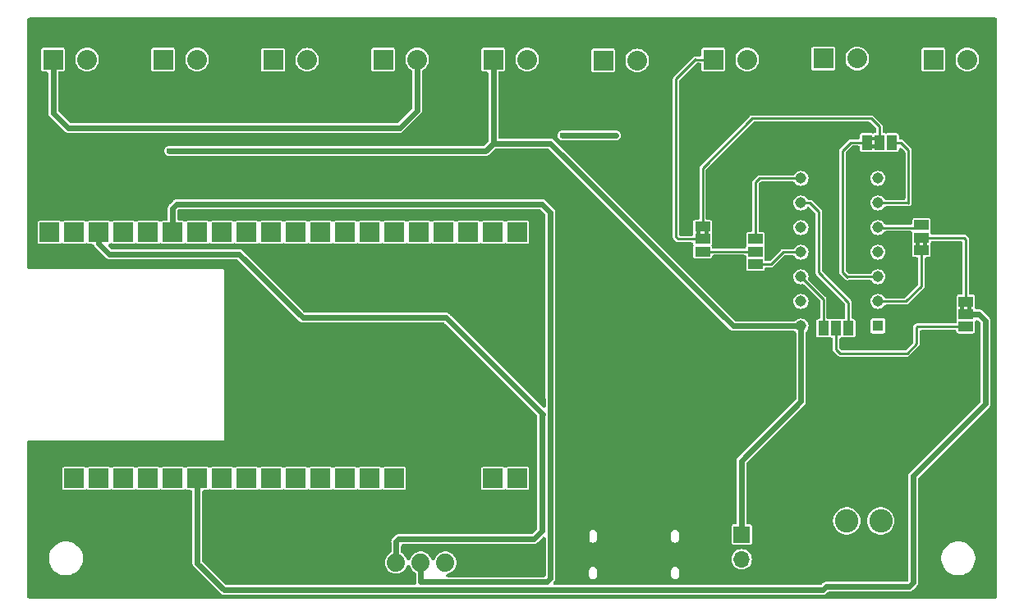
<source format=gbl>
G04 #@! TF.GenerationSoftware,KiCad,Pcbnew,7.0.6*
G04 #@! TF.CreationDate,2024-06-10T15:38:19+10:00*
G04 #@! TF.ProjectId,AnalogVoltMeterClock,416e616c-6f67-4566-9f6c-744d65746572,rev?*
G04 #@! TF.SameCoordinates,Original*
G04 #@! TF.FileFunction,Copper,L2,Bot*
G04 #@! TF.FilePolarity,Positive*
%FSLAX46Y46*%
G04 Gerber Fmt 4.6, Leading zero omitted, Abs format (unit mm)*
G04 Created by KiCad (PCBNEW 7.0.6) date 2024-06-10 15:38:19*
%MOMM*%
%LPD*%
G01*
G04 APERTURE LIST*
G04 #@! TA.AperFunction,ComponentPad*
%ADD10R,2.000000X2.000000*%
G04 #@! TD*
G04 #@! TA.AperFunction,ComponentPad*
%ADD11R,1.140000X1.140000*%
G04 #@! TD*
G04 #@! TA.AperFunction,ComponentPad*
%ADD12C,1.140000*%
G04 #@! TD*
G04 #@! TA.AperFunction,ComponentPad*
%ADD13R,1.700000X1.700000*%
G04 #@! TD*
G04 #@! TA.AperFunction,ComponentPad*
%ADD14O,1.700000X1.700000*%
G04 #@! TD*
G04 #@! TA.AperFunction,ComponentPad*
%ADD15R,2.032000X2.032000*%
G04 #@! TD*
G04 #@! TA.AperFunction,ComponentPad*
%ADD16C,2.032000*%
G04 #@! TD*
G04 #@! TA.AperFunction,ComponentPad*
%ADD17R,2.413000X2.413000*%
G04 #@! TD*
G04 #@! TA.AperFunction,ComponentPad*
%ADD18C,2.413000*%
G04 #@! TD*
G04 #@! TA.AperFunction,ComponentPad*
%ADD19C,1.879600*%
G04 #@! TD*
G04 #@! TA.AperFunction,SMDPad,CuDef*
%ADD20R,1.000000X1.500000*%
G04 #@! TD*
G04 #@! TA.AperFunction,SMDPad,CuDef*
%ADD21R,1.500000X1.000000*%
G04 #@! TD*
G04 #@! TA.AperFunction,ViaPad*
%ADD22C,0.600000*%
G04 #@! TD*
G04 #@! TA.AperFunction,ViaPad*
%ADD23C,1.000000*%
G04 #@! TD*
G04 #@! TA.AperFunction,Conductor*
%ADD24C,0.600000*%
G04 #@! TD*
G04 #@! TA.AperFunction,Conductor*
%ADD25C,0.250000*%
G04 #@! TD*
G04 APERTURE END LIST*
G04 #@! TA.AperFunction,EtchedComponent*
G36*
X164470000Y-82710000D02*
G01*
X163970000Y-82710000D01*
X163970000Y-82310000D01*
X164470000Y-82310000D01*
X164470000Y-82710000D01*
G37*
G04 #@! TD.AperFunction*
G04 #@! TA.AperFunction,EtchedComponent*
G36*
X164470000Y-83510000D02*
G01*
X163970000Y-83510000D01*
X163970000Y-83110000D01*
X164470000Y-83110000D01*
X164470000Y-83510000D01*
G37*
G04 #@! TD.AperFunction*
G04 #@! TA.AperFunction,EtchedComponent*
G36*
X147230000Y-92490000D02*
G01*
X146830000Y-92490000D01*
X146830000Y-91990000D01*
X147230000Y-91990000D01*
X147230000Y-92490000D01*
G37*
G04 #@! TD.AperFunction*
G04 #@! TA.AperFunction,EtchedComponent*
G36*
X146430000Y-92490000D02*
G01*
X146030000Y-92490000D01*
X146030000Y-91990000D01*
X146430000Y-91990000D01*
X146430000Y-92490000D01*
G37*
G04 #@! TD.AperFunction*
G04 #@! TA.AperFunction,EtchedComponent*
G36*
X174370000Y-100230000D02*
G01*
X173970000Y-100230000D01*
X173970000Y-99730000D01*
X174370000Y-99730000D01*
X174370000Y-100230000D01*
G37*
G04 #@! TD.AperFunction*
G04 #@! TA.AperFunction,EtchedComponent*
G36*
X173570000Y-100230000D02*
G01*
X173170000Y-100230000D01*
X173170000Y-99730000D01*
X173570000Y-99730000D01*
X173570000Y-100230000D01*
G37*
G04 #@! TD.AperFunction*
G04 #@! TA.AperFunction,EtchedComponent*
G36*
X169000000Y-93648600D02*
G01*
X168600000Y-93648600D01*
X168600000Y-93148600D01*
X169000000Y-93148600D01*
X169000000Y-93648600D01*
G37*
G04 #@! TD.AperFunction*
G04 #@! TA.AperFunction,EtchedComponent*
G36*
X169800000Y-93648600D02*
G01*
X169400000Y-93648600D01*
X169400000Y-93148600D01*
X169800000Y-93148600D01*
X169800000Y-93648600D01*
G37*
G04 #@! TD.AperFunction*
D10*
X127560000Y-92180000D03*
X125020000Y-92180000D03*
X122480000Y-92180000D03*
X119940000Y-92180000D03*
X117400000Y-92180000D03*
X114860000Y-92180000D03*
X112320000Y-92180000D03*
X109780000Y-92180000D03*
X107240000Y-92180000D03*
X104700000Y-92180000D03*
X102160000Y-92180000D03*
X99620000Y-92180000D03*
X97080000Y-92180000D03*
X94540000Y-92180000D03*
X92000000Y-92180000D03*
X89460000Y-92180000D03*
X86920000Y-92180000D03*
X84380000Y-92180000D03*
X81840000Y-92180000D03*
X79300000Y-92180000D03*
X79300000Y-117580000D03*
X81840000Y-117580000D03*
X84380000Y-117580000D03*
X86920000Y-117580000D03*
X89460000Y-117580000D03*
X92000000Y-117580000D03*
X94540000Y-117580000D03*
X97080000Y-117580000D03*
X99620000Y-117580000D03*
X102160000Y-117580000D03*
X104700000Y-117580000D03*
X107240000Y-117580000D03*
X109780000Y-117580000D03*
X112320000Y-117580000D03*
X114860000Y-117580000D03*
X117400000Y-117580000D03*
X119940000Y-117580000D03*
X122480000Y-117580000D03*
X125020000Y-117580000D03*
X127560000Y-117580000D03*
D11*
X164720000Y-101860000D03*
D12*
X164720000Y-99320000D03*
X164720000Y-96780000D03*
X164720000Y-94240000D03*
X164720000Y-91700000D03*
X164720000Y-89160000D03*
X164720000Y-86620000D03*
X156780000Y-86620000D03*
X156780000Y-89160000D03*
X156780000Y-91700000D03*
X156780000Y-94240000D03*
X156780000Y-96780000D03*
X156780000Y-99320000D03*
X156780000Y-101860000D03*
D13*
X150670000Y-123390000D03*
D14*
X150670000Y-125930000D03*
D15*
X147740000Y-74350000D03*
D16*
X151240000Y-74350000D03*
D15*
X79670000Y-74350000D03*
D16*
X83170000Y-74350000D03*
D15*
X113705000Y-74350000D03*
D16*
X117205000Y-74350000D03*
D15*
X159085000Y-74250000D03*
D16*
X162585000Y-74250000D03*
D15*
X125050000Y-74350000D03*
D16*
X128550000Y-74350000D03*
D15*
X91015000Y-74350000D03*
D16*
X94515000Y-74350000D03*
D17*
X158000000Y-121970000D03*
D18*
X161500000Y-121970000D03*
X165000000Y-121970000D03*
D15*
X136395000Y-74450000D03*
D16*
X139895000Y-74450000D03*
D19*
X122660000Y-126270000D03*
X120120000Y-126270000D03*
X117580000Y-126270000D03*
X115040000Y-126270000D03*
D15*
X170430000Y-74350000D03*
D16*
X173930000Y-74350000D03*
D15*
X102360000Y-74380000D03*
D16*
X105860000Y-74380000D03*
D20*
X161680000Y-102090000D03*
X160380000Y-102090000D03*
X159080000Y-102090000D03*
X163570000Y-82910000D03*
X164870000Y-82910000D03*
X166170000Y-82910000D03*
D21*
X146630000Y-91590000D03*
X146630000Y-92890000D03*
X146630000Y-94190000D03*
X173770000Y-99330000D03*
X173770000Y-100630000D03*
X173770000Y-101930000D03*
X169200000Y-94048600D03*
X169200000Y-92748600D03*
X169200000Y-91448600D03*
X152070000Y-95470000D03*
X152070000Y-94170000D03*
X152070000Y-92870000D03*
D22*
X91640000Y-83790000D03*
X132180000Y-82200000D03*
X137700000Y-82190000D03*
D23*
X119740000Y-98240000D03*
X116590000Y-105700000D03*
D24*
X125050000Y-83020000D02*
X124260000Y-83810000D01*
X91660000Y-83810000D02*
X124260000Y-83810000D01*
X91640000Y-83790000D02*
X91660000Y-83810000D01*
X150670000Y-123390000D02*
X150620000Y-123340000D01*
X156780000Y-109640000D02*
X156780000Y-101860000D01*
X125050000Y-83020000D02*
X125050000Y-74350000D01*
X130950000Y-83020000D02*
X125050000Y-83020000D01*
X150620000Y-115800000D02*
X156780000Y-109640000D01*
X150620000Y-123340000D02*
X150620000Y-115800000D01*
X156780000Y-101860000D02*
X149790000Y-101860000D01*
X149790000Y-101860000D02*
X130950000Y-83020000D01*
D25*
X143900000Y-76340000D02*
X145910000Y-74330000D01*
X145930000Y-74350000D02*
X147740000Y-74350000D01*
X146630000Y-92890000D02*
X144130000Y-92890000D01*
X143900000Y-92660000D02*
X143900000Y-76340000D01*
X144130000Y-92890000D02*
X143900000Y-92660000D01*
X145910000Y-74330000D02*
X145930000Y-74350000D01*
D24*
X132190000Y-82190000D02*
X132180000Y-82200000D01*
X137700000Y-82190000D02*
X132190000Y-82190000D01*
X115400000Y-81410000D02*
X81200000Y-81410000D01*
X81200000Y-81410000D02*
X79670000Y-79880000D01*
X117205000Y-79605000D02*
X115400000Y-81410000D01*
X79670000Y-79880000D02*
X79670000Y-74350000D01*
X117205000Y-74350000D02*
X117205000Y-79605000D01*
D25*
X169200000Y-97730000D02*
X167610000Y-99320000D01*
X169200000Y-93790000D02*
X169200000Y-97730000D01*
X167610000Y-99320000D02*
X164720000Y-99320000D01*
X173780000Y-92910000D02*
X173770000Y-92920000D01*
X169200000Y-92748600D02*
X173618600Y-92748600D01*
X173618600Y-92748600D02*
X173780000Y-92910000D01*
X173770000Y-92920000D02*
X173770000Y-99330000D01*
X164727200Y-91707200D02*
X164720000Y-91700000D01*
X169200000Y-91707200D02*
X164727200Y-91707200D01*
X161680000Y-99420000D02*
X161680000Y-102090000D01*
X156780000Y-89160000D02*
X157710000Y-89160000D01*
X158610000Y-96350000D02*
X161680000Y-99420000D01*
X158610000Y-90060000D02*
X158610000Y-96350000D01*
X157710000Y-89160000D02*
X158610000Y-90060000D01*
X168740000Y-101930000D02*
X173770000Y-101930000D01*
X168680000Y-101990000D02*
X168740000Y-101930000D01*
X160810000Y-104690000D02*
X167710000Y-104690000D01*
X160380000Y-102090000D02*
X160380000Y-104260000D01*
X167710000Y-104690000D02*
X168680000Y-103720000D01*
X168680000Y-103720000D02*
X168680000Y-101990000D01*
X160380000Y-104260000D02*
X160810000Y-104690000D01*
X159080000Y-102090000D02*
X159080000Y-99080000D01*
X159080000Y-99080000D02*
X156780000Y-96780000D01*
D24*
X175820000Y-101350000D02*
X175820000Y-109870000D01*
X168360000Y-128320000D02*
X167900000Y-128780000D01*
X167900000Y-128780000D02*
X159360000Y-128780000D01*
X168360000Y-117330000D02*
X168360000Y-128320000D01*
X173770000Y-100630000D02*
X175100000Y-100630000D01*
X94540000Y-126340000D02*
X94540000Y-117580000D01*
X175100000Y-100630000D02*
X175820000Y-101350000D01*
X97280000Y-129080000D02*
X94540000Y-126340000D01*
X159060000Y-129080000D02*
X97280000Y-129080000D01*
X159360000Y-128780000D02*
X159060000Y-129080000D01*
X175820000Y-109870000D02*
X168360000Y-117330000D01*
D25*
X152067200Y-94200000D02*
X152070000Y-94197200D01*
X152070000Y-94170000D02*
X146650000Y-94170000D01*
X146650000Y-94170000D02*
X146630000Y-94190000D01*
X164870000Y-81290000D02*
X164020000Y-80440000D01*
X164020000Y-80440000D02*
X151730000Y-80440000D01*
X146630000Y-85540000D02*
X146630000Y-91590000D01*
X164870000Y-82910000D02*
X164870000Y-81290000D01*
X151730000Y-80440000D02*
X146630000Y-85540000D01*
X161900000Y-82910000D02*
X161060000Y-83750000D01*
X161600000Y-96780000D02*
X164720000Y-96780000D01*
X161060000Y-83750000D02*
X161060000Y-96280000D01*
X161580000Y-96800000D02*
X161600000Y-96780000D01*
X161060000Y-96280000D02*
X161580000Y-96800000D01*
X163570000Y-82910000D02*
X161900000Y-82910000D01*
X167870000Y-89170000D02*
X167860000Y-89160000D01*
X166170000Y-82910000D02*
X167050000Y-82910000D01*
X167860000Y-89160000D02*
X164720000Y-89160000D01*
X167050000Y-82910000D02*
X167870000Y-83730000D01*
X167870000Y-83730000D02*
X167870000Y-89170000D01*
X152070000Y-95497200D02*
X153672800Y-95497200D01*
X154930000Y-94240000D02*
X156780000Y-94240000D01*
X153672800Y-95497200D02*
X154930000Y-94240000D01*
X152070000Y-87040000D02*
X152500000Y-86610000D01*
X152070000Y-92897200D02*
X152070000Y-87040000D01*
X152500000Y-86610000D02*
X152510000Y-86620000D01*
X152510000Y-86620000D02*
X156780000Y-86620000D01*
D24*
X130950000Y-109200000D02*
X130960000Y-109210000D01*
X92000000Y-92180000D02*
X92000000Y-89710000D01*
X92000000Y-89710000D02*
X92440000Y-89270000D01*
X130060000Y-89270000D02*
X130950000Y-90160000D01*
X130960000Y-109210000D02*
X130960000Y-127870000D01*
X130950000Y-90160000D02*
X130950000Y-109200000D01*
X130960000Y-127870000D02*
X130550000Y-128280000D01*
X92440000Y-89270000D02*
X130060000Y-89270000D01*
X130550000Y-128280000D02*
X117600000Y-128280000D01*
X117580000Y-128260000D02*
X117580000Y-126270000D01*
X117600000Y-128280000D02*
X117580000Y-128260000D01*
X85480000Y-94450000D02*
X84380000Y-93350000D01*
X130160000Y-110980000D02*
X120180000Y-101000000D01*
X105410000Y-101000000D02*
X98860000Y-94450000D01*
X130100000Y-111040000D02*
X130160000Y-110980000D01*
X130100000Y-122970000D02*
X130100000Y-111040000D01*
X98860000Y-94450000D02*
X85480000Y-94450000D01*
X115040000Y-124090000D02*
X115270000Y-123860000D01*
X115040000Y-126270000D02*
X115040000Y-124090000D01*
X129210000Y-123860000D02*
X130100000Y-122970000D01*
X115270000Y-123860000D02*
X129210000Y-123860000D01*
X120180000Y-101000000D02*
X105410000Y-101000000D01*
X84380000Y-93350000D02*
X84380000Y-92180000D01*
G04 #@! TA.AperFunction,Conductor*
G36*
X130366373Y-123630243D02*
G01*
X130428997Y-123692867D01*
X130458248Y-123776460D01*
X130459499Y-123798741D01*
X130459500Y-127580256D01*
X130439793Y-127666599D01*
X130401503Y-127720681D01*
X130401260Y-127720925D01*
X130326368Y-127768197D01*
X130260257Y-127779500D01*
X120398169Y-127779500D01*
X120311826Y-127759793D01*
X120242585Y-127704574D01*
X120204158Y-127624782D01*
X120204158Y-127536218D01*
X120242585Y-127456426D01*
X120311826Y-127401207D01*
X120361600Y-127384888D01*
X120433395Y-127371468D01*
X120630453Y-127295128D01*
X120745540Y-127223868D01*
X120810119Y-127183883D01*
X120810122Y-127183880D01*
X120810128Y-127183877D01*
X120966302Y-127041506D01*
X121093656Y-126872862D01*
X121187853Y-126683689D01*
X121187856Y-126683681D01*
X121216769Y-126582058D01*
X121245686Y-126480427D01*
X121265185Y-126270000D01*
X121245686Y-126059573D01*
X121216018Y-125955300D01*
X121187855Y-125856316D01*
X121119389Y-125718818D01*
X121093656Y-125667138D01*
X121093655Y-125667136D01*
X120966304Y-125498497D01*
X120966301Y-125498493D01*
X120810130Y-125356124D01*
X120810119Y-125356116D01*
X120630455Y-125244873D01*
X120630444Y-125244868D01*
X120433400Y-125168533D01*
X120433398Y-125168532D01*
X120308756Y-125145232D01*
X120225664Y-125129700D01*
X120014336Y-125129700D01*
X119945092Y-125142644D01*
X119806601Y-125168532D01*
X119806599Y-125168533D01*
X119609555Y-125244868D01*
X119609544Y-125244873D01*
X119429880Y-125356116D01*
X119429869Y-125356124D01*
X119273698Y-125498493D01*
X119273695Y-125498497D01*
X119146344Y-125667136D01*
X119146343Y-125667138D01*
X119052145Y-125856315D01*
X119041403Y-125894070D01*
X118998819Y-125971723D01*
X118926760Y-126023210D01*
X118839497Y-126038333D01*
X118754315Y-126014096D01*
X118688084Y-125955300D01*
X118658597Y-125894070D01*
X118647854Y-125856315D01*
X118647853Y-125856311D01*
X118553656Y-125667138D01*
X118553655Y-125667136D01*
X118426304Y-125498497D01*
X118426301Y-125498493D01*
X118270130Y-125356124D01*
X118270119Y-125356116D01*
X118090455Y-125244873D01*
X118090444Y-125244868D01*
X117893400Y-125168533D01*
X117893398Y-125168532D01*
X117768756Y-125145232D01*
X117685664Y-125129700D01*
X117474336Y-125129700D01*
X117405092Y-125142644D01*
X117266601Y-125168532D01*
X117266599Y-125168533D01*
X117069555Y-125244868D01*
X117069544Y-125244873D01*
X116889880Y-125356116D01*
X116889869Y-125356124D01*
X116733698Y-125498493D01*
X116733695Y-125498497D01*
X116606344Y-125667136D01*
X116606343Y-125667138D01*
X116512145Y-125856315D01*
X116501403Y-125894070D01*
X116458819Y-125971723D01*
X116386760Y-126023210D01*
X116299497Y-126038333D01*
X116214315Y-126014096D01*
X116148084Y-125955300D01*
X116118597Y-125894070D01*
X116107854Y-125856315D01*
X116107853Y-125856311D01*
X116013656Y-125667138D01*
X116013655Y-125667136D01*
X115886304Y-125498497D01*
X115886301Y-125498493D01*
X115730130Y-125356124D01*
X115730123Y-125356119D01*
X115634739Y-125297060D01*
X115571704Y-125234851D01*
X115541903Y-125151452D01*
X115540500Y-125127867D01*
X115540500Y-124559500D01*
X115560207Y-124473157D01*
X115615426Y-124403916D01*
X115695218Y-124365489D01*
X115739500Y-124360500D01*
X129134791Y-124360500D01*
X129164245Y-124363667D01*
X129173922Y-124364359D01*
X129173925Y-124364358D01*
X129173927Y-124364359D01*
X129194703Y-124362872D01*
X129224335Y-124360754D01*
X129231436Y-124360500D01*
X129245798Y-124360500D01*
X129245799Y-124360500D01*
X129260026Y-124358453D01*
X129267060Y-124357697D01*
X129317483Y-124354091D01*
X129317484Y-124354090D01*
X129327014Y-124352017D01*
X129343112Y-124347908D01*
X129352453Y-124345165D01*
X129352457Y-124345165D01*
X129398459Y-124324155D01*
X129404947Y-124321468D01*
X129452331Y-124303796D01*
X129452333Y-124303793D01*
X129460887Y-124299123D01*
X129475154Y-124290658D01*
X129483365Y-124285380D01*
X129483373Y-124285377D01*
X129521567Y-124252280D01*
X129527083Y-124247836D01*
X129538593Y-124239221D01*
X129548768Y-124229044D01*
X129553936Y-124224232D01*
X129592143Y-124191128D01*
X129592145Y-124191124D01*
X129592147Y-124191123D01*
X129598510Y-124183779D01*
X129617083Y-124160729D01*
X130119787Y-123658025D01*
X130194773Y-123610908D01*
X130282780Y-123600992D01*
X130366373Y-123630243D01*
G37*
G04 #@! TD.AperFunction*
G04 #@! TA.AperFunction,Conductor*
G36*
X129856601Y-89790207D02*
G01*
X129910972Y-89828786D01*
X130391213Y-90309027D01*
X130438332Y-90384015D01*
X130449499Y-90449741D01*
X130449500Y-109124792D01*
X130446333Y-109154242D01*
X130445640Y-109163925D01*
X130449245Y-109214333D01*
X130449499Y-109221426D01*
X130449499Y-109235795D01*
X130451544Y-109250018D01*
X130452302Y-109257075D01*
X130456873Y-109320962D01*
X130459500Y-109345384D01*
X130459500Y-110091258D01*
X130439793Y-110177601D01*
X130384574Y-110246842D01*
X130304782Y-110285269D01*
X130216218Y-110285269D01*
X130136426Y-110246842D01*
X130119786Y-110231972D01*
X120587087Y-100699273D01*
X120568507Y-100676217D01*
X120562143Y-100668872D01*
X120523946Y-100635773D01*
X120518747Y-100630933D01*
X120508596Y-100620781D01*
X120497093Y-100612170D01*
X120491559Y-100607711D01*
X120453374Y-100574623D01*
X120445211Y-100569377D01*
X120430831Y-100560845D01*
X120422333Y-100556205D01*
X120422331Y-100556204D01*
X120407170Y-100550549D01*
X120374979Y-100538542D01*
X120368417Y-100535824D01*
X120322459Y-100514835D01*
X120313181Y-100512111D01*
X120296949Y-100507968D01*
X120287483Y-100505909D01*
X120237074Y-100502302D01*
X120230018Y-100501544D01*
X120215799Y-100499500D01*
X120215798Y-100499500D01*
X120201436Y-100499500D01*
X120194335Y-100499246D01*
X120143922Y-100495640D01*
X120134245Y-100496332D01*
X120104791Y-100499500D01*
X105699742Y-100499500D01*
X105613399Y-100479793D01*
X105559028Y-100441214D01*
X99267087Y-94149273D01*
X99248507Y-94126217D01*
X99242143Y-94118872D01*
X99203946Y-94085773D01*
X99198747Y-94080933D01*
X99188596Y-94070781D01*
X99177093Y-94062170D01*
X99171559Y-94057711D01*
X99133374Y-94024623D01*
X99125211Y-94019377D01*
X99110831Y-94010845D01*
X99102333Y-94006205D01*
X99102331Y-94006204D01*
X99087170Y-94000549D01*
X99054979Y-93988542D01*
X99048417Y-93985824D01*
X99002459Y-93964835D01*
X98993181Y-93962111D01*
X98976949Y-93957968D01*
X98967483Y-93955909D01*
X98917074Y-93952302D01*
X98910018Y-93951544D01*
X98895799Y-93949500D01*
X98895798Y-93949500D01*
X98881436Y-93949500D01*
X98874335Y-93949246D01*
X98823922Y-93945640D01*
X98814245Y-93946332D01*
X98784791Y-93949500D01*
X85769742Y-93949500D01*
X85683399Y-93929793D01*
X85629028Y-93891214D01*
X85418953Y-93681139D01*
X85371834Y-93606151D01*
X85361918Y-93518144D01*
X85391169Y-93434551D01*
X85449107Y-93374964D01*
X85539440Y-93314604D01*
X85622180Y-93283019D01*
X85710430Y-93290462D01*
X85760560Y-93314604D01*
X85841767Y-93368866D01*
X85841769Y-93368867D01*
X85872421Y-93374964D01*
X85900250Y-93380500D01*
X85900252Y-93380500D01*
X87939750Y-93380500D01*
X87959155Y-93376639D01*
X87998231Y-93368867D01*
X88064552Y-93324552D01*
X88064552Y-93324551D01*
X88079440Y-93314604D01*
X88162180Y-93283019D01*
X88250430Y-93290462D01*
X88300560Y-93314604D01*
X88381767Y-93368866D01*
X88381769Y-93368867D01*
X88412421Y-93374964D01*
X88440250Y-93380500D01*
X88440252Y-93380500D01*
X90479750Y-93380500D01*
X90499155Y-93376639D01*
X90538231Y-93368867D01*
X90604552Y-93324552D01*
X90604552Y-93324551D01*
X90619440Y-93314604D01*
X90702180Y-93283019D01*
X90790430Y-93290462D01*
X90840560Y-93314604D01*
X90921767Y-93368866D01*
X90921769Y-93368867D01*
X90952421Y-93374964D01*
X90980250Y-93380500D01*
X90980252Y-93380500D01*
X93019750Y-93380500D01*
X93034320Y-93377601D01*
X93078231Y-93368867D01*
X93144552Y-93324552D01*
X93144553Y-93324549D01*
X93159438Y-93314604D01*
X93242178Y-93283019D01*
X93330428Y-93290462D01*
X93380559Y-93314603D01*
X93395447Y-93324551D01*
X93395448Y-93324552D01*
X93461769Y-93368867D01*
X93503606Y-93377188D01*
X93520250Y-93380500D01*
X93520252Y-93380500D01*
X95559750Y-93380500D01*
X95579155Y-93376639D01*
X95618231Y-93368867D01*
X95684552Y-93324552D01*
X95684552Y-93324551D01*
X95699440Y-93314604D01*
X95782180Y-93283019D01*
X95870430Y-93290462D01*
X95920560Y-93314604D01*
X96001767Y-93368866D01*
X96001769Y-93368867D01*
X96032421Y-93374964D01*
X96060250Y-93380500D01*
X96060252Y-93380500D01*
X98099750Y-93380500D01*
X98119155Y-93376639D01*
X98158231Y-93368867D01*
X98224552Y-93324552D01*
X98224552Y-93324551D01*
X98239440Y-93314604D01*
X98322180Y-93283019D01*
X98410430Y-93290462D01*
X98460560Y-93314604D01*
X98541767Y-93368866D01*
X98541769Y-93368867D01*
X98572421Y-93374964D01*
X98600250Y-93380500D01*
X98600252Y-93380500D01*
X100639750Y-93380500D01*
X100659155Y-93376639D01*
X100698231Y-93368867D01*
X100764552Y-93324552D01*
X100764552Y-93324551D01*
X100779440Y-93314604D01*
X100862180Y-93283019D01*
X100950430Y-93290462D01*
X101000560Y-93314604D01*
X101081767Y-93368866D01*
X101081769Y-93368867D01*
X101112421Y-93374964D01*
X101140250Y-93380500D01*
X101140252Y-93380500D01*
X103179750Y-93380500D01*
X103194320Y-93377601D01*
X103238231Y-93368867D01*
X103304552Y-93324552D01*
X103304553Y-93324549D01*
X103319438Y-93314604D01*
X103402178Y-93283019D01*
X103490428Y-93290462D01*
X103540559Y-93314603D01*
X103555447Y-93324551D01*
X103555448Y-93324552D01*
X103621769Y-93368867D01*
X103663606Y-93377188D01*
X103680250Y-93380500D01*
X103680252Y-93380500D01*
X105719750Y-93380500D01*
X105739155Y-93376639D01*
X105778231Y-93368867D01*
X105844552Y-93324552D01*
X105844552Y-93324551D01*
X105859440Y-93314604D01*
X105942180Y-93283019D01*
X106030430Y-93290462D01*
X106080560Y-93314604D01*
X106161767Y-93368866D01*
X106161769Y-93368867D01*
X106192421Y-93374964D01*
X106220250Y-93380500D01*
X106220252Y-93380500D01*
X108259750Y-93380500D01*
X108279155Y-93376639D01*
X108318231Y-93368867D01*
X108384552Y-93324552D01*
X108384552Y-93324551D01*
X108399440Y-93314604D01*
X108482180Y-93283019D01*
X108570430Y-93290462D01*
X108620560Y-93314604D01*
X108701767Y-93368866D01*
X108701769Y-93368867D01*
X108732421Y-93374964D01*
X108760250Y-93380500D01*
X108760252Y-93380500D01*
X110799750Y-93380500D01*
X110819155Y-93376639D01*
X110858231Y-93368867D01*
X110924552Y-93324552D01*
X110924552Y-93324551D01*
X110939440Y-93314604D01*
X111022180Y-93283019D01*
X111110430Y-93290462D01*
X111160560Y-93314604D01*
X111241767Y-93368866D01*
X111241769Y-93368867D01*
X111272421Y-93374964D01*
X111300250Y-93380500D01*
X111300252Y-93380500D01*
X113339750Y-93380500D01*
X113354320Y-93377601D01*
X113398231Y-93368867D01*
X113464552Y-93324552D01*
X113464553Y-93324549D01*
X113479438Y-93314604D01*
X113562178Y-93283019D01*
X113650428Y-93290462D01*
X113700559Y-93314603D01*
X113715447Y-93324551D01*
X113715448Y-93324552D01*
X113781769Y-93368867D01*
X113823606Y-93377188D01*
X113840250Y-93380500D01*
X113840252Y-93380500D01*
X115879750Y-93380500D01*
X115899155Y-93376639D01*
X115938231Y-93368867D01*
X116004552Y-93324552D01*
X116004552Y-93324551D01*
X116019440Y-93314604D01*
X116102180Y-93283019D01*
X116190430Y-93290462D01*
X116240560Y-93314604D01*
X116321767Y-93368866D01*
X116321769Y-93368867D01*
X116352421Y-93374964D01*
X116380250Y-93380500D01*
X116380252Y-93380500D01*
X118419750Y-93380500D01*
X118439155Y-93376639D01*
X118478231Y-93368867D01*
X118544552Y-93324552D01*
X118544552Y-93324551D01*
X118559440Y-93314604D01*
X118642180Y-93283019D01*
X118730430Y-93290462D01*
X118780560Y-93314604D01*
X118861767Y-93368866D01*
X118861769Y-93368867D01*
X118892421Y-93374964D01*
X118920250Y-93380500D01*
X118920252Y-93380500D01*
X120959750Y-93380500D01*
X120979155Y-93376639D01*
X121018231Y-93368867D01*
X121084552Y-93324552D01*
X121084552Y-93324551D01*
X121099440Y-93314604D01*
X121182180Y-93283019D01*
X121270430Y-93290462D01*
X121320560Y-93314604D01*
X121401767Y-93368866D01*
X121401769Y-93368867D01*
X121432421Y-93374964D01*
X121460250Y-93380500D01*
X121460252Y-93380500D01*
X123499750Y-93380500D01*
X123519155Y-93376639D01*
X123558231Y-93368867D01*
X123624552Y-93324552D01*
X123624552Y-93324551D01*
X123639440Y-93314604D01*
X123722180Y-93283019D01*
X123810430Y-93290462D01*
X123860560Y-93314604D01*
X123941767Y-93368866D01*
X123941769Y-93368867D01*
X123972421Y-93374964D01*
X124000250Y-93380500D01*
X124000252Y-93380500D01*
X126039750Y-93380500D01*
X126059155Y-93376639D01*
X126098231Y-93368867D01*
X126164552Y-93324552D01*
X126164552Y-93324551D01*
X126179440Y-93314604D01*
X126262180Y-93283019D01*
X126350430Y-93290462D01*
X126400560Y-93314604D01*
X126481767Y-93368866D01*
X126481769Y-93368867D01*
X126512421Y-93374964D01*
X126540250Y-93380500D01*
X126540252Y-93380500D01*
X128579750Y-93380500D01*
X128599155Y-93376639D01*
X128638231Y-93368867D01*
X128704552Y-93324552D01*
X128748867Y-93258231D01*
X128758618Y-93209211D01*
X128760500Y-93199749D01*
X128760500Y-91160250D01*
X128755871Y-91136983D01*
X128748867Y-91101769D01*
X128743534Y-91093787D01*
X128704552Y-91035447D01*
X128638232Y-90991133D01*
X128579750Y-90979500D01*
X128579748Y-90979500D01*
X126540252Y-90979500D01*
X126540250Y-90979500D01*
X126481767Y-90991133D01*
X126400559Y-91045396D01*
X126317819Y-91076980D01*
X126229569Y-91069536D01*
X126179441Y-91045396D01*
X126098232Y-90991133D01*
X126039750Y-90979500D01*
X126039748Y-90979500D01*
X124000252Y-90979500D01*
X124000250Y-90979500D01*
X123941767Y-90991133D01*
X123860559Y-91045396D01*
X123777819Y-91076980D01*
X123689569Y-91069536D01*
X123639441Y-91045396D01*
X123558232Y-90991133D01*
X123499750Y-90979500D01*
X123499748Y-90979500D01*
X121460252Y-90979500D01*
X121460250Y-90979500D01*
X121401767Y-90991133D01*
X121320559Y-91045396D01*
X121237819Y-91076980D01*
X121149569Y-91069536D01*
X121099441Y-91045396D01*
X121018232Y-90991133D01*
X120959750Y-90979500D01*
X120959748Y-90979500D01*
X118920252Y-90979500D01*
X118920250Y-90979500D01*
X118861767Y-90991133D01*
X118780559Y-91045396D01*
X118697819Y-91076980D01*
X118609569Y-91069536D01*
X118559441Y-91045396D01*
X118478232Y-90991133D01*
X118419750Y-90979500D01*
X118419748Y-90979500D01*
X116380252Y-90979500D01*
X116380250Y-90979500D01*
X116321767Y-90991133D01*
X116240559Y-91045396D01*
X116157819Y-91076980D01*
X116069569Y-91069536D01*
X116019441Y-91045396D01*
X115938232Y-90991133D01*
X115879750Y-90979500D01*
X115879748Y-90979500D01*
X113840252Y-90979500D01*
X113840250Y-90979500D01*
X113781767Y-90991133D01*
X113700559Y-91045396D01*
X113617819Y-91076980D01*
X113529569Y-91069536D01*
X113479441Y-91045396D01*
X113398232Y-90991133D01*
X113339750Y-90979500D01*
X113339748Y-90979500D01*
X111300252Y-90979500D01*
X111300250Y-90979500D01*
X111241767Y-90991133D01*
X111160559Y-91045396D01*
X111077819Y-91076980D01*
X110989569Y-91069536D01*
X110939441Y-91045396D01*
X110858232Y-90991133D01*
X110799750Y-90979500D01*
X110799748Y-90979500D01*
X108760252Y-90979500D01*
X108760250Y-90979500D01*
X108701767Y-90991133D01*
X108620559Y-91045396D01*
X108537819Y-91076980D01*
X108449569Y-91069536D01*
X108399441Y-91045396D01*
X108318232Y-90991133D01*
X108259750Y-90979500D01*
X108259748Y-90979500D01*
X106220252Y-90979500D01*
X106220250Y-90979500D01*
X106161767Y-90991133D01*
X106080559Y-91045396D01*
X105997819Y-91076980D01*
X105909569Y-91069536D01*
X105859441Y-91045396D01*
X105778232Y-90991133D01*
X105719750Y-90979500D01*
X105719748Y-90979500D01*
X103680252Y-90979500D01*
X103680250Y-90979500D01*
X103621767Y-90991133D01*
X103540559Y-91045396D01*
X103457819Y-91076980D01*
X103369569Y-91069536D01*
X103319441Y-91045396D01*
X103238232Y-90991133D01*
X103179750Y-90979500D01*
X103179748Y-90979500D01*
X101140252Y-90979500D01*
X101140250Y-90979500D01*
X101081767Y-90991133D01*
X101000559Y-91045396D01*
X100917819Y-91076980D01*
X100829569Y-91069536D01*
X100779441Y-91045396D01*
X100698232Y-90991133D01*
X100639750Y-90979500D01*
X100639748Y-90979500D01*
X98600252Y-90979500D01*
X98600250Y-90979500D01*
X98541767Y-90991133D01*
X98460559Y-91045396D01*
X98377819Y-91076980D01*
X98289569Y-91069536D01*
X98239441Y-91045396D01*
X98158232Y-90991133D01*
X98099750Y-90979500D01*
X98099748Y-90979500D01*
X96060252Y-90979500D01*
X96060250Y-90979500D01*
X96001767Y-90991133D01*
X95920559Y-91045396D01*
X95837819Y-91076980D01*
X95749569Y-91069536D01*
X95699441Y-91045396D01*
X95618232Y-90991133D01*
X95559750Y-90979500D01*
X95559748Y-90979500D01*
X93520252Y-90979500D01*
X93520250Y-90979500D01*
X93461767Y-90991133D01*
X93380559Y-91045396D01*
X93297819Y-91076980D01*
X93209569Y-91069536D01*
X93159441Y-91045396D01*
X93078232Y-90991133D01*
X93019750Y-90979500D01*
X93019748Y-90979500D01*
X92699500Y-90979500D01*
X92613157Y-90959793D01*
X92543916Y-90904574D01*
X92505489Y-90824782D01*
X92500500Y-90780500D01*
X92500500Y-89999742D01*
X92520207Y-89913399D01*
X92558788Y-89859025D01*
X92589031Y-89828783D01*
X92664021Y-89781666D01*
X92729743Y-89770500D01*
X129770258Y-89770500D01*
X129856601Y-89790207D01*
G37*
G04 #@! TD.AperFunction*
G04 #@! TA.AperFunction,Conductor*
G36*
X176886843Y-70049707D02*
G01*
X176956084Y-70104926D01*
X176994511Y-70184718D01*
X176999500Y-70229000D01*
X176999500Y-129781000D01*
X176979793Y-129867343D01*
X176924574Y-129936584D01*
X176844782Y-129975011D01*
X176800500Y-129980000D01*
X159064014Y-129980000D01*
X159038633Y-129974207D01*
X159037942Y-129974549D01*
X158991686Y-129980000D01*
X97348314Y-129980000D01*
X97315364Y-129972479D01*
X97275986Y-129980000D01*
X77209000Y-129980000D01*
X77122657Y-129960293D01*
X77053416Y-129905074D01*
X77014989Y-129825282D01*
X77010000Y-129781000D01*
X77010000Y-125981183D01*
X79249500Y-125981183D01*
X79288603Y-126240608D01*
X79288606Y-126240623D01*
X79365938Y-126491327D01*
X79440392Y-126645931D01*
X79473343Y-126714355D01*
X79479772Y-126727703D01*
X79479776Y-126727711D01*
X79627564Y-126944476D01*
X79806015Y-127136801D01*
X79806021Y-127136807D01*
X79865043Y-127183875D01*
X80011141Y-127300384D01*
X80011141Y-127300385D01*
X80238359Y-127431569D01*
X80281585Y-127448533D01*
X80482584Y-127527420D01*
X80738370Y-127585802D01*
X80875709Y-127596093D01*
X80934502Y-127600500D01*
X80934506Y-127600500D01*
X81065498Y-127600500D01*
X81120191Y-127596401D01*
X81261630Y-127585802D01*
X81517416Y-127527420D01*
X81761643Y-127431568D01*
X81988857Y-127300386D01*
X82193981Y-127136805D01*
X82372433Y-126944479D01*
X82520228Y-126727704D01*
X82634063Y-126491323D01*
X82711396Y-126240615D01*
X82750500Y-125981182D01*
X82750500Y-125718818D01*
X82711396Y-125459385D01*
X82634063Y-125208677D01*
X82520228Y-124972296D01*
X82467324Y-124894700D01*
X82372435Y-124755523D01*
X82193984Y-124563198D01*
X82193978Y-124563192D01*
X82025538Y-124428866D01*
X81988858Y-124399614D01*
X81761640Y-124268430D01*
X81582552Y-124198144D01*
X81517416Y-124172580D01*
X81453469Y-124157984D01*
X81261633Y-124114198D01*
X81065498Y-124099500D01*
X81065494Y-124099500D01*
X80934506Y-124099500D01*
X80934502Y-124099500D01*
X80738366Y-124114198D01*
X80482584Y-124172580D01*
X80238360Y-124268430D01*
X80238359Y-124268430D01*
X80011141Y-124399614D01*
X80011141Y-124399615D01*
X79806021Y-124563192D01*
X79806015Y-124563198D01*
X79627564Y-124755523D01*
X79479776Y-124972288D01*
X79479772Y-124972296D01*
X79365938Y-125208672D01*
X79288606Y-125459376D01*
X79288603Y-125459391D01*
X79249500Y-125718816D01*
X79249500Y-125981183D01*
X77010000Y-125981183D01*
X77010000Y-113859000D01*
X77029707Y-113772657D01*
X77084926Y-113703416D01*
X77164718Y-113664989D01*
X77209000Y-113660000D01*
X97290000Y-113660000D01*
X97290000Y-96060001D01*
X97289999Y-96059999D01*
X97278286Y-96048286D01*
X97231167Y-95973298D01*
X97230730Y-95970730D01*
X97220000Y-95960000D01*
X77209000Y-95960000D01*
X77122657Y-95940293D01*
X77053416Y-95885074D01*
X77014989Y-95805282D01*
X77010000Y-95761000D01*
X77010000Y-93199749D01*
X78099500Y-93199749D01*
X78111133Y-93258232D01*
X78155447Y-93324552D01*
X78221767Y-93368866D01*
X78221769Y-93368867D01*
X78252421Y-93374964D01*
X78280250Y-93380500D01*
X78280252Y-93380500D01*
X80319750Y-93380500D01*
X80339155Y-93376639D01*
X80378231Y-93368867D01*
X80444552Y-93324552D01*
X80444552Y-93324551D01*
X80459440Y-93314604D01*
X80542180Y-93283019D01*
X80630430Y-93290462D01*
X80680560Y-93314604D01*
X80761767Y-93368866D01*
X80761769Y-93368867D01*
X80792421Y-93374964D01*
X80820250Y-93380500D01*
X80820252Y-93380500D01*
X82859750Y-93380500D01*
X82879155Y-93376639D01*
X82918231Y-93368867D01*
X82984552Y-93324552D01*
X82984552Y-93324551D01*
X82999440Y-93314604D01*
X83082180Y-93283019D01*
X83170430Y-93290462D01*
X83220560Y-93314604D01*
X83301767Y-93368866D01*
X83301769Y-93368867D01*
X83332421Y-93374964D01*
X83360250Y-93380500D01*
X83360252Y-93380500D01*
X83715816Y-93380500D01*
X83802159Y-93400207D01*
X83871400Y-93455426D01*
X83896833Y-93496833D01*
X83915823Y-93538417D01*
X83918541Y-93544979D01*
X83936204Y-93592331D01*
X83940845Y-93600831D01*
X83949377Y-93615211D01*
X83954623Y-93623374D01*
X83987711Y-93661559D01*
X83992170Y-93667093D01*
X84000781Y-93678596D01*
X84010933Y-93688747D01*
X84015773Y-93693946D01*
X84048872Y-93732143D01*
X84056217Y-93738507D01*
X84079273Y-93757087D01*
X85072913Y-94750727D01*
X85091507Y-94773801D01*
X85097856Y-94781128D01*
X85136046Y-94814219D01*
X85141233Y-94819047D01*
X85151407Y-94829221D01*
X85162937Y-94837852D01*
X85168429Y-94842278D01*
X85190733Y-94861605D01*
X85206625Y-94875376D01*
X85214807Y-94880633D01*
X85229160Y-94889149D01*
X85237673Y-94893798D01*
X85285021Y-94911457D01*
X85291587Y-94914177D01*
X85337543Y-94935165D01*
X85346883Y-94937907D01*
X85363013Y-94942024D01*
X85372513Y-94944090D01*
X85372514Y-94944090D01*
X85372517Y-94944091D01*
X85422938Y-94947697D01*
X85429973Y-94948454D01*
X85444201Y-94950500D01*
X85458564Y-94950500D01*
X85465665Y-94950754D01*
X85497958Y-94953063D01*
X85516073Y-94954359D01*
X85516073Y-94954358D01*
X85516077Y-94954359D01*
X85525754Y-94953667D01*
X85555209Y-94950500D01*
X98570258Y-94950500D01*
X98656601Y-94970207D01*
X98710972Y-95008786D01*
X105002913Y-101300727D01*
X105021507Y-101323801D01*
X105027856Y-101331128D01*
X105066046Y-101364219D01*
X105071233Y-101369047D01*
X105081407Y-101379221D01*
X105092937Y-101387852D01*
X105098429Y-101392278D01*
X105111740Y-101403812D01*
X105136625Y-101425376D01*
X105144807Y-101430633D01*
X105159160Y-101439149D01*
X105167673Y-101443798D01*
X105215021Y-101461457D01*
X105221587Y-101464177D01*
X105267543Y-101485165D01*
X105276883Y-101487907D01*
X105293013Y-101492024D01*
X105302513Y-101494090D01*
X105302514Y-101494090D01*
X105302517Y-101494091D01*
X105352938Y-101497697D01*
X105359973Y-101498454D01*
X105374201Y-101500500D01*
X105388564Y-101500500D01*
X105395665Y-101500754D01*
X105427958Y-101503063D01*
X105446073Y-101504359D01*
X105446073Y-101504358D01*
X105446077Y-101504359D01*
X105455754Y-101503667D01*
X105485209Y-101500500D01*
X119890258Y-101500500D01*
X119976601Y-101520207D01*
X120030972Y-101558786D01*
X129541214Y-111069027D01*
X129588333Y-111144015D01*
X129599500Y-111209741D01*
X129599500Y-122680258D01*
X129579793Y-122766601D01*
X129541214Y-122820972D01*
X129060972Y-123301214D01*
X128985984Y-123348333D01*
X128920258Y-123359500D01*
X115345209Y-123359500D01*
X115315754Y-123356332D01*
X115306077Y-123355640D01*
X115255665Y-123359246D01*
X115248564Y-123359500D01*
X115234201Y-123359500D01*
X115219975Y-123361544D01*
X115212927Y-123362302D01*
X115162516Y-123365909D01*
X115153060Y-123367966D01*
X115136808Y-123372114D01*
X115127539Y-123374836D01*
X115081578Y-123395825D01*
X115075018Y-123398543D01*
X115027675Y-123416201D01*
X115027670Y-123416203D01*
X115027669Y-123416204D01*
X115027667Y-123416205D01*
X115019201Y-123420827D01*
X115004746Y-123429404D01*
X114996626Y-123434623D01*
X114958442Y-123467708D01*
X114952917Y-123472162D01*
X114941410Y-123480775D01*
X114941401Y-123480783D01*
X114931239Y-123490945D01*
X114926046Y-123495779D01*
X114887856Y-123528872D01*
X114881514Y-123536190D01*
X114862914Y-123559270D01*
X114739270Y-123682914D01*
X114716190Y-123701514D01*
X114708872Y-123707856D01*
X114675779Y-123746046D01*
X114670945Y-123751239D01*
X114660783Y-123761401D01*
X114660775Y-123761410D01*
X114652162Y-123772917D01*
X114647708Y-123778442D01*
X114614623Y-123816626D01*
X114609404Y-123824746D01*
X114600827Y-123839201D01*
X114596201Y-123847675D01*
X114578543Y-123895018D01*
X114575825Y-123901578D01*
X114554836Y-123947539D01*
X114552114Y-123956808D01*
X114547966Y-123973060D01*
X114545909Y-123982516D01*
X114542302Y-124032927D01*
X114541544Y-124039983D01*
X114539500Y-124054201D01*
X114539500Y-124068564D01*
X114539246Y-124075665D01*
X114535641Y-124126073D01*
X114536332Y-124135754D01*
X114539500Y-124165209D01*
X114539500Y-125127867D01*
X114519793Y-125214210D01*
X114464574Y-125283451D01*
X114445261Y-125297060D01*
X114349876Y-125356119D01*
X114349869Y-125356124D01*
X114193698Y-125498493D01*
X114193695Y-125498497D01*
X114066344Y-125667136D01*
X114066343Y-125667138D01*
X113972144Y-125856316D01*
X113914315Y-126059566D01*
X113914313Y-126059576D01*
X113894815Y-126269999D01*
X113894815Y-126270000D01*
X113914313Y-126480423D01*
X113914315Y-126480433D01*
X113972144Y-126683683D01*
X114066343Y-126872861D01*
X114066344Y-126872863D01*
X114193695Y-127041502D01*
X114193698Y-127041506D01*
X114349869Y-127183875D01*
X114349880Y-127183883D01*
X114508017Y-127281797D01*
X114529547Y-127295128D01*
X114543117Y-127300385D01*
X114726599Y-127371466D01*
X114726601Y-127371467D01*
X114726603Y-127371467D01*
X114726605Y-127371468D01*
X114934336Y-127410300D01*
X114934338Y-127410300D01*
X115145662Y-127410300D01*
X115145664Y-127410300D01*
X115353395Y-127371468D01*
X115550453Y-127295128D01*
X115665540Y-127223868D01*
X115730119Y-127183883D01*
X115730122Y-127183880D01*
X115730128Y-127183877D01*
X115886302Y-127041506D01*
X116013656Y-126872862D01*
X116107853Y-126683689D01*
X116107855Y-126683683D01*
X116107856Y-126683681D01*
X116118597Y-126645931D01*
X116161180Y-126568277D01*
X116233239Y-126516789D01*
X116320502Y-126501666D01*
X116405684Y-126525903D01*
X116471915Y-126584698D01*
X116501403Y-126645931D01*
X116512143Y-126683681D01*
X116606343Y-126872861D01*
X116606344Y-126872863D01*
X116733695Y-127041502D01*
X116733698Y-127041506D01*
X116889869Y-127183875D01*
X116889880Y-127183883D01*
X116985259Y-127242939D01*
X117048295Y-127305148D01*
X117078096Y-127388547D01*
X117079499Y-127412132D01*
X117079499Y-128184796D01*
X117076332Y-128214257D01*
X117075641Y-128223928D01*
X117079246Y-128274335D01*
X117079500Y-128281435D01*
X117079500Y-128295798D01*
X117081544Y-128310017D01*
X117082302Y-128317073D01*
X117085824Y-128366297D01*
X117072330Y-128453826D01*
X117022195Y-128526832D01*
X116945348Y-128570855D01*
X116887332Y-128579500D01*
X97569742Y-128579500D01*
X97483399Y-128559793D01*
X97429028Y-128521214D01*
X95098786Y-126190972D01*
X95051667Y-126115984D01*
X95040500Y-126050258D01*
X95040500Y-118979500D01*
X95060207Y-118893157D01*
X95115426Y-118823916D01*
X95195218Y-118785489D01*
X95239500Y-118780500D01*
X95559750Y-118780500D01*
X95579155Y-118776639D01*
X95618231Y-118768867D01*
X95684552Y-118724552D01*
X95684552Y-118724551D01*
X95699440Y-118714604D01*
X95782180Y-118683019D01*
X95870430Y-118690462D01*
X95920560Y-118714604D01*
X96001767Y-118768866D01*
X96001769Y-118768867D01*
X96036984Y-118775871D01*
X96060250Y-118780500D01*
X96060252Y-118780500D01*
X98099750Y-118780500D01*
X98119155Y-118776639D01*
X98158231Y-118768867D01*
X98224552Y-118724552D01*
X98224552Y-118724551D01*
X98239440Y-118714604D01*
X98322180Y-118683019D01*
X98410430Y-118690462D01*
X98460560Y-118714604D01*
X98541767Y-118768866D01*
X98541769Y-118768867D01*
X98576983Y-118775871D01*
X98600250Y-118780500D01*
X98600252Y-118780500D01*
X100639750Y-118780500D01*
X100659155Y-118776639D01*
X100698231Y-118768867D01*
X100764552Y-118724552D01*
X100764552Y-118724551D01*
X100779440Y-118714604D01*
X100862180Y-118683019D01*
X100950430Y-118690462D01*
X101000560Y-118714604D01*
X101081767Y-118768866D01*
X101081769Y-118768867D01*
X101116983Y-118775871D01*
X101140250Y-118780500D01*
X101140252Y-118780500D01*
X103179750Y-118780500D01*
X103194320Y-118777601D01*
X103238231Y-118768867D01*
X103304552Y-118724552D01*
X103304553Y-118724549D01*
X103319438Y-118714604D01*
X103402178Y-118683019D01*
X103490428Y-118690462D01*
X103540559Y-118714603D01*
X103555447Y-118724551D01*
X103555448Y-118724552D01*
X103621769Y-118768867D01*
X103663606Y-118777188D01*
X103680250Y-118780500D01*
X103680252Y-118780500D01*
X105719750Y-118780500D01*
X105739155Y-118776639D01*
X105778231Y-118768867D01*
X105844552Y-118724552D01*
X105844552Y-118724551D01*
X105859440Y-118714604D01*
X105942180Y-118683019D01*
X106030430Y-118690462D01*
X106080560Y-118714604D01*
X106161767Y-118768866D01*
X106161769Y-118768867D01*
X106196984Y-118775871D01*
X106220250Y-118780500D01*
X106220252Y-118780500D01*
X108259750Y-118780500D01*
X108279155Y-118776639D01*
X108318231Y-118768867D01*
X108384552Y-118724552D01*
X108384552Y-118724551D01*
X108399440Y-118714604D01*
X108482180Y-118683019D01*
X108570430Y-118690462D01*
X108620560Y-118714604D01*
X108701767Y-118768866D01*
X108701769Y-118768867D01*
X108736983Y-118775871D01*
X108760250Y-118780500D01*
X108760252Y-118780500D01*
X110799750Y-118780500D01*
X110819155Y-118776639D01*
X110858231Y-118768867D01*
X110924552Y-118724552D01*
X110924552Y-118724551D01*
X110939440Y-118714604D01*
X111022180Y-118683019D01*
X111110430Y-118690462D01*
X111160560Y-118714604D01*
X111241767Y-118768866D01*
X111241769Y-118768867D01*
X111276983Y-118775871D01*
X111300250Y-118780500D01*
X111300252Y-118780500D01*
X113339750Y-118780500D01*
X113354320Y-118777601D01*
X113398231Y-118768867D01*
X113464552Y-118724552D01*
X113464553Y-118724549D01*
X113479438Y-118714604D01*
X113562178Y-118683019D01*
X113650428Y-118690462D01*
X113700559Y-118714603D01*
X113715447Y-118724551D01*
X113715448Y-118724552D01*
X113781769Y-118768867D01*
X113823606Y-118777188D01*
X113840250Y-118780500D01*
X113840252Y-118780500D01*
X115879750Y-118780500D01*
X115899155Y-118776639D01*
X115938231Y-118768867D01*
X116004552Y-118724552D01*
X116048867Y-118658231D01*
X116060500Y-118599749D01*
X123819500Y-118599749D01*
X123831133Y-118658232D01*
X123875447Y-118724552D01*
X123941767Y-118768866D01*
X123941769Y-118768867D01*
X123976983Y-118775871D01*
X124000250Y-118780500D01*
X124000252Y-118780500D01*
X126039750Y-118780500D01*
X126059155Y-118776639D01*
X126098231Y-118768867D01*
X126164552Y-118724552D01*
X126164552Y-118724551D01*
X126179440Y-118714604D01*
X126262180Y-118683019D01*
X126350430Y-118690462D01*
X126400560Y-118714604D01*
X126481767Y-118768866D01*
X126481769Y-118768867D01*
X126516984Y-118775871D01*
X126540250Y-118780500D01*
X126540252Y-118780500D01*
X128579750Y-118780500D01*
X128599155Y-118776639D01*
X128638231Y-118768867D01*
X128704552Y-118724552D01*
X128748867Y-118658231D01*
X128760500Y-118599748D01*
X128760500Y-116560252D01*
X128748867Y-116501769D01*
X128748866Y-116501767D01*
X128704552Y-116435447D01*
X128638232Y-116391133D01*
X128579750Y-116379500D01*
X128579748Y-116379500D01*
X126540252Y-116379500D01*
X126540250Y-116379500D01*
X126481767Y-116391133D01*
X126400559Y-116445396D01*
X126317819Y-116476980D01*
X126229569Y-116469536D01*
X126179441Y-116445396D01*
X126098232Y-116391133D01*
X126039750Y-116379500D01*
X126039748Y-116379500D01*
X124000252Y-116379500D01*
X124000250Y-116379500D01*
X123941767Y-116391133D01*
X123875447Y-116435447D01*
X123831133Y-116501767D01*
X123819500Y-116560250D01*
X123819500Y-118599749D01*
X116060500Y-118599749D01*
X116060500Y-118599748D01*
X116060500Y-116560252D01*
X116048867Y-116501769D01*
X116048866Y-116501767D01*
X116004552Y-116435447D01*
X115938232Y-116391133D01*
X115879750Y-116379500D01*
X115879748Y-116379500D01*
X113840252Y-116379500D01*
X113840250Y-116379500D01*
X113781767Y-116391133D01*
X113700559Y-116445396D01*
X113617819Y-116476980D01*
X113529569Y-116469536D01*
X113479441Y-116445396D01*
X113398232Y-116391133D01*
X113339750Y-116379500D01*
X113339748Y-116379500D01*
X111300252Y-116379500D01*
X111300250Y-116379500D01*
X111241767Y-116391133D01*
X111160559Y-116445396D01*
X111077819Y-116476980D01*
X110989569Y-116469536D01*
X110939441Y-116445396D01*
X110858232Y-116391133D01*
X110799750Y-116379500D01*
X110799748Y-116379500D01*
X108760252Y-116379500D01*
X108760250Y-116379500D01*
X108701767Y-116391133D01*
X108620559Y-116445396D01*
X108537819Y-116476980D01*
X108449569Y-116469536D01*
X108399441Y-116445396D01*
X108318232Y-116391133D01*
X108259750Y-116379500D01*
X108259748Y-116379500D01*
X106220252Y-116379500D01*
X106220250Y-116379500D01*
X106161767Y-116391133D01*
X106080559Y-116445396D01*
X105997819Y-116476980D01*
X105909569Y-116469536D01*
X105859441Y-116445396D01*
X105778232Y-116391133D01*
X105719750Y-116379500D01*
X105719748Y-116379500D01*
X103680252Y-116379500D01*
X103680250Y-116379500D01*
X103621767Y-116391133D01*
X103540559Y-116445396D01*
X103457819Y-116476980D01*
X103369569Y-116469536D01*
X103319441Y-116445396D01*
X103238232Y-116391133D01*
X103179750Y-116379500D01*
X103179748Y-116379500D01*
X101140252Y-116379500D01*
X101140250Y-116379500D01*
X101081767Y-116391133D01*
X101000559Y-116445396D01*
X100917819Y-116476980D01*
X100829569Y-116469536D01*
X100779441Y-116445396D01*
X100698232Y-116391133D01*
X100639750Y-116379500D01*
X100639748Y-116379500D01*
X98600252Y-116379500D01*
X98600250Y-116379500D01*
X98541767Y-116391133D01*
X98460559Y-116445396D01*
X98377819Y-116476980D01*
X98289569Y-116469536D01*
X98239441Y-116445396D01*
X98158232Y-116391133D01*
X98099750Y-116379500D01*
X98099748Y-116379500D01*
X96060252Y-116379500D01*
X96060250Y-116379500D01*
X96001767Y-116391133D01*
X95920559Y-116445396D01*
X95837819Y-116476980D01*
X95749569Y-116469536D01*
X95699441Y-116445396D01*
X95618232Y-116391133D01*
X95559750Y-116379500D01*
X95559748Y-116379500D01*
X93520252Y-116379500D01*
X93520250Y-116379500D01*
X93461767Y-116391133D01*
X93380559Y-116445396D01*
X93297819Y-116476980D01*
X93209569Y-116469536D01*
X93159441Y-116445396D01*
X93078232Y-116391133D01*
X93019750Y-116379500D01*
X93019748Y-116379500D01*
X90980252Y-116379500D01*
X90980250Y-116379500D01*
X90921767Y-116391133D01*
X90840559Y-116445396D01*
X90757819Y-116476980D01*
X90669569Y-116469536D01*
X90619441Y-116445396D01*
X90538232Y-116391133D01*
X90479750Y-116379500D01*
X90479748Y-116379500D01*
X88440252Y-116379500D01*
X88440250Y-116379500D01*
X88381767Y-116391133D01*
X88300559Y-116445396D01*
X88217819Y-116476980D01*
X88129569Y-116469536D01*
X88079441Y-116445396D01*
X87998232Y-116391133D01*
X87939750Y-116379500D01*
X87939748Y-116379500D01*
X85900252Y-116379500D01*
X85900250Y-116379500D01*
X85841767Y-116391133D01*
X85760559Y-116445396D01*
X85677819Y-116476980D01*
X85589569Y-116469536D01*
X85539441Y-116445396D01*
X85458232Y-116391133D01*
X85399750Y-116379500D01*
X85399748Y-116379500D01*
X83360252Y-116379500D01*
X83360250Y-116379500D01*
X83301767Y-116391133D01*
X83220559Y-116445396D01*
X83137819Y-116476980D01*
X83049569Y-116469536D01*
X82999441Y-116445396D01*
X82918232Y-116391133D01*
X82859750Y-116379500D01*
X82859748Y-116379500D01*
X80820252Y-116379500D01*
X80820250Y-116379500D01*
X80761767Y-116391133D01*
X80695447Y-116435447D01*
X80651133Y-116501767D01*
X80639500Y-116560250D01*
X80639500Y-118599749D01*
X80651133Y-118658232D01*
X80695447Y-118724552D01*
X80761767Y-118768866D01*
X80761769Y-118768867D01*
X80796983Y-118775871D01*
X80820250Y-118780500D01*
X80820252Y-118780500D01*
X82859750Y-118780500D01*
X82879155Y-118776639D01*
X82918231Y-118768867D01*
X82984552Y-118724552D01*
X82984552Y-118724551D01*
X82999440Y-118714604D01*
X83082180Y-118683019D01*
X83170430Y-118690462D01*
X83220560Y-118714604D01*
X83301767Y-118768866D01*
X83301769Y-118768867D01*
X83336983Y-118775871D01*
X83360250Y-118780500D01*
X83360252Y-118780500D01*
X85399750Y-118780500D01*
X85419155Y-118776639D01*
X85458231Y-118768867D01*
X85524552Y-118724552D01*
X85524552Y-118724551D01*
X85539440Y-118714604D01*
X85622180Y-118683019D01*
X85710430Y-118690462D01*
X85760560Y-118714604D01*
X85841767Y-118768866D01*
X85841769Y-118768867D01*
X85876984Y-118775871D01*
X85900250Y-118780500D01*
X85900252Y-118780500D01*
X87939750Y-118780500D01*
X87959155Y-118776639D01*
X87998231Y-118768867D01*
X88064552Y-118724552D01*
X88064552Y-118724551D01*
X88079440Y-118714604D01*
X88162180Y-118683019D01*
X88250430Y-118690462D01*
X88300560Y-118714604D01*
X88381767Y-118768866D01*
X88381769Y-118768867D01*
X88416983Y-118775871D01*
X88440250Y-118780500D01*
X88440252Y-118780500D01*
X90479750Y-118780500D01*
X90499155Y-118776639D01*
X90538231Y-118768867D01*
X90604552Y-118724552D01*
X90604552Y-118724551D01*
X90619440Y-118714604D01*
X90702180Y-118683019D01*
X90790430Y-118690462D01*
X90840560Y-118714604D01*
X90921767Y-118768866D01*
X90921769Y-118768867D01*
X90956983Y-118775871D01*
X90980250Y-118780500D01*
X90980252Y-118780500D01*
X93019750Y-118780500D01*
X93034320Y-118777601D01*
X93078231Y-118768867D01*
X93144552Y-118724552D01*
X93144553Y-118724549D01*
X93159438Y-118714604D01*
X93242178Y-118683019D01*
X93330428Y-118690462D01*
X93380559Y-118714603D01*
X93395447Y-118724551D01*
X93395448Y-118724552D01*
X93461769Y-118768867D01*
X93503606Y-118777188D01*
X93520250Y-118780500D01*
X93520252Y-118780500D01*
X93840500Y-118780500D01*
X93926843Y-118800207D01*
X93996084Y-118855426D01*
X94034511Y-118935218D01*
X94039500Y-118979500D01*
X94039500Y-126264792D01*
X94036332Y-126294255D01*
X94035640Y-126303924D01*
X94039246Y-126354335D01*
X94039500Y-126361436D01*
X94039500Y-126375798D01*
X94041544Y-126390018D01*
X94042302Y-126397074D01*
X94045909Y-126447483D01*
X94047968Y-126456949D01*
X94052111Y-126473181D01*
X94054835Y-126482459D01*
X94075824Y-126528417D01*
X94078542Y-126534979D01*
X94096205Y-126582333D01*
X94100845Y-126590831D01*
X94109377Y-126605211D01*
X94114623Y-126613374D01*
X94147711Y-126651559D01*
X94152170Y-126657093D01*
X94160781Y-126668596D01*
X94170933Y-126678747D01*
X94175773Y-126683946D01*
X94208872Y-126722143D01*
X94216217Y-126728507D01*
X94239273Y-126747087D01*
X96872913Y-129380727D01*
X96891507Y-129403801D01*
X96897856Y-129411128D01*
X96936046Y-129444219D01*
X96941233Y-129449047D01*
X96951407Y-129459221D01*
X96962937Y-129467852D01*
X96968429Y-129472278D01*
X96990733Y-129491605D01*
X97006625Y-129505376D01*
X97014807Y-129510633D01*
X97029160Y-129519149D01*
X97037673Y-129523798D01*
X97085021Y-129541457D01*
X97091583Y-129544175D01*
X97091584Y-129544176D01*
X97091587Y-129544177D01*
X97137543Y-129565165D01*
X97146883Y-129567907D01*
X97163013Y-129572024D01*
X97172513Y-129574090D01*
X97172514Y-129574090D01*
X97172517Y-129574091D01*
X97222938Y-129577697D01*
X97229973Y-129578454D01*
X97244201Y-129580500D01*
X97258564Y-129580500D01*
X97265664Y-129580754D01*
X97286392Y-129582236D01*
X97290182Y-129582507D01*
X97304805Y-129586963D01*
X97306011Y-129586548D01*
X97312906Y-129585048D01*
X97355209Y-129580500D01*
X158984791Y-129580500D01*
X159027094Y-129585048D01*
X159033989Y-129586548D01*
X159034222Y-129586657D01*
X159049817Y-129582507D01*
X159053607Y-129582236D01*
X159074336Y-129580754D01*
X159081436Y-129580500D01*
X159095798Y-129580500D01*
X159095799Y-129580500D01*
X159110026Y-129578453D01*
X159117060Y-129577697D01*
X159167483Y-129574091D01*
X159167484Y-129574090D01*
X159177014Y-129572017D01*
X159193112Y-129567908D01*
X159202453Y-129565165D01*
X159202457Y-129565165D01*
X159248459Y-129544155D01*
X159254947Y-129541468D01*
X159302331Y-129523796D01*
X159302333Y-129523793D01*
X159310887Y-129519123D01*
X159325154Y-129510658D01*
X159333365Y-129505380D01*
X159333373Y-129505377D01*
X159371567Y-129472280D01*
X159377083Y-129467836D01*
X159388593Y-129459221D01*
X159398768Y-129449044D01*
X159403936Y-129444232D01*
X159442143Y-129411128D01*
X159442145Y-129411124D01*
X159442147Y-129411123D01*
X159448504Y-129403787D01*
X159467082Y-129380730D01*
X159509030Y-129338783D01*
X159584019Y-129291666D01*
X159649742Y-129280500D01*
X167824791Y-129280500D01*
X167854245Y-129283667D01*
X167863922Y-129284359D01*
X167863925Y-129284358D01*
X167863927Y-129284359D01*
X167884703Y-129282872D01*
X167914335Y-129280754D01*
X167921436Y-129280500D01*
X167935798Y-129280500D01*
X167935799Y-129280500D01*
X167950026Y-129278453D01*
X167957060Y-129277697D01*
X168007483Y-129274091D01*
X168007484Y-129274090D01*
X168017014Y-129272017D01*
X168033112Y-129267908D01*
X168042453Y-129265165D01*
X168042457Y-129265165D01*
X168088459Y-129244155D01*
X168094947Y-129241468D01*
X168142331Y-129223796D01*
X168142333Y-129223793D01*
X168150887Y-129219123D01*
X168165154Y-129210658D01*
X168173366Y-129205380D01*
X168173373Y-129205377D01*
X168211567Y-129172280D01*
X168217069Y-129167846D01*
X168228593Y-129159221D01*
X168238772Y-129149039D01*
X168243939Y-129144229D01*
X168282143Y-129111128D01*
X168282145Y-129111124D01*
X168288514Y-129103774D01*
X168307084Y-129080728D01*
X168660727Y-128727084D01*
X168683783Y-128708507D01*
X168691126Y-128702144D01*
X168691125Y-128702144D01*
X168691128Y-128702143D01*
X168724227Y-128663943D01*
X168729065Y-128658747D01*
X168739220Y-128648593D01*
X168747837Y-128637080D01*
X168752268Y-128631580D01*
X168785377Y-128593373D01*
X168785381Y-128593362D01*
X168790658Y-128585154D01*
X168799123Y-128570887D01*
X168803793Y-128562333D01*
X168803796Y-128562331D01*
X168821468Y-128514947D01*
X168824155Y-128508459D01*
X168845165Y-128462457D01*
X168845165Y-128462453D01*
X168847908Y-128453112D01*
X168852017Y-128437014D01*
X168854091Y-128427482D01*
X168855094Y-128413453D01*
X168857697Y-128377057D01*
X168858455Y-128370016D01*
X168858820Y-128367483D01*
X168860500Y-128355799D01*
X168860499Y-128341437D01*
X168860753Y-128334335D01*
X168861971Y-128317302D01*
X168864359Y-128283927D01*
X168864358Y-128283922D01*
X168863667Y-128274257D01*
X168860500Y-128244793D01*
X168860500Y-125981183D01*
X171249500Y-125981183D01*
X171288603Y-126240608D01*
X171288606Y-126240623D01*
X171365938Y-126491327D01*
X171440392Y-126645931D01*
X171473343Y-126714355D01*
X171479772Y-126727703D01*
X171479776Y-126727711D01*
X171627564Y-126944476D01*
X171806015Y-127136801D01*
X171806021Y-127136807D01*
X171865043Y-127183875D01*
X172011141Y-127300384D01*
X172011141Y-127300385D01*
X172238359Y-127431569D01*
X172281585Y-127448533D01*
X172482584Y-127527420D01*
X172738370Y-127585802D01*
X172875710Y-127596093D01*
X172934502Y-127600500D01*
X172934506Y-127600500D01*
X173065498Y-127600500D01*
X173120191Y-127596401D01*
X173261630Y-127585802D01*
X173517416Y-127527420D01*
X173761643Y-127431568D01*
X173988857Y-127300386D01*
X174193981Y-127136805D01*
X174372433Y-126944479D01*
X174520228Y-126727704D01*
X174634063Y-126491323D01*
X174711396Y-126240615D01*
X174750500Y-125981182D01*
X174750500Y-125718818D01*
X174711396Y-125459385D01*
X174634063Y-125208677D01*
X174520228Y-124972296D01*
X174467324Y-124894700D01*
X174372435Y-124755523D01*
X174193984Y-124563198D01*
X174193978Y-124563192D01*
X174025538Y-124428866D01*
X173988858Y-124399614D01*
X173761640Y-124268430D01*
X173582552Y-124198144D01*
X173517416Y-124172580D01*
X173453469Y-124157984D01*
X173261633Y-124114198D01*
X173065498Y-124099500D01*
X173065494Y-124099500D01*
X172934506Y-124099500D01*
X172934502Y-124099500D01*
X172738366Y-124114198D01*
X172482584Y-124172580D01*
X172238360Y-124268430D01*
X172238359Y-124268430D01*
X172011141Y-124399614D01*
X172011141Y-124399615D01*
X171806021Y-124563192D01*
X171806015Y-124563198D01*
X171627564Y-124755523D01*
X171479776Y-124972288D01*
X171479772Y-124972296D01*
X171365938Y-125208672D01*
X171288606Y-125459376D01*
X171288603Y-125459391D01*
X171249500Y-125718816D01*
X171249500Y-125981183D01*
X168860500Y-125981183D01*
X168860500Y-117619740D01*
X168880207Y-117533397D01*
X168918783Y-117479029D01*
X176120729Y-110277083D01*
X176143779Y-110258510D01*
X176151123Y-110252147D01*
X176151124Y-110252145D01*
X176151128Y-110252143D01*
X176184232Y-110213936D01*
X176189044Y-110208768D01*
X176199221Y-110198593D01*
X176207836Y-110187083D01*
X176212280Y-110181567D01*
X176245377Y-110143373D01*
X176245380Y-110143365D01*
X176250658Y-110135154D01*
X176259123Y-110120887D01*
X176263793Y-110112333D01*
X176263796Y-110112331D01*
X176281468Y-110064947D01*
X176284155Y-110058459D01*
X176305165Y-110012457D01*
X176305165Y-110012453D01*
X176307908Y-110003112D01*
X176312017Y-109987014D01*
X176314091Y-109977482D01*
X176317697Y-109927060D01*
X176318455Y-109920017D01*
X176319411Y-109913374D01*
X176320500Y-109905799D01*
X176320500Y-109891436D01*
X176320754Y-109884335D01*
X176323291Y-109848854D01*
X176324359Y-109833927D01*
X176324358Y-109833926D01*
X176324359Y-109833924D01*
X176323666Y-109824241D01*
X176320500Y-109794801D01*
X176320500Y-101425199D01*
X176323667Y-101395747D01*
X176324359Y-101386073D01*
X176320754Y-101335665D01*
X176320500Y-101328564D01*
X176320500Y-101314200D01*
X176318455Y-101299982D01*
X176317697Y-101292938D01*
X176314091Y-101242517D01*
X176314090Y-101242513D01*
X176312024Y-101233013D01*
X176307907Y-101216883D01*
X176305165Y-101207543D01*
X176284177Y-101161587D01*
X176281457Y-101155021D01*
X176263798Y-101107673D01*
X176259149Y-101099160D01*
X176250633Y-101084807D01*
X176245376Y-101076625D01*
X176231605Y-101060733D01*
X176212278Y-101038429D01*
X176207852Y-101032937D01*
X176199221Y-101021407D01*
X176189047Y-101011233D01*
X176184219Y-101006046D01*
X176151128Y-100967856D01*
X176143801Y-100961507D01*
X176120727Y-100942913D01*
X175507087Y-100329273D01*
X175488507Y-100306217D01*
X175482143Y-100298872D01*
X175443946Y-100265773D01*
X175438747Y-100260933D01*
X175428596Y-100250781D01*
X175417093Y-100242170D01*
X175411559Y-100237711D01*
X175373374Y-100204623D01*
X175365211Y-100199377D01*
X175350831Y-100190845D01*
X175342333Y-100186205D01*
X175342331Y-100186204D01*
X175327170Y-100180549D01*
X175294979Y-100168542D01*
X175288417Y-100165824D01*
X175242459Y-100144835D01*
X175233181Y-100142111D01*
X175216949Y-100137968D01*
X175207483Y-100135909D01*
X175157074Y-100132302D01*
X175150018Y-100131544D01*
X175135799Y-100129500D01*
X175135798Y-100129500D01*
X175121436Y-100129500D01*
X175114335Y-100129246D01*
X175063922Y-100125640D01*
X175054245Y-100126332D01*
X175024791Y-100129500D01*
X174907336Y-100129500D01*
X174820993Y-100109793D01*
X174751752Y-100054574D01*
X174713325Y-99974782D01*
X174712160Y-99891675D01*
X174720500Y-99849749D01*
X174720500Y-98810250D01*
X174715871Y-98786984D01*
X174708867Y-98751769D01*
X174683488Y-98713787D01*
X174664552Y-98685447D01*
X174598232Y-98641133D01*
X174539750Y-98629500D01*
X174539748Y-98629500D01*
X174294500Y-98629500D01*
X174208157Y-98609793D01*
X174138916Y-98554574D01*
X174100489Y-98474782D01*
X174095500Y-98430500D01*
X174095500Y-93035773D01*
X174098503Y-93012962D01*
X174097741Y-93012896D01*
X174099257Y-92995548D01*
X174099259Y-92995546D01*
X174100262Y-92984074D01*
X174106284Y-92949921D01*
X174109263Y-92938807D01*
X174108260Y-92927342D01*
X174108260Y-92892667D01*
X174109264Y-92881193D01*
X174106285Y-92870076D01*
X174100261Y-92835914D01*
X174099259Y-92824455D01*
X174094396Y-92814027D01*
X174082530Y-92781424D01*
X174080285Y-92773045D01*
X174079554Y-92770316D01*
X174072950Y-92760884D01*
X174055612Y-92730855D01*
X174050747Y-92720421D01*
X173969579Y-92639253D01*
X173861886Y-92531560D01*
X173856028Y-92525168D01*
X173831055Y-92495406D01*
X173797418Y-92475985D01*
X173790095Y-92471319D01*
X173758286Y-92449047D01*
X173745202Y-92442946D01*
X173731646Y-92438011D01*
X173693411Y-92431269D01*
X173684936Y-92429390D01*
X173647409Y-92419335D01*
X173608712Y-92422721D01*
X173600036Y-92423100D01*
X170349500Y-92423100D01*
X170263157Y-92403393D01*
X170193916Y-92348174D01*
X170155489Y-92268382D01*
X170152123Y-92238510D01*
X170151458Y-92238576D01*
X170150500Y-92228854D01*
X170150497Y-92228838D01*
X170138867Y-92170369D01*
X170138866Y-92170367D01*
X170135043Y-92151147D01*
X170136619Y-92150833D01*
X170125848Y-92087444D01*
X170135284Y-92046101D01*
X170135043Y-92046053D01*
X170141264Y-92014782D01*
X170150500Y-91968348D01*
X170150500Y-90928852D01*
X170149659Y-90924625D01*
X170141680Y-90884511D01*
X170138867Y-90870369D01*
X170122640Y-90846084D01*
X170094552Y-90804047D01*
X170028232Y-90759733D01*
X169969750Y-90748100D01*
X169969748Y-90748100D01*
X168430252Y-90748100D01*
X168430250Y-90748100D01*
X168371767Y-90759733D01*
X168305447Y-90804047D01*
X168261133Y-90870367D01*
X168249500Y-90928850D01*
X168249500Y-91182700D01*
X168229793Y-91269043D01*
X168174574Y-91338284D01*
X168094782Y-91376711D01*
X168050500Y-91381700D01*
X165539959Y-91381700D01*
X165453616Y-91361993D01*
X165384375Y-91306774D01*
X165371461Y-91288574D01*
X165326212Y-91216561D01*
X165326209Y-91216557D01*
X165203442Y-91093790D01*
X165203439Y-91093788D01*
X165203438Y-91093787D01*
X165056423Y-91001411D01*
X165056422Y-91001410D01*
X165056421Y-91001410D01*
X164892536Y-90944064D01*
X164720000Y-90924625D01*
X164547463Y-90944064D01*
X164383578Y-91001410D01*
X164383577Y-91001410D01*
X164284682Y-91063550D01*
X164236562Y-91093787D01*
X164236560Y-91093788D01*
X164236558Y-91093790D01*
X164236557Y-91093790D01*
X164113790Y-91216557D01*
X164113790Y-91216558D01*
X164021410Y-91363577D01*
X164021410Y-91363578D01*
X163964064Y-91527463D01*
X163944625Y-91700000D01*
X163964064Y-91872536D01*
X164021410Y-92036421D01*
X164021410Y-92036422D01*
X164021411Y-92036423D01*
X164113787Y-92183438D01*
X164113790Y-92183441D01*
X164113790Y-92183442D01*
X164236557Y-92306209D01*
X164236559Y-92306210D01*
X164236562Y-92306213D01*
X164383577Y-92398589D01*
X164547463Y-92455935D01*
X164720000Y-92475375D01*
X164892537Y-92455935D01*
X165056423Y-92398589D01*
X165203438Y-92306213D01*
X165326213Y-92183438D01*
X165362413Y-92125825D01*
X165425037Y-92063202D01*
X165508630Y-92033951D01*
X165530911Y-92032700D01*
X168050500Y-92032700D01*
X168136843Y-92052407D01*
X168206084Y-92107626D01*
X168244511Y-92187418D01*
X168249500Y-92231700D01*
X168249500Y-93268349D01*
X168264957Y-93346053D01*
X168263381Y-93346366D01*
X168274150Y-93409768D01*
X168264716Y-93451099D01*
X168264957Y-93451147D01*
X168261133Y-93470368D01*
X168261133Y-93470369D01*
X168257673Y-93487766D01*
X168249500Y-93528850D01*
X168249500Y-94568349D01*
X168261133Y-94626832D01*
X168305447Y-94693152D01*
X168371767Y-94737466D01*
X168371769Y-94737467D01*
X168406983Y-94744471D01*
X168430250Y-94749100D01*
X168430252Y-94749100D01*
X168675500Y-94749100D01*
X168761843Y-94768807D01*
X168831084Y-94824026D01*
X168869511Y-94903818D01*
X168874500Y-94948100D01*
X168874500Y-97512745D01*
X168854793Y-97599088D01*
X168816214Y-97653459D01*
X167533460Y-98936214D01*
X167458472Y-98983333D01*
X167392746Y-98994500D01*
X165535436Y-98994500D01*
X165449093Y-98974793D01*
X165379852Y-98919574D01*
X165366939Y-98901376D01*
X165326212Y-98836560D01*
X165203442Y-98713790D01*
X165203439Y-98713788D01*
X165203438Y-98713787D01*
X165056423Y-98621411D01*
X165056422Y-98621410D01*
X165056421Y-98621410D01*
X164892536Y-98564064D01*
X164720000Y-98544625D01*
X164547463Y-98564064D01*
X164383578Y-98621410D01*
X164383577Y-98621410D01*
X164284682Y-98683550D01*
X164236562Y-98713787D01*
X164236560Y-98713788D01*
X164236558Y-98713790D01*
X164236557Y-98713790D01*
X164113790Y-98836557D01*
X164113790Y-98836558D01*
X164113788Y-98836560D01*
X164113787Y-98836562D01*
X164110004Y-98842583D01*
X164021410Y-98983577D01*
X164021410Y-98983578D01*
X163964064Y-99147463D01*
X163944625Y-99320000D01*
X163964064Y-99492536D01*
X164021410Y-99656421D01*
X164021410Y-99656422D01*
X164021411Y-99656423D01*
X164113787Y-99803438D01*
X164113790Y-99803441D01*
X164113790Y-99803442D01*
X164236557Y-99926209D01*
X164236559Y-99926210D01*
X164236562Y-99926213D01*
X164383577Y-100018589D01*
X164547463Y-100075935D01*
X164720000Y-100095375D01*
X164892537Y-100075935D01*
X165056423Y-100018589D01*
X165203438Y-99926213D01*
X165326213Y-99803438D01*
X165343400Y-99776084D01*
X165366939Y-99738624D01*
X165429563Y-99676001D01*
X165513157Y-99646751D01*
X165535436Y-99645500D01*
X167591436Y-99645500D01*
X167600111Y-99645879D01*
X167616346Y-99647298D01*
X167638807Y-99649264D01*
X167676332Y-99639208D01*
X167684787Y-99637333D01*
X167723045Y-99630588D01*
X167723047Y-99630586D01*
X167736608Y-99625651D01*
X167749680Y-99619555D01*
X167749679Y-99619555D01*
X167749684Y-99619554D01*
X167781502Y-99597273D01*
X167788806Y-99592620D01*
X167822455Y-99573194D01*
X167847434Y-99543423D01*
X167853284Y-99537040D01*
X169417047Y-97973277D01*
X169423418Y-97967438D01*
X169453194Y-97942455D01*
X169472620Y-97908806D01*
X169477278Y-97901496D01*
X169499554Y-97869684D01*
X169499555Y-97869679D01*
X169505651Y-97856608D01*
X169510587Y-97843046D01*
X169510588Y-97843045D01*
X169517333Y-97804787D01*
X169519207Y-97796337D01*
X169529264Y-97758807D01*
X169525879Y-97720109D01*
X169525500Y-97711434D01*
X169525500Y-94948100D01*
X169545207Y-94861757D01*
X169600426Y-94792516D01*
X169680218Y-94754089D01*
X169724500Y-94749100D01*
X169969750Y-94749100D01*
X169989155Y-94745239D01*
X170028231Y-94737467D01*
X170094552Y-94693152D01*
X170138867Y-94626831D01*
X170150500Y-94568348D01*
X170150500Y-93528852D01*
X170150497Y-93528838D01*
X170142327Y-93487766D01*
X170138867Y-93470369D01*
X170138866Y-93470368D01*
X170135043Y-93451147D01*
X170136619Y-93450833D01*
X170125848Y-93387444D01*
X170135284Y-93346101D01*
X170135043Y-93346053D01*
X170138866Y-93326832D01*
X170138867Y-93326831D01*
X170150500Y-93268348D01*
X170150500Y-93268345D01*
X170151458Y-93258624D01*
X170153752Y-93258849D01*
X170170207Y-93186757D01*
X170225426Y-93117516D01*
X170305218Y-93079089D01*
X170349500Y-93074100D01*
X173245500Y-93074100D01*
X173331843Y-93093807D01*
X173401084Y-93149026D01*
X173439511Y-93228818D01*
X173444500Y-93273100D01*
X173444500Y-98430500D01*
X173424793Y-98516843D01*
X173369574Y-98586084D01*
X173289782Y-98624511D01*
X173245500Y-98629500D01*
X173000250Y-98629500D01*
X172941767Y-98641133D01*
X172875447Y-98685447D01*
X172831133Y-98751767D01*
X172819500Y-98810250D01*
X172819500Y-99849749D01*
X172834957Y-99927453D01*
X172833381Y-99927766D01*
X172844150Y-99991168D01*
X172834716Y-100032499D01*
X172834957Y-100032547D01*
X172819500Y-100110250D01*
X172819500Y-101149749D01*
X172820488Y-101154716D01*
X172828590Y-101195448D01*
X172834957Y-101227453D01*
X172833381Y-101227766D01*
X172844150Y-101291168D01*
X172834716Y-101332499D01*
X172834957Y-101332547D01*
X172819499Y-101410254D01*
X172818542Y-101419976D01*
X172816247Y-101419750D01*
X172799793Y-101491843D01*
X172744574Y-101561084D01*
X172664782Y-101599511D01*
X172620500Y-101604500D01*
X168758564Y-101604500D01*
X168749888Y-101604121D01*
X168711191Y-101600735D01*
X168711190Y-101600735D01*
X168673665Y-101610790D01*
X168665190Y-101612669D01*
X168626954Y-101619411D01*
X168613396Y-101624346D01*
X168600312Y-101630447D01*
X168568503Y-101652720D01*
X168561184Y-101657383D01*
X168527544Y-101676805D01*
X168502573Y-101706564D01*
X168496708Y-101712964D01*
X168462963Y-101746710D01*
X168456562Y-101752575D01*
X168426808Y-101777542D01*
X168426803Y-101777548D01*
X168407383Y-101811184D01*
X168402720Y-101818503D01*
X168380447Y-101850312D01*
X168374346Y-101863396D01*
X168369411Y-101876954D01*
X168362669Y-101915190D01*
X168360790Y-101923665D01*
X168350735Y-101961190D01*
X168350735Y-101961191D01*
X168354121Y-101999887D01*
X168354500Y-102008563D01*
X168354500Y-103502745D01*
X168334793Y-103589088D01*
X168296214Y-103643459D01*
X167633460Y-104306214D01*
X167558472Y-104353333D01*
X167492746Y-104364500D01*
X161027255Y-104364500D01*
X160940912Y-104344793D01*
X160886540Y-104306214D01*
X160763785Y-104183458D01*
X160716667Y-104108469D01*
X160705500Y-104042744D01*
X160705500Y-103239500D01*
X160725207Y-103153157D01*
X160780426Y-103083916D01*
X160860218Y-103045489D01*
X160890089Y-103042123D01*
X160890024Y-103041458D01*
X160899745Y-103040500D01*
X160899748Y-103040500D01*
X160958231Y-103028867D01*
X160958232Y-103028866D01*
X160977453Y-103025043D01*
X160977766Y-103026619D01*
X161041156Y-103015848D01*
X161082498Y-103025284D01*
X161082547Y-103025043D01*
X161101768Y-103028866D01*
X161101769Y-103028867D01*
X161125966Y-103033680D01*
X161160250Y-103040500D01*
X161160252Y-103040500D01*
X162199750Y-103040500D01*
X162219155Y-103036639D01*
X162258231Y-103028867D01*
X162324552Y-102984552D01*
X162368867Y-102918231D01*
X162380500Y-102859748D01*
X162380500Y-102449749D01*
X163949500Y-102449749D01*
X163961133Y-102508232D01*
X164005447Y-102574552D01*
X164071767Y-102618866D01*
X164071769Y-102618867D01*
X164106984Y-102625871D01*
X164130250Y-102630500D01*
X164130252Y-102630500D01*
X165309750Y-102630500D01*
X165329155Y-102626639D01*
X165368231Y-102618867D01*
X165434552Y-102574552D01*
X165478867Y-102508231D01*
X165490500Y-102449748D01*
X165490500Y-101270252D01*
X165478867Y-101211769D01*
X165476503Y-101208231D01*
X165434552Y-101145447D01*
X165368232Y-101101133D01*
X165309750Y-101089500D01*
X165309748Y-101089500D01*
X164130252Y-101089500D01*
X164130250Y-101089500D01*
X164071767Y-101101133D01*
X164005447Y-101145447D01*
X163961133Y-101211767D01*
X163949500Y-101270250D01*
X163949500Y-102449749D01*
X162380500Y-102449749D01*
X162380500Y-101320252D01*
X162379296Y-101314201D01*
X162372493Y-101280000D01*
X162368867Y-101261769D01*
X162356003Y-101242517D01*
X162324552Y-101195447D01*
X162258232Y-101151133D01*
X162199745Y-101139499D01*
X162190024Y-101138542D01*
X162190249Y-101136247D01*
X162118157Y-101119793D01*
X162048916Y-101064574D01*
X162010489Y-100984782D01*
X162005500Y-100940500D01*
X162005500Y-99438563D01*
X162005879Y-99429887D01*
X162007156Y-99415283D01*
X162009264Y-99391193D01*
X161999204Y-99353652D01*
X161997329Y-99345189D01*
X161990587Y-99306952D01*
X161985657Y-99293407D01*
X161979554Y-99280319D01*
X161979554Y-99280316D01*
X161979551Y-99280313D01*
X161979551Y-99280311D01*
X161957280Y-99248505D01*
X161952625Y-99241201D01*
X161933194Y-99207545D01*
X161903440Y-99182578D01*
X161897048Y-99176722D01*
X158993785Y-96273459D01*
X158946667Y-96198472D01*
X158935500Y-96132746D01*
X158935500Y-90078553D01*
X158935879Y-90069878D01*
X158937398Y-90052513D01*
X158939263Y-90031193D01*
X158938108Y-90026883D01*
X158929211Y-89993678D01*
X158927331Y-89985198D01*
X158920588Y-89946956D01*
X158915655Y-89933404D01*
X158909554Y-89920319D01*
X158909554Y-89920316D01*
X158887267Y-89888487D01*
X158882619Y-89881190D01*
X158863194Y-89847545D01*
X158861063Y-89845757D01*
X158833446Y-89822583D01*
X158827054Y-89816727D01*
X157953285Y-88942959D01*
X157947428Y-88936568D01*
X157922455Y-88906806D01*
X157888818Y-88887385D01*
X157881495Y-88882719D01*
X157849686Y-88860447D01*
X157836602Y-88854346D01*
X157823046Y-88849411D01*
X157784811Y-88842669D01*
X157776336Y-88840790D01*
X157738809Y-88830735D01*
X157700112Y-88834121D01*
X157691436Y-88834500D01*
X157595436Y-88834500D01*
X157509093Y-88814793D01*
X157439852Y-88759574D01*
X157426939Y-88741376D01*
X157386212Y-88676560D01*
X157263442Y-88553790D01*
X157263439Y-88553788D01*
X157263438Y-88553787D01*
X157116423Y-88461411D01*
X157116422Y-88461410D01*
X157116421Y-88461410D01*
X156952536Y-88404064D01*
X156780000Y-88384625D01*
X156607463Y-88404064D01*
X156443578Y-88461410D01*
X156443577Y-88461410D01*
X156344682Y-88523550D01*
X156296562Y-88553787D01*
X156296560Y-88553788D01*
X156296558Y-88553790D01*
X156296557Y-88553790D01*
X156173790Y-88676557D01*
X156173790Y-88676558D01*
X156081410Y-88823577D01*
X156081410Y-88823578D01*
X156024064Y-88987463D01*
X156004625Y-89160000D01*
X156024064Y-89332536D01*
X156081410Y-89496421D01*
X156081410Y-89496422D01*
X156083195Y-89499262D01*
X156173787Y-89643438D01*
X156173789Y-89643440D01*
X156173790Y-89643441D01*
X156173790Y-89643442D01*
X156296557Y-89766209D01*
X156296559Y-89766210D01*
X156296562Y-89766213D01*
X156443577Y-89858589D01*
X156607463Y-89915935D01*
X156780000Y-89935375D01*
X156952537Y-89915935D01*
X157116423Y-89858589D01*
X157263438Y-89766213D01*
X157386213Y-89643438D01*
X157387308Y-89641694D01*
X157388764Y-89640237D01*
X157393177Y-89634705D01*
X157393800Y-89635201D01*
X157449924Y-89579071D01*
X157533516Y-89549816D01*
X157621523Y-89559726D01*
X157696512Y-89606838D01*
X157696523Y-89606849D01*
X158226214Y-90136540D01*
X158273333Y-90211528D01*
X158284500Y-90277254D01*
X158284500Y-96331435D01*
X158284121Y-96340110D01*
X158280736Y-96378806D01*
X158280735Y-96378809D01*
X158290790Y-96416336D01*
X158292669Y-96424811D01*
X158299411Y-96463046D01*
X158304346Y-96476602D01*
X158310447Y-96489686D01*
X158332719Y-96521495D01*
X158337385Y-96528818D01*
X158356805Y-96562453D01*
X158356805Y-96562454D01*
X158386565Y-96587426D01*
X158392967Y-96593293D01*
X161296214Y-99496540D01*
X161343333Y-99571528D01*
X161354500Y-99637254D01*
X161354500Y-100940500D01*
X161334793Y-101026843D01*
X161279574Y-101096084D01*
X161199782Y-101134511D01*
X161169910Y-101137876D01*
X161169976Y-101138542D01*
X161160254Y-101139499D01*
X161130354Y-101145447D01*
X161101769Y-101151133D01*
X161101768Y-101151133D01*
X161082547Y-101154957D01*
X161082233Y-101153381D01*
X161018832Y-101164150D01*
X160977500Y-101154716D01*
X160977453Y-101154957D01*
X160958231Y-101151133D01*
X160929646Y-101145447D01*
X160899750Y-101139500D01*
X160899748Y-101139500D01*
X159860252Y-101139500D01*
X159860250Y-101139500D01*
X159830354Y-101145447D01*
X159801769Y-101151133D01*
X159801768Y-101151133D01*
X159782547Y-101154957D01*
X159782233Y-101153381D01*
X159718832Y-101164150D01*
X159677500Y-101154716D01*
X159677453Y-101154957D01*
X159658231Y-101151133D01*
X159629646Y-101145447D01*
X159599745Y-101139499D01*
X159590024Y-101138542D01*
X159590249Y-101136247D01*
X159518157Y-101119793D01*
X159448916Y-101064574D01*
X159410489Y-100984782D01*
X159405500Y-100940500D01*
X159405500Y-99098553D01*
X159405879Y-99089878D01*
X159406914Y-99078032D01*
X159409263Y-99051193D01*
X159399211Y-99013678D01*
X159397331Y-99005198D01*
X159390588Y-98966956D01*
X159385655Y-98953404D01*
X159379554Y-98940319D01*
X159379554Y-98940316D01*
X159357267Y-98908487D01*
X159352619Y-98901190D01*
X159333194Y-98867545D01*
X159303446Y-98842583D01*
X159297054Y-98836727D01*
X157590833Y-97130507D01*
X157543715Y-97055520D01*
X157533799Y-96967513D01*
X157535127Y-96959695D01*
X157535932Y-96952543D01*
X157535935Y-96952537D01*
X157555375Y-96780000D01*
X157535935Y-96607463D01*
X157478589Y-96443577D01*
X157386213Y-96296562D01*
X157386209Y-96296558D01*
X157386209Y-96296557D01*
X157263442Y-96173790D01*
X157263439Y-96173788D01*
X157263438Y-96173787D01*
X157116423Y-96081411D01*
X157116422Y-96081410D01*
X157116421Y-96081410D01*
X156952536Y-96024064D01*
X156780000Y-96004625D01*
X156607463Y-96024064D01*
X156443578Y-96081410D01*
X156443577Y-96081410D01*
X156368680Y-96128472D01*
X156296562Y-96173787D01*
X156296560Y-96173788D01*
X156296558Y-96173790D01*
X156296557Y-96173790D01*
X156173790Y-96296557D01*
X156173790Y-96296558D01*
X156081410Y-96443577D01*
X156081410Y-96443578D01*
X156024064Y-96607463D01*
X156004625Y-96780000D01*
X156024064Y-96952536D01*
X156081410Y-97116421D01*
X156081410Y-97116422D01*
X156090261Y-97130508D01*
X156173787Y-97263438D01*
X156173790Y-97263441D01*
X156173790Y-97263442D01*
X156296557Y-97386209D01*
X156296559Y-97386210D01*
X156296562Y-97386213D01*
X156443577Y-97478589D01*
X156607463Y-97535935D01*
X156780000Y-97555375D01*
X156952537Y-97535935D01*
X156952540Y-97535933D01*
X156963642Y-97534683D01*
X156963963Y-97537539D01*
X157034053Y-97537532D01*
X157113851Y-97575949D01*
X157130508Y-97590834D01*
X158696214Y-99156540D01*
X158743333Y-99231528D01*
X158754500Y-99297254D01*
X158754500Y-100940500D01*
X158734793Y-101026843D01*
X158679574Y-101096084D01*
X158599782Y-101134511D01*
X158569910Y-101137876D01*
X158569976Y-101138542D01*
X158560254Y-101139499D01*
X158501767Y-101151133D01*
X158435447Y-101195447D01*
X158391133Y-101261767D01*
X158379500Y-101320250D01*
X158379500Y-102859749D01*
X158391133Y-102918232D01*
X158435447Y-102984552D01*
X158501767Y-103028866D01*
X158501769Y-103028867D01*
X158536983Y-103035871D01*
X158560250Y-103040500D01*
X158560252Y-103040500D01*
X159599750Y-103040500D01*
X159634033Y-103033680D01*
X159658231Y-103028867D01*
X159658231Y-103028866D01*
X159677453Y-103025043D01*
X159677766Y-103026619D01*
X159741156Y-103015848D01*
X159782498Y-103025284D01*
X159782547Y-103025043D01*
X159801767Y-103028866D01*
X159801769Y-103028867D01*
X159860252Y-103040500D01*
X159860254Y-103040500D01*
X159869976Y-103041458D01*
X159869750Y-103043752D01*
X159941843Y-103060207D01*
X160011084Y-103115426D01*
X160049511Y-103195218D01*
X160054500Y-103239500D01*
X160054500Y-104241435D01*
X160054121Y-104250110D01*
X160050736Y-104288806D01*
X160050735Y-104288809D01*
X160060790Y-104326336D01*
X160062669Y-104334811D01*
X160069411Y-104373046D01*
X160074346Y-104386602D01*
X160080447Y-104399686D01*
X160102719Y-104431495D01*
X160107385Y-104438818D01*
X160126805Y-104472453D01*
X160126805Y-104472454D01*
X160156565Y-104497426D01*
X160162967Y-104503293D01*
X160566712Y-104907038D01*
X160572572Y-104913432D01*
X160597545Y-104943194D01*
X160631201Y-104962625D01*
X160638505Y-104967280D01*
X160670311Y-104989551D01*
X160670313Y-104989551D01*
X160670316Y-104989554D01*
X160670319Y-104989554D01*
X160683407Y-104995657D01*
X160696952Y-105000587D01*
X160696953Y-105000587D01*
X160696955Y-105000588D01*
X160735194Y-105007330D01*
X160743657Y-105009206D01*
X160781193Y-105019264D01*
X160810082Y-105016736D01*
X160819890Y-105015879D01*
X160828565Y-105015500D01*
X167691436Y-105015500D01*
X167700111Y-105015879D01*
X167716346Y-105017298D01*
X167738807Y-105019264D01*
X167776332Y-105009208D01*
X167784787Y-105007333D01*
X167823045Y-105000588D01*
X167823047Y-105000586D01*
X167836608Y-104995651D01*
X167849680Y-104989555D01*
X167849679Y-104989555D01*
X167849684Y-104989554D01*
X167881502Y-104967273D01*
X167888806Y-104962620D01*
X167922455Y-104943194D01*
X167947434Y-104913423D01*
X167953287Y-104907038D01*
X168897065Y-103963260D01*
X168903437Y-103957422D01*
X168933194Y-103932455D01*
X168952614Y-103898818D01*
X168957274Y-103891501D01*
X168979554Y-103859684D01*
X168979554Y-103859681D01*
X168985652Y-103846605D01*
X168990587Y-103833048D01*
X168990588Y-103833045D01*
X168997333Y-103794784D01*
X168999210Y-103786323D01*
X169009262Y-103748810D01*
X169009263Y-103748807D01*
X169005877Y-103710105D01*
X169005500Y-103701467D01*
X169005500Y-102454500D01*
X169025207Y-102368157D01*
X169080426Y-102298915D01*
X169160218Y-102260489D01*
X169204500Y-102255500D01*
X172620500Y-102255500D01*
X172706843Y-102275207D01*
X172776084Y-102330426D01*
X172814511Y-102410218D01*
X172817876Y-102440089D01*
X172818542Y-102440024D01*
X172819499Y-102449745D01*
X172831133Y-102508232D01*
X172875447Y-102574552D01*
X172941767Y-102618866D01*
X172941769Y-102618867D01*
X172976983Y-102625871D01*
X173000250Y-102630500D01*
X173000252Y-102630500D01*
X174539750Y-102630500D01*
X174559155Y-102626639D01*
X174598231Y-102618867D01*
X174664552Y-102574552D01*
X174708867Y-102508231D01*
X174720500Y-102449748D01*
X174720500Y-101438736D01*
X174740206Y-101352398D01*
X174795424Y-101283157D01*
X174875217Y-101244730D01*
X174963780Y-101244730D01*
X175043573Y-101283156D01*
X175060213Y-101298027D01*
X175261214Y-101499028D01*
X175308333Y-101574016D01*
X175319500Y-101639742D01*
X175319500Y-109580256D01*
X175299793Y-109666599D01*
X175261214Y-109720970D01*
X168059270Y-116922914D01*
X168036190Y-116941514D01*
X168028872Y-116947856D01*
X167995779Y-116986046D01*
X167990945Y-116991239D01*
X167980783Y-117001401D01*
X167980775Y-117001410D01*
X167972162Y-117012917D01*
X167967708Y-117018442D01*
X167934623Y-117056626D01*
X167929404Y-117064746D01*
X167920827Y-117079201D01*
X167916201Y-117087675D01*
X167898543Y-117135018D01*
X167895825Y-117141578D01*
X167874836Y-117187539D01*
X167872114Y-117196808D01*
X167867966Y-117213060D01*
X167865909Y-117222516D01*
X167862302Y-117272927D01*
X167861544Y-117279983D01*
X167859500Y-117294201D01*
X167859500Y-117308564D01*
X167859246Y-117315665D01*
X167855641Y-117366073D01*
X167856332Y-117375754D01*
X167859500Y-117405209D01*
X167859500Y-128030258D01*
X167839793Y-128116601D01*
X167801214Y-128170972D01*
X167750972Y-128221214D01*
X167675984Y-128268333D01*
X167610258Y-128279500D01*
X159435209Y-128279500D01*
X159405754Y-128276332D01*
X159396077Y-128275640D01*
X159345665Y-128279246D01*
X159338564Y-128279500D01*
X159324201Y-128279500D01*
X159309975Y-128281544D01*
X159302927Y-128282302D01*
X159252516Y-128285909D01*
X159243060Y-128287966D01*
X159226808Y-128292114D01*
X159217539Y-128294836D01*
X159171578Y-128315825D01*
X159165018Y-128318543D01*
X159117675Y-128336201D01*
X159117670Y-128336203D01*
X159117669Y-128336204D01*
X159117667Y-128336205D01*
X159109201Y-128340827D01*
X159094746Y-128349404D01*
X159086626Y-128354623D01*
X159048442Y-128387708D01*
X159042917Y-128392162D01*
X159031410Y-128400775D01*
X159031401Y-128400783D01*
X159021239Y-128410945D01*
X159016046Y-128415779D01*
X158977856Y-128448872D01*
X158971507Y-128456198D01*
X158952916Y-128479268D01*
X158910970Y-128521214D01*
X158835982Y-128568333D01*
X158770256Y-128579500D01*
X131443220Y-128579500D01*
X131356877Y-128559793D01*
X131287636Y-128504574D01*
X131249209Y-128424782D01*
X131249209Y-128336218D01*
X131287636Y-128256426D01*
X131292802Y-128250210D01*
X131324232Y-128213936D01*
X131329044Y-128208768D01*
X131339221Y-128198593D01*
X131347836Y-128187083D01*
X131352280Y-128181567D01*
X131385377Y-128143373D01*
X131385380Y-128143365D01*
X131390658Y-128135154D01*
X131399123Y-128120887D01*
X131403793Y-128112333D01*
X131403796Y-128112331D01*
X131421468Y-128064947D01*
X131424155Y-128058459D01*
X131445165Y-128012457D01*
X131445165Y-128012453D01*
X131447908Y-128003112D01*
X131452017Y-127987014D01*
X131454091Y-127977482D01*
X131457697Y-127927057D01*
X131458455Y-127920016D01*
X131460499Y-127905803D01*
X131460500Y-127905799D01*
X131460499Y-127891437D01*
X131460753Y-127884335D01*
X131461641Y-127871906D01*
X131464359Y-127833927D01*
X131464358Y-127833922D01*
X131463667Y-127824257D01*
X131460500Y-127794793D01*
X131460500Y-127631518D01*
X134929500Y-127631518D01*
X134944353Y-127725300D01*
X134944355Y-127725307D01*
X135001949Y-127838342D01*
X135091657Y-127928050D01*
X135188673Y-127977482D01*
X135204696Y-127985646D01*
X135330000Y-128005492D01*
X135455304Y-127985646D01*
X135568342Y-127928050D01*
X135658050Y-127838342D01*
X135715646Y-127725304D01*
X135730500Y-127631519D01*
X135730500Y-127631518D01*
X143409500Y-127631518D01*
X143424353Y-127725300D01*
X143424355Y-127725307D01*
X143481949Y-127838342D01*
X143571657Y-127928050D01*
X143668673Y-127977482D01*
X143684696Y-127985646D01*
X143810000Y-128005492D01*
X143935304Y-127985646D01*
X144048342Y-127928050D01*
X144138050Y-127838342D01*
X144195646Y-127725304D01*
X144210500Y-127631519D01*
X144210500Y-127068481D01*
X144195646Y-126974696D01*
X144195644Y-126974692D01*
X144138050Y-126861657D01*
X144048342Y-126771949D01*
X143935307Y-126714355D01*
X143935304Y-126714354D01*
X143935302Y-126714353D01*
X143935300Y-126714353D01*
X143810000Y-126694508D01*
X143684699Y-126714353D01*
X143684692Y-126714355D01*
X143571657Y-126771949D01*
X143481949Y-126861657D01*
X143424355Y-126974692D01*
X143424353Y-126974699D01*
X143409500Y-127068481D01*
X143409500Y-127631518D01*
X135730500Y-127631518D01*
X135730500Y-127068481D01*
X135715646Y-126974696D01*
X135715644Y-126974692D01*
X135658050Y-126861657D01*
X135568342Y-126771949D01*
X135455307Y-126714355D01*
X135455304Y-126714354D01*
X135455302Y-126714353D01*
X135455300Y-126714353D01*
X135330000Y-126694508D01*
X135204699Y-126714353D01*
X135204692Y-126714355D01*
X135091657Y-126771949D01*
X135001949Y-126861657D01*
X134944355Y-126974692D01*
X134944353Y-126974699D01*
X134929500Y-127068481D01*
X134929500Y-127631518D01*
X131460500Y-127631518D01*
X131460500Y-125930000D01*
X149614417Y-125930000D01*
X149634699Y-126135933D01*
X149694768Y-126333955D01*
X149792313Y-126516448D01*
X149807521Y-126534979D01*
X149923590Y-126676410D01*
X149986101Y-126727711D01*
X150083551Y-126807686D01*
X150205488Y-126872863D01*
X150266046Y-126905232D01*
X150464066Y-126965300D01*
X150670000Y-126985583D01*
X150875934Y-126965300D01*
X151073954Y-126905232D01*
X151256450Y-126807685D01*
X151416410Y-126676410D01*
X151547685Y-126516450D01*
X151645232Y-126333954D01*
X151705300Y-126135934D01*
X151725583Y-125930000D01*
X151705300Y-125724066D01*
X151645232Y-125526046D01*
X151630505Y-125498494D01*
X151547686Y-125343551D01*
X151466703Y-125244873D01*
X151416410Y-125183590D01*
X151256450Y-125052315D01*
X151256451Y-125052315D01*
X151256448Y-125052313D01*
X151073955Y-124954768D01*
X150875933Y-124894699D01*
X150670000Y-124874417D01*
X150464066Y-124894699D01*
X150266044Y-124954768D01*
X150083551Y-125052313D01*
X149923590Y-125183590D01*
X149792313Y-125343551D01*
X149694768Y-125526044D01*
X149634699Y-125724066D01*
X149614417Y-125930000D01*
X131460500Y-125930000D01*
X131460500Y-123844018D01*
X134944500Y-123844018D01*
X134959353Y-123937800D01*
X134959355Y-123937807D01*
X135016949Y-124050842D01*
X135106657Y-124140550D01*
X135205922Y-124191128D01*
X135219696Y-124198146D01*
X135345000Y-124217992D01*
X135470304Y-124198146D01*
X135583342Y-124140550D01*
X135673050Y-124050842D01*
X135730646Y-123937804D01*
X135745500Y-123844019D01*
X135745500Y-123844018D01*
X143394500Y-123844018D01*
X143409353Y-123937800D01*
X143409355Y-123937807D01*
X143466949Y-124050842D01*
X143556657Y-124140550D01*
X143655922Y-124191128D01*
X143669696Y-124198146D01*
X143795000Y-124217992D01*
X143920304Y-124198146D01*
X144033342Y-124140550D01*
X144123050Y-124050842D01*
X144180646Y-123937804D01*
X144195500Y-123844019D01*
X144195500Y-123280981D01*
X144180646Y-123187196D01*
X144162677Y-123151930D01*
X144123050Y-123074157D01*
X144033342Y-122984449D01*
X143920307Y-122926855D01*
X143920304Y-122926854D01*
X143920302Y-122926853D01*
X143920300Y-122926853D01*
X143795000Y-122907008D01*
X143669699Y-122926853D01*
X143669692Y-122926855D01*
X143556657Y-122984449D01*
X143466949Y-123074157D01*
X143409355Y-123187192D01*
X143409353Y-123187199D01*
X143394500Y-123280981D01*
X143394500Y-123844018D01*
X135745500Y-123844018D01*
X135745500Y-123280981D01*
X135730646Y-123187196D01*
X135712677Y-123151930D01*
X135673050Y-123074157D01*
X135583342Y-122984449D01*
X135470307Y-122926855D01*
X135470304Y-122926854D01*
X135470302Y-122926853D01*
X135470300Y-122926853D01*
X135345000Y-122907008D01*
X135219699Y-122926853D01*
X135219692Y-122926855D01*
X135106657Y-122984449D01*
X135016949Y-123074157D01*
X134959355Y-123187192D01*
X134959353Y-123187199D01*
X134944500Y-123280981D01*
X134944500Y-123844018D01*
X131460500Y-123844018D01*
X131460500Y-109285208D01*
X131463667Y-109255752D01*
X131464358Y-109246078D01*
X131464357Y-109246077D01*
X131464359Y-109246073D01*
X131461847Y-109210970D01*
X131460753Y-109195662D01*
X131460499Y-109188555D01*
X131460500Y-109174201D01*
X131458453Y-109159970D01*
X131457697Y-109152944D01*
X131454091Y-109102517D01*
X131454090Y-109102516D01*
X131453130Y-109089080D01*
X131450500Y-109064614D01*
X131450500Y-90235209D01*
X131453667Y-90205754D01*
X131454359Y-90196073D01*
X131450754Y-90145665D01*
X131450500Y-90138564D01*
X131450500Y-90124200D01*
X131448455Y-90109982D01*
X131447697Y-90102938D01*
X131444091Y-90052517D01*
X131444090Y-90052513D01*
X131442024Y-90043013D01*
X131437907Y-90026883D01*
X131435165Y-90017543D01*
X131414177Y-89971587D01*
X131411457Y-89965021D01*
X131393798Y-89917673D01*
X131389149Y-89909160D01*
X131380633Y-89894807D01*
X131375376Y-89886625D01*
X131361605Y-89870733D01*
X131342278Y-89848429D01*
X131337852Y-89842937D01*
X131329221Y-89831407D01*
X131319047Y-89821233D01*
X131314219Y-89816046D01*
X131281128Y-89777856D01*
X131273801Y-89771507D01*
X131250727Y-89752913D01*
X130467087Y-88969273D01*
X130448507Y-88946217D01*
X130442143Y-88938872D01*
X130403946Y-88905773D01*
X130398747Y-88900933D01*
X130388596Y-88890781D01*
X130377093Y-88882170D01*
X130371559Y-88877711D01*
X130333374Y-88844623D01*
X130325211Y-88839377D01*
X130310831Y-88830845D01*
X130302333Y-88826205D01*
X130302331Y-88826204D01*
X130287170Y-88820549D01*
X130254979Y-88808542D01*
X130248417Y-88805824D01*
X130202459Y-88784835D01*
X130193181Y-88782111D01*
X130176949Y-88777968D01*
X130167483Y-88775909D01*
X130117074Y-88772302D01*
X130110018Y-88771544D01*
X130095799Y-88769500D01*
X130095798Y-88769500D01*
X130081436Y-88769500D01*
X130074335Y-88769246D01*
X130023922Y-88765640D01*
X130014245Y-88766332D01*
X129984791Y-88769500D01*
X92515209Y-88769500D01*
X92485754Y-88766332D01*
X92476077Y-88765640D01*
X92425665Y-88769246D01*
X92418564Y-88769500D01*
X92404201Y-88769500D01*
X92389975Y-88771544D01*
X92382927Y-88772302D01*
X92332516Y-88775909D01*
X92323060Y-88777966D01*
X92306808Y-88782114D01*
X92297539Y-88784836D01*
X92251578Y-88805825D01*
X92245018Y-88808543D01*
X92197675Y-88826201D01*
X92197670Y-88826203D01*
X92197669Y-88826204D01*
X92197667Y-88826205D01*
X92189201Y-88830827D01*
X92174746Y-88839404D01*
X92166626Y-88844623D01*
X92128442Y-88877708D01*
X92122917Y-88882162D01*
X92111410Y-88890775D01*
X92111401Y-88890783D01*
X92101239Y-88900945D01*
X92096046Y-88905779D01*
X92057856Y-88938872D01*
X92051514Y-88946190D01*
X92032914Y-88969270D01*
X91699270Y-89302914D01*
X91676190Y-89321514D01*
X91668872Y-89327856D01*
X91635779Y-89366046D01*
X91630945Y-89371239D01*
X91620783Y-89381401D01*
X91620775Y-89381410D01*
X91612162Y-89392917D01*
X91607708Y-89398442D01*
X91574623Y-89436626D01*
X91569404Y-89444746D01*
X91560827Y-89459201D01*
X91556201Y-89467675D01*
X91538543Y-89515018D01*
X91535825Y-89521578D01*
X91514836Y-89567539D01*
X91512114Y-89576808D01*
X91507966Y-89593060D01*
X91505909Y-89602516D01*
X91502302Y-89652927D01*
X91501544Y-89659983D01*
X91499500Y-89674201D01*
X91499500Y-89688564D01*
X91499246Y-89695665D01*
X91495641Y-89746073D01*
X91496332Y-89755754D01*
X91499500Y-89785209D01*
X91499500Y-90780500D01*
X91479793Y-90866843D01*
X91424574Y-90936084D01*
X91344782Y-90974511D01*
X91300500Y-90979500D01*
X90980250Y-90979500D01*
X90921767Y-90991133D01*
X90840559Y-91045396D01*
X90757819Y-91076980D01*
X90669569Y-91069536D01*
X90619441Y-91045396D01*
X90538232Y-90991133D01*
X90479750Y-90979500D01*
X90479748Y-90979500D01*
X88440252Y-90979500D01*
X88440250Y-90979500D01*
X88381767Y-90991133D01*
X88300559Y-91045396D01*
X88217819Y-91076980D01*
X88129569Y-91069536D01*
X88079441Y-91045396D01*
X87998232Y-90991133D01*
X87939750Y-90979500D01*
X87939748Y-90979500D01*
X85900252Y-90979500D01*
X85900250Y-90979500D01*
X85841767Y-90991133D01*
X85760559Y-91045396D01*
X85677819Y-91076980D01*
X85589569Y-91069536D01*
X85539441Y-91045396D01*
X85458232Y-90991133D01*
X85399750Y-90979500D01*
X85399748Y-90979500D01*
X83360252Y-90979500D01*
X83360250Y-90979500D01*
X83301767Y-90991133D01*
X83220559Y-91045396D01*
X83137819Y-91076980D01*
X83049569Y-91069536D01*
X82999441Y-91045396D01*
X82918232Y-90991133D01*
X82859750Y-90979500D01*
X82859748Y-90979500D01*
X80820252Y-90979500D01*
X80820250Y-90979500D01*
X80761767Y-90991133D01*
X80680559Y-91045396D01*
X80597819Y-91076980D01*
X80509569Y-91069536D01*
X80459441Y-91045396D01*
X80378232Y-90991133D01*
X80319750Y-90979500D01*
X80319748Y-90979500D01*
X78280252Y-90979500D01*
X78280250Y-90979500D01*
X78221767Y-90991133D01*
X78155447Y-91035447D01*
X78111133Y-91101767D01*
X78099500Y-91160250D01*
X78099500Y-93199749D01*
X77010000Y-93199749D01*
X77010000Y-83789998D01*
X91134353Y-83789998D01*
X91141544Y-83840019D01*
X91142303Y-83847080D01*
X91145909Y-83897484D01*
X91147968Y-83906949D01*
X91152111Y-83923181D01*
X91154835Y-83932459D01*
X91175824Y-83978417D01*
X91178542Y-83984979D01*
X91196205Y-84032333D01*
X91200845Y-84040831D01*
X91209377Y-84055211D01*
X91214623Y-84063374D01*
X91247711Y-84101559D01*
X91252170Y-84107093D01*
X91260780Y-84118595D01*
X91261505Y-84119431D01*
X91277054Y-84140202D01*
X91277853Y-84141125D01*
X91280864Y-84143734D01*
X91283715Y-84146204D01*
X91303791Y-84166279D01*
X91308870Y-84172141D01*
X91309807Y-84172952D01*
X91330569Y-84188494D01*
X91331404Y-84189217D01*
X91331407Y-84189220D01*
X91342923Y-84197841D01*
X91348431Y-84202280D01*
X91386627Y-84235377D01*
X91386631Y-84235378D01*
X91394807Y-84240633D01*
X91409160Y-84249149D01*
X91417673Y-84253798D01*
X91465021Y-84271457D01*
X91471583Y-84274175D01*
X91471584Y-84274176D01*
X91471587Y-84274177D01*
X91517543Y-84295165D01*
X91526883Y-84297907D01*
X91543013Y-84302024D01*
X91552513Y-84304090D01*
X91552514Y-84304090D01*
X91552517Y-84304091D01*
X91602938Y-84307697D01*
X91609973Y-84308454D01*
X91624201Y-84310500D01*
X91638564Y-84310500D01*
X91645665Y-84310754D01*
X91677958Y-84313063D01*
X91696073Y-84314359D01*
X91696073Y-84314358D01*
X91696077Y-84314359D01*
X91705754Y-84313667D01*
X91735209Y-84310500D01*
X124184791Y-84310500D01*
X124214245Y-84313667D01*
X124223922Y-84314359D01*
X124223925Y-84314358D01*
X124223927Y-84314359D01*
X124244703Y-84312872D01*
X124274335Y-84310754D01*
X124281436Y-84310500D01*
X124295798Y-84310500D01*
X124295799Y-84310500D01*
X124310026Y-84308453D01*
X124317060Y-84307697D01*
X124367483Y-84304091D01*
X124367484Y-84304090D01*
X124377014Y-84302017D01*
X124393112Y-84297908D01*
X124402453Y-84295165D01*
X124402457Y-84295165D01*
X124448459Y-84274155D01*
X124454947Y-84271468D01*
X124502331Y-84253796D01*
X124502333Y-84253793D01*
X124510887Y-84249123D01*
X124525154Y-84240658D01*
X124533365Y-84235380D01*
X124533373Y-84235377D01*
X124571567Y-84202280D01*
X124577083Y-84197836D01*
X124588593Y-84189221D01*
X124598768Y-84179044D01*
X124603936Y-84174232D01*
X124642143Y-84141128D01*
X124642145Y-84141124D01*
X124642147Y-84141123D01*
X124648507Y-84133783D01*
X124667079Y-84110733D01*
X125199030Y-83578783D01*
X125274017Y-83531667D01*
X125339742Y-83520500D01*
X130660258Y-83520500D01*
X130746601Y-83540207D01*
X130800972Y-83578786D01*
X149382913Y-102160727D01*
X149401507Y-102183801D01*
X149407856Y-102191128D01*
X149446046Y-102224219D01*
X149451233Y-102229047D01*
X149461407Y-102239221D01*
X149472937Y-102247852D01*
X149478429Y-102252278D01*
X149487905Y-102260489D01*
X149516625Y-102285376D01*
X149524807Y-102290633D01*
X149539160Y-102299149D01*
X149547673Y-102303798D01*
X149595021Y-102321457D01*
X149601583Y-102324175D01*
X149643764Y-102343439D01*
X149647543Y-102345165D01*
X149656883Y-102347907D01*
X149673013Y-102352024D01*
X149682513Y-102354090D01*
X149682514Y-102354090D01*
X149682517Y-102354091D01*
X149732938Y-102357697D01*
X149739973Y-102358454D01*
X149754201Y-102360500D01*
X149768564Y-102360500D01*
X149775665Y-102360754D01*
X149807958Y-102363063D01*
X149826073Y-102364359D01*
X149826073Y-102364358D01*
X149826077Y-102364359D01*
X149835754Y-102363667D01*
X149865209Y-102360500D01*
X156080500Y-102360500D01*
X156166843Y-102380207D01*
X156236084Y-102435426D01*
X156274511Y-102515218D01*
X156279500Y-102559500D01*
X156279500Y-109350257D01*
X156259793Y-109436600D01*
X156221214Y-109490971D01*
X150319270Y-115392914D01*
X150296190Y-115411514D01*
X150288872Y-115417856D01*
X150255779Y-115456046D01*
X150250945Y-115461239D01*
X150240783Y-115471401D01*
X150240775Y-115471410D01*
X150232162Y-115482917D01*
X150227708Y-115488442D01*
X150194623Y-115526626D01*
X150189404Y-115534746D01*
X150180827Y-115549201D01*
X150176201Y-115557675D01*
X150158543Y-115605018D01*
X150155825Y-115611578D01*
X150134836Y-115657539D01*
X150132114Y-115666808D01*
X150127966Y-115683060D01*
X150125909Y-115692516D01*
X150122302Y-115742927D01*
X150121544Y-115749983D01*
X150119500Y-115764201D01*
X150119500Y-115778564D01*
X150119246Y-115785665D01*
X150115641Y-115836073D01*
X150116332Y-115845754D01*
X150119500Y-115875209D01*
X150119500Y-122140500D01*
X150099793Y-122226843D01*
X150044574Y-122296084D01*
X149964782Y-122334511D01*
X149920500Y-122339500D01*
X149800250Y-122339500D01*
X149741767Y-122351133D01*
X149675447Y-122395447D01*
X149631133Y-122461767D01*
X149619500Y-122520250D01*
X149619500Y-124259749D01*
X149631133Y-124318232D01*
X149675447Y-124384552D01*
X149741767Y-124428866D01*
X149741769Y-124428867D01*
X149776983Y-124435871D01*
X149800250Y-124440500D01*
X149800252Y-124440500D01*
X151539750Y-124440500D01*
X151559155Y-124436639D01*
X151598231Y-124428867D01*
X151664552Y-124384552D01*
X151708867Y-124318231D01*
X151720500Y-124259748D01*
X151720500Y-122520252D01*
X151708867Y-122461769D01*
X151686584Y-122428420D01*
X151664552Y-122395447D01*
X151598232Y-122351133D01*
X151539750Y-122339500D01*
X151539748Y-122339500D01*
X151319500Y-122339500D01*
X151233157Y-122319793D01*
X151163916Y-122264574D01*
X151125489Y-122184782D01*
X151120500Y-122140500D01*
X151120500Y-121970004D01*
X160088178Y-121970004D01*
X160107431Y-122202370D01*
X160107432Y-122202373D01*
X160107432Y-122202376D01*
X160107433Y-122202378D01*
X160123183Y-122264574D01*
X160164674Y-122428420D01*
X160164675Y-122428423D01*
X160258339Y-122641951D01*
X160258339Y-122641952D01*
X160258340Y-122641953D01*
X160385874Y-122837159D01*
X160543799Y-123008711D01*
X160727807Y-123151930D01*
X160932878Y-123262909D01*
X161153418Y-123338621D01*
X161383413Y-123377000D01*
X161383415Y-123377000D01*
X161616585Y-123377000D01*
X161616587Y-123377000D01*
X161846582Y-123338621D01*
X162067122Y-123262909D01*
X162272193Y-123151930D01*
X162456201Y-123008711D01*
X162614126Y-122837159D01*
X162741660Y-122641953D01*
X162835326Y-122428418D01*
X162892567Y-122202378D01*
X162897695Y-122140500D01*
X162911822Y-121970004D01*
X163588178Y-121970004D01*
X163607431Y-122202370D01*
X163607432Y-122202373D01*
X163607432Y-122202376D01*
X163607433Y-122202378D01*
X163623183Y-122264574D01*
X163664674Y-122428420D01*
X163664675Y-122428423D01*
X163758339Y-122641951D01*
X163758339Y-122641952D01*
X163758340Y-122641953D01*
X163885874Y-122837159D01*
X164043799Y-123008711D01*
X164227807Y-123151930D01*
X164432878Y-123262909D01*
X164653418Y-123338621D01*
X164883413Y-123377000D01*
X164883415Y-123377000D01*
X165116585Y-123377000D01*
X165116587Y-123377000D01*
X165346582Y-123338621D01*
X165567122Y-123262909D01*
X165772193Y-123151930D01*
X165956201Y-123008711D01*
X166114126Y-122837159D01*
X166241660Y-122641953D01*
X166335326Y-122428418D01*
X166392567Y-122202378D01*
X166397695Y-122140500D01*
X166411822Y-121970004D01*
X166411822Y-121969995D01*
X166392568Y-121737629D01*
X166392567Y-121737626D01*
X166392567Y-121737622D01*
X166335326Y-121511582D01*
X166335325Y-121511579D01*
X166335324Y-121511576D01*
X166241660Y-121298048D01*
X166241660Y-121298047D01*
X166241660Y-121298046D01*
X166114126Y-121102841D01*
X165956201Y-120931289D01*
X165772193Y-120788070D01*
X165772190Y-120788068D01*
X165567122Y-120677091D01*
X165346586Y-120601380D01*
X165346584Y-120601379D01*
X165116592Y-120563000D01*
X165116587Y-120563000D01*
X164883413Y-120563000D01*
X164883407Y-120563000D01*
X164653415Y-120601379D01*
X164653413Y-120601380D01*
X164432877Y-120677091D01*
X164227809Y-120788068D01*
X164227806Y-120788070D01*
X164043803Y-120931285D01*
X163885878Y-121102836D01*
X163885874Y-121102841D01*
X163758339Y-121298047D01*
X163758339Y-121298048D01*
X163664675Y-121511576D01*
X163664674Y-121511579D01*
X163607432Y-121737626D01*
X163607431Y-121737629D01*
X163588178Y-121969995D01*
X163588178Y-121970004D01*
X162911822Y-121970004D01*
X162911822Y-121969995D01*
X162892568Y-121737629D01*
X162892567Y-121737626D01*
X162892567Y-121737622D01*
X162835326Y-121511582D01*
X162835325Y-121511579D01*
X162835324Y-121511576D01*
X162741660Y-121298048D01*
X162741660Y-121298047D01*
X162741659Y-121298046D01*
X162614126Y-121102841D01*
X162456201Y-120931289D01*
X162272193Y-120788070D01*
X162272190Y-120788068D01*
X162067122Y-120677091D01*
X161846586Y-120601380D01*
X161846584Y-120601379D01*
X161616592Y-120563000D01*
X161616587Y-120563000D01*
X161383413Y-120563000D01*
X161383407Y-120563000D01*
X161153415Y-120601379D01*
X161153413Y-120601380D01*
X160932877Y-120677091D01*
X160727809Y-120788068D01*
X160727806Y-120788070D01*
X160543803Y-120931285D01*
X160385878Y-121102836D01*
X160385874Y-121102841D01*
X160258339Y-121298047D01*
X160258339Y-121298048D01*
X160164675Y-121511576D01*
X160164674Y-121511579D01*
X160107432Y-121737626D01*
X160107431Y-121737629D01*
X160088178Y-121969995D01*
X160088178Y-121970004D01*
X151120500Y-121970004D01*
X151120500Y-116089741D01*
X151140207Y-116003398D01*
X151178783Y-115949030D01*
X157080729Y-110047083D01*
X157103779Y-110028510D01*
X157111123Y-110022147D01*
X157111124Y-110022145D01*
X157111128Y-110022143D01*
X157144232Y-109983936D01*
X157149044Y-109978768D01*
X157159221Y-109968593D01*
X157167836Y-109957083D01*
X157172280Y-109951567D01*
X157205377Y-109913373D01*
X157205380Y-109913365D01*
X157210658Y-109905154D01*
X157219123Y-109890887D01*
X157223793Y-109882333D01*
X157223796Y-109882331D01*
X157241468Y-109834947D01*
X157244155Y-109828459D01*
X157265165Y-109782457D01*
X157265165Y-109782453D01*
X157267908Y-109773112D01*
X157272017Y-109757014D01*
X157274091Y-109747482D01*
X157275987Y-109720970D01*
X157277697Y-109697060D01*
X157278455Y-109690017D01*
X157280500Y-109675798D01*
X157280500Y-109661436D01*
X157280754Y-109654335D01*
X157284359Y-109603924D01*
X157283666Y-109594241D01*
X157280499Y-109564801D01*
X157280499Y-102531579D01*
X157300206Y-102445237D01*
X157338784Y-102390865D01*
X157386213Y-102343438D01*
X157478589Y-102196423D01*
X157535935Y-102032537D01*
X157555375Y-101860000D01*
X157535935Y-101687463D01*
X157478589Y-101523577D01*
X157386213Y-101376562D01*
X157386209Y-101376558D01*
X157386209Y-101376557D01*
X157263442Y-101253790D01*
X157263439Y-101253788D01*
X157263438Y-101253787D01*
X157116423Y-101161411D01*
X157116422Y-101161410D01*
X157116421Y-101161410D01*
X156952536Y-101104064D01*
X156780000Y-101084625D01*
X156607463Y-101104064D01*
X156443578Y-101161410D01*
X156443577Y-101161410D01*
X156363436Y-101211767D01*
X156296562Y-101253787D01*
X156296560Y-101253788D01*
X156296558Y-101253790D01*
X156296557Y-101253790D01*
X156249134Y-101301214D01*
X156174146Y-101348333D01*
X156108420Y-101359500D01*
X150079742Y-101359500D01*
X149993399Y-101339793D01*
X149939028Y-101301214D01*
X147957814Y-99320000D01*
X156004625Y-99320000D01*
X156024064Y-99492536D01*
X156081410Y-99656421D01*
X156081410Y-99656422D01*
X156081411Y-99656423D01*
X156173787Y-99803438D01*
X156173789Y-99803441D01*
X156173790Y-99803441D01*
X156173790Y-99803442D01*
X156296557Y-99926209D01*
X156296559Y-99926210D01*
X156296562Y-99926213D01*
X156443577Y-100018589D01*
X156607463Y-100075935D01*
X156780000Y-100095375D01*
X156952537Y-100075935D01*
X157116423Y-100018589D01*
X157263438Y-99926213D01*
X157386213Y-99803438D01*
X157478589Y-99656423D01*
X157535935Y-99492537D01*
X157555375Y-99320000D01*
X157535935Y-99147463D01*
X157478589Y-98983577D01*
X157386213Y-98836562D01*
X157386209Y-98836558D01*
X157386209Y-98836557D01*
X157263442Y-98713790D01*
X157263439Y-98713788D01*
X157263438Y-98713787D01*
X157116423Y-98621411D01*
X157116422Y-98621410D01*
X157116421Y-98621410D01*
X156952536Y-98564064D01*
X156780000Y-98544625D01*
X156607463Y-98564064D01*
X156443578Y-98621410D01*
X156443577Y-98621410D01*
X156344682Y-98683550D01*
X156296562Y-98713787D01*
X156296560Y-98713788D01*
X156296558Y-98713790D01*
X156296557Y-98713790D01*
X156173790Y-98836557D01*
X156173790Y-98836558D01*
X156173788Y-98836560D01*
X156173787Y-98836562D01*
X156170004Y-98842583D01*
X156081410Y-98983577D01*
X156081410Y-98983578D01*
X156024064Y-99147463D01*
X156004625Y-99320000D01*
X147957814Y-99320000D01*
X141326623Y-92688809D01*
X143570735Y-92688809D01*
X143580790Y-92726336D01*
X143582669Y-92734811D01*
X143589411Y-92773046D01*
X143594346Y-92786602D01*
X143600447Y-92799686D01*
X143622719Y-92831495D01*
X143627385Y-92838818D01*
X143646805Y-92872453D01*
X143646805Y-92872454D01*
X143676565Y-92897426D01*
X143682967Y-92903293D01*
X143886712Y-93107038D01*
X143892572Y-93113432D01*
X143917545Y-93143194D01*
X143951201Y-93162625D01*
X143958505Y-93167280D01*
X143990311Y-93189551D01*
X143990313Y-93189551D01*
X143990316Y-93189554D01*
X143990319Y-93189554D01*
X144003404Y-93195655D01*
X144016953Y-93200587D01*
X144016955Y-93200588D01*
X144037004Y-93204123D01*
X144055198Y-93207331D01*
X144063678Y-93209211D01*
X144101189Y-93219262D01*
X144101193Y-93219263D01*
X144126194Y-93217075D01*
X144139879Y-93215879D01*
X144148554Y-93215500D01*
X145480500Y-93215500D01*
X145566843Y-93235207D01*
X145636084Y-93290426D01*
X145674511Y-93370218D01*
X145677876Y-93400089D01*
X145678542Y-93400024D01*
X145679499Y-93409745D01*
X145679500Y-93409748D01*
X145690978Y-93467453D01*
X145694957Y-93487453D01*
X145693381Y-93487766D01*
X145704150Y-93551168D01*
X145694716Y-93592499D01*
X145694957Y-93592547D01*
X145691133Y-93611768D01*
X145691133Y-93611769D01*
X145688825Y-93623373D01*
X145679500Y-93670250D01*
X145679500Y-94709749D01*
X145691133Y-94768232D01*
X145735447Y-94834552D01*
X145801767Y-94878866D01*
X145801769Y-94878867D01*
X145836983Y-94885871D01*
X145860250Y-94890500D01*
X145860252Y-94890500D01*
X147399750Y-94890500D01*
X147419155Y-94886639D01*
X147458231Y-94878867D01*
X147524552Y-94834552D01*
X147568867Y-94768231D01*
X147580500Y-94709748D01*
X147580500Y-94694500D01*
X147600207Y-94608157D01*
X147655426Y-94538916D01*
X147735218Y-94500489D01*
X147779500Y-94495500D01*
X150920500Y-94495500D01*
X151006843Y-94515207D01*
X151076084Y-94570426D01*
X151114511Y-94650218D01*
X151117876Y-94680089D01*
X151118542Y-94680024D01*
X151119499Y-94689745D01*
X151134957Y-94767453D01*
X151133381Y-94767766D01*
X151144150Y-94831168D01*
X151134716Y-94872499D01*
X151134957Y-94872547D01*
X151131133Y-94891768D01*
X151131133Y-94891769D01*
X151128736Y-94903818D01*
X151119500Y-94950250D01*
X151119500Y-95989749D01*
X151131133Y-96048232D01*
X151175447Y-96114552D01*
X151241767Y-96158866D01*
X151241769Y-96158867D01*
X151276983Y-96165871D01*
X151300250Y-96170500D01*
X151300252Y-96170500D01*
X152839750Y-96170500D01*
X152859155Y-96166639D01*
X152898231Y-96158867D01*
X152964552Y-96114552D01*
X153008867Y-96048231D01*
X153020500Y-95989749D01*
X153021868Y-95982874D01*
X153058043Y-95902035D01*
X153125709Y-95844898D01*
X153211466Y-95822778D01*
X153217044Y-95822700D01*
X153654236Y-95822700D01*
X153662911Y-95823079D01*
X153679146Y-95824498D01*
X153701607Y-95826464D01*
X153739132Y-95816408D01*
X153747587Y-95814533D01*
X153785845Y-95807788D01*
X153785847Y-95807786D01*
X153799408Y-95802851D01*
X153812480Y-95796755D01*
X153812479Y-95796755D01*
X153812484Y-95796754D01*
X153844302Y-95774473D01*
X153851606Y-95769820D01*
X153885255Y-95750394D01*
X153910234Y-95720623D01*
X153916083Y-95714241D01*
X155006540Y-94623786D01*
X155081530Y-94576667D01*
X155147255Y-94565500D01*
X155964564Y-94565500D01*
X156050907Y-94585207D01*
X156120148Y-94640426D01*
X156133061Y-94658624D01*
X156173787Y-94723439D01*
X156296557Y-94846209D01*
X156296559Y-94846210D01*
X156296562Y-94846213D01*
X156443577Y-94938589D01*
X156607463Y-94995935D01*
X156780000Y-95015375D01*
X156952537Y-94995935D01*
X157116423Y-94938589D01*
X157263438Y-94846213D01*
X157386213Y-94723438D01*
X157478589Y-94576423D01*
X157535935Y-94412537D01*
X157555375Y-94240000D01*
X157535935Y-94067463D01*
X157478589Y-93903577D01*
X157386213Y-93756562D01*
X157386209Y-93756558D01*
X157386209Y-93756557D01*
X157263442Y-93633790D01*
X157263439Y-93633788D01*
X157263438Y-93633787D01*
X157116423Y-93541411D01*
X157116422Y-93541410D01*
X157116421Y-93541410D01*
X156952536Y-93484064D01*
X156780000Y-93464625D01*
X156607463Y-93484064D01*
X156443578Y-93541410D01*
X156443577Y-93541410D01*
X156362271Y-93592499D01*
X156296562Y-93633787D01*
X156296560Y-93633788D01*
X156296558Y-93633790D01*
X156296557Y-93633790D01*
X156173787Y-93756560D01*
X156133061Y-93821376D01*
X156070437Y-93883999D01*
X155986843Y-93913249D01*
X155964564Y-93914500D01*
X154948555Y-93914500D01*
X154939880Y-93914121D01*
X154901191Y-93910736D01*
X154863673Y-93920789D01*
X154855198Y-93922668D01*
X154816956Y-93929411D01*
X154803392Y-93934348D01*
X154790315Y-93940446D01*
X154758495Y-93962725D01*
X154751177Y-93967387D01*
X154717547Y-93986803D01*
X154717542Y-93986808D01*
X154692578Y-94016558D01*
X154686713Y-94022958D01*
X153826758Y-94882916D01*
X153596260Y-95113414D01*
X153521272Y-95160533D01*
X153455546Y-95171700D01*
X153219500Y-95171700D01*
X153133157Y-95151993D01*
X153063916Y-95096774D01*
X153025489Y-95016982D01*
X153020500Y-94972700D01*
X153020500Y-94950250D01*
X153011264Y-94903818D01*
X153008867Y-94891769D01*
X153008866Y-94891768D01*
X153005043Y-94872547D01*
X153006619Y-94872233D01*
X152995848Y-94808844D01*
X153005284Y-94767501D01*
X153005043Y-94767453D01*
X153020500Y-94689749D01*
X153020500Y-93650250D01*
X153012845Y-93611769D01*
X153008867Y-93591769D01*
X153008866Y-93591768D01*
X153005043Y-93572547D01*
X153006619Y-93572233D01*
X152995848Y-93508844D01*
X153005284Y-93467501D01*
X153005043Y-93467453D01*
X153020500Y-93389749D01*
X153020500Y-92350250D01*
X153011739Y-92306209D01*
X153008867Y-92291769D01*
X153008866Y-92291767D01*
X152964552Y-92225447D01*
X152898232Y-92181133D01*
X152839750Y-92169500D01*
X152839748Y-92169500D01*
X152594500Y-92169500D01*
X152508157Y-92149793D01*
X152438916Y-92094574D01*
X152400489Y-92014782D01*
X152395500Y-91970500D01*
X152395500Y-91699999D01*
X156004625Y-91699999D01*
X156024064Y-91872536D01*
X156081410Y-92036421D01*
X156081410Y-92036422D01*
X156081411Y-92036423D01*
X156173787Y-92183438D01*
X156173790Y-92183441D01*
X156173790Y-92183442D01*
X156296557Y-92306209D01*
X156296559Y-92306210D01*
X156296562Y-92306213D01*
X156443577Y-92398589D01*
X156607463Y-92455935D01*
X156780000Y-92475375D01*
X156952537Y-92455935D01*
X157116423Y-92398589D01*
X157263438Y-92306213D01*
X157386213Y-92183438D01*
X157478589Y-92036423D01*
X157535935Y-91872537D01*
X157555375Y-91700000D01*
X157535935Y-91527463D01*
X157478589Y-91363577D01*
X157386213Y-91216562D01*
X157386209Y-91216558D01*
X157386209Y-91216557D01*
X157263442Y-91093790D01*
X157263439Y-91093788D01*
X157263438Y-91093787D01*
X157116423Y-91001411D01*
X157116422Y-91001410D01*
X157116421Y-91001410D01*
X156952536Y-90944064D01*
X156780000Y-90924625D01*
X156607463Y-90944064D01*
X156443578Y-91001410D01*
X156443577Y-91001410D01*
X156344682Y-91063550D01*
X156296562Y-91093787D01*
X156296560Y-91093788D01*
X156296558Y-91093790D01*
X156296557Y-91093790D01*
X156173790Y-91216557D01*
X156173790Y-91216558D01*
X156081410Y-91363577D01*
X156081410Y-91363578D01*
X156024064Y-91527463D01*
X156004625Y-91699999D01*
X152395500Y-91699999D01*
X152395500Y-87257254D01*
X152415207Y-87170911D01*
X152453786Y-87116540D01*
X152566540Y-87003786D01*
X152641528Y-86956667D01*
X152707254Y-86945500D01*
X155964564Y-86945500D01*
X156050907Y-86965207D01*
X156120148Y-87020426D01*
X156133061Y-87038624D01*
X156173787Y-87103439D01*
X156296557Y-87226209D01*
X156296559Y-87226210D01*
X156296562Y-87226213D01*
X156443577Y-87318589D01*
X156607463Y-87375935D01*
X156780000Y-87395375D01*
X156952537Y-87375935D01*
X157116423Y-87318589D01*
X157263438Y-87226213D01*
X157386213Y-87103438D01*
X157478589Y-86956423D01*
X157535935Y-86792537D01*
X157555375Y-86620000D01*
X157535935Y-86447463D01*
X157478589Y-86283577D01*
X157386213Y-86136562D01*
X157386209Y-86136558D01*
X157386209Y-86136557D01*
X157263442Y-86013790D01*
X157263439Y-86013788D01*
X157263438Y-86013787D01*
X157116423Y-85921411D01*
X157116422Y-85921410D01*
X157116421Y-85921410D01*
X156952536Y-85864064D01*
X156780000Y-85844625D01*
X156607463Y-85864064D01*
X156443578Y-85921410D01*
X156443577Y-85921410D01*
X156344682Y-85983550D01*
X156296562Y-86013787D01*
X156296560Y-86013788D01*
X156296558Y-86013790D01*
X156296557Y-86013790D01*
X156173787Y-86136560D01*
X156133061Y-86201376D01*
X156070437Y-86263999D01*
X155986843Y-86293249D01*
X155964564Y-86294500D01*
X152625776Y-86294500D01*
X152602957Y-86291495D01*
X152602891Y-86292258D01*
X152574081Y-86289737D01*
X152539929Y-86283716D01*
X152528809Y-86280736D01*
X152528802Y-86280736D01*
X152517335Y-86281739D01*
X152482665Y-86281739D01*
X152471193Y-86280735D01*
X152471190Y-86280736D01*
X152460072Y-86283715D01*
X152425920Y-86289737D01*
X152414458Y-86290740D01*
X152414449Y-86290742D01*
X152404016Y-86295607D01*
X152371443Y-86307463D01*
X152360317Y-86310444D01*
X152360315Y-86310445D01*
X152350878Y-86317053D01*
X152320857Y-86334385D01*
X152310419Y-86339252D01*
X152256308Y-86393363D01*
X152229253Y-86420420D01*
X152229252Y-86420421D01*
X151852963Y-86796710D01*
X151846562Y-86802575D01*
X151816808Y-86827542D01*
X151816803Y-86827548D01*
X151797383Y-86861184D01*
X151792720Y-86868503D01*
X151770447Y-86900312D01*
X151764346Y-86913396D01*
X151759411Y-86926954D01*
X151752669Y-86965190D01*
X151750790Y-86973665D01*
X151740735Y-87011190D01*
X151740735Y-87011191D01*
X151744121Y-87049887D01*
X151744500Y-87058563D01*
X151744500Y-91970500D01*
X151724793Y-92056843D01*
X151669574Y-92126084D01*
X151589782Y-92164511D01*
X151545500Y-92169500D01*
X151300250Y-92169500D01*
X151241767Y-92181133D01*
X151175447Y-92225447D01*
X151131133Y-92291767D01*
X151119500Y-92350250D01*
X151119500Y-93389749D01*
X151134957Y-93467453D01*
X151133381Y-93467766D01*
X151144150Y-93531168D01*
X151134716Y-93572499D01*
X151134957Y-93572547D01*
X151131133Y-93591768D01*
X151131133Y-93591769D01*
X151128272Y-93606151D01*
X151119499Y-93650254D01*
X151118542Y-93659976D01*
X151116247Y-93659750D01*
X151099793Y-93731843D01*
X151044574Y-93801084D01*
X150964782Y-93839511D01*
X150920500Y-93844500D01*
X147778025Y-93844500D01*
X147691682Y-93824793D01*
X147622441Y-93769574D01*
X147584014Y-93689782D01*
X147582350Y-93679554D01*
X147580500Y-93670252D01*
X147568867Y-93611769D01*
X147568866Y-93611768D01*
X147565043Y-93592547D01*
X147566618Y-93592233D01*
X147555848Y-93528838D01*
X147565284Y-93487500D01*
X147565043Y-93487453D01*
X147569022Y-93467453D01*
X147580500Y-93409748D01*
X147580500Y-92370252D01*
X147576521Y-92350250D01*
X147565043Y-92292547D01*
X147566618Y-92292233D01*
X147555848Y-92228838D01*
X147565284Y-92187500D01*
X147565043Y-92187453D01*
X147572535Y-92149793D01*
X147580500Y-92109748D01*
X147580500Y-91070252D01*
X147568867Y-91011769D01*
X147561946Y-91001411D01*
X147524552Y-90945447D01*
X147458232Y-90901133D01*
X147399750Y-90889500D01*
X147399748Y-90889500D01*
X147154500Y-90889500D01*
X147068157Y-90869793D01*
X146998916Y-90814574D01*
X146960489Y-90734782D01*
X146955500Y-90690500D01*
X146955500Y-85757254D01*
X146975207Y-85670911D01*
X147013786Y-85616540D01*
X151806541Y-80823786D01*
X151881529Y-80776667D01*
X151947255Y-80765500D01*
X163802746Y-80765500D01*
X163889089Y-80785207D01*
X163943460Y-80823786D01*
X164486214Y-81366540D01*
X164533333Y-81441528D01*
X164544500Y-81507254D01*
X164544500Y-81760500D01*
X164524793Y-81846843D01*
X164469574Y-81916084D01*
X164389782Y-81954511D01*
X164359910Y-81957876D01*
X164359976Y-81958542D01*
X164350254Y-81959499D01*
X164307946Y-81967915D01*
X164291769Y-81971133D01*
X164291768Y-81971133D01*
X164272547Y-81974957D01*
X164272233Y-81973381D01*
X164208832Y-81984150D01*
X164167500Y-81974716D01*
X164167453Y-81974957D01*
X164148231Y-81971133D01*
X164124033Y-81966319D01*
X164089750Y-81959500D01*
X164089748Y-81959500D01*
X163050252Y-81959500D01*
X163050250Y-81959500D01*
X162991767Y-81971133D01*
X162925447Y-82015447D01*
X162881133Y-82081767D01*
X162869500Y-82140250D01*
X162869500Y-82385500D01*
X162849793Y-82471843D01*
X162794574Y-82541084D01*
X162714782Y-82579511D01*
X162670500Y-82584500D01*
X161918553Y-82584500D01*
X161909877Y-82584121D01*
X161871191Y-82580736D01*
X161833681Y-82590787D01*
X161825207Y-82592666D01*
X161786953Y-82599412D01*
X161773396Y-82604346D01*
X161760315Y-82610446D01*
X161728502Y-82632721D01*
X161721184Y-82637384D01*
X161687544Y-82656806D01*
X161687543Y-82656807D01*
X161662578Y-82686558D01*
X161656713Y-82692958D01*
X160842963Y-83506710D01*
X160836562Y-83512575D01*
X160806808Y-83537542D01*
X160806803Y-83537548D01*
X160787383Y-83571184D01*
X160782720Y-83578503D01*
X160760447Y-83610312D01*
X160754346Y-83623396D01*
X160749411Y-83636954D01*
X160742669Y-83675190D01*
X160740790Y-83683665D01*
X160730735Y-83721190D01*
X160730735Y-83721191D01*
X160734121Y-83759887D01*
X160734500Y-83768563D01*
X160734500Y-96261435D01*
X160734121Y-96270110D01*
X160730736Y-96308806D01*
X160730735Y-96308809D01*
X160740790Y-96346336D01*
X160742669Y-96354811D01*
X160749411Y-96393046D01*
X160754346Y-96406602D01*
X160760447Y-96419686D01*
X160782719Y-96451495D01*
X160787385Y-96458818D01*
X160806805Y-96492453D01*
X160806805Y-96492454D01*
X160836565Y-96517426D01*
X160842967Y-96523293D01*
X161297907Y-96978233D01*
X161297910Y-96978237D01*
X161297911Y-96978237D01*
X161309252Y-96989578D01*
X161309253Y-96989580D01*
X161390420Y-97070747D01*
X161400856Y-97075613D01*
X161430891Y-97092954D01*
X161440316Y-97099554D01*
X161451424Y-97102530D01*
X161484028Y-97114397D01*
X161488373Y-97116423D01*
X161494454Y-97119259D01*
X161505918Y-97120261D01*
X161540075Y-97126284D01*
X161551193Y-97129264D01*
X161562654Y-97128261D01*
X161597346Y-97128261D01*
X161608807Y-97129264D01*
X161619920Y-97126285D01*
X161654076Y-97120262D01*
X161665545Y-97119259D01*
X161665549Y-97119257D01*
X161665550Y-97119257D01*
X161682368Y-97114752D01*
X161683212Y-97117905D01*
X161739170Y-97105500D01*
X163904564Y-97105500D01*
X163990907Y-97125207D01*
X164060148Y-97180426D01*
X164073061Y-97198624D01*
X164113787Y-97263439D01*
X164236557Y-97386209D01*
X164236559Y-97386210D01*
X164236562Y-97386213D01*
X164383577Y-97478589D01*
X164547463Y-97535935D01*
X164720000Y-97555375D01*
X164892537Y-97535935D01*
X165056423Y-97478589D01*
X165203438Y-97386213D01*
X165326213Y-97263438D01*
X165418589Y-97116423D01*
X165475935Y-96952537D01*
X165495375Y-96780000D01*
X165475935Y-96607463D01*
X165418589Y-96443577D01*
X165326213Y-96296562D01*
X165326209Y-96296558D01*
X165326209Y-96296557D01*
X165203442Y-96173790D01*
X165203439Y-96173788D01*
X165203438Y-96173787D01*
X165056423Y-96081411D01*
X165056422Y-96081410D01*
X165056421Y-96081410D01*
X164892536Y-96024064D01*
X164720000Y-96004625D01*
X164547463Y-96024064D01*
X164383578Y-96081410D01*
X164383577Y-96081410D01*
X164308680Y-96128472D01*
X164236562Y-96173787D01*
X164236560Y-96173788D01*
X164236558Y-96173790D01*
X164236557Y-96173790D01*
X164113787Y-96296560D01*
X164073061Y-96361376D01*
X164010437Y-96423999D01*
X163926843Y-96453249D01*
X163904564Y-96454500D01*
X161777254Y-96454500D01*
X161690911Y-96434793D01*
X161636540Y-96396214D01*
X161443786Y-96203460D01*
X161396667Y-96128472D01*
X161385500Y-96062746D01*
X161385500Y-94240000D01*
X163944625Y-94240000D01*
X163964064Y-94412536D01*
X164021410Y-94576421D01*
X164021410Y-94576422D01*
X164021411Y-94576423D01*
X164113787Y-94723438D01*
X164113790Y-94723441D01*
X164113790Y-94723442D01*
X164236557Y-94846209D01*
X164236559Y-94846210D01*
X164236562Y-94846213D01*
X164383577Y-94938589D01*
X164547463Y-94995935D01*
X164720000Y-95015375D01*
X164892537Y-94995935D01*
X165056423Y-94938589D01*
X165203438Y-94846213D01*
X165326213Y-94723438D01*
X165418589Y-94576423D01*
X165475935Y-94412537D01*
X165495375Y-94240000D01*
X165475935Y-94067463D01*
X165418589Y-93903577D01*
X165326213Y-93756562D01*
X165326209Y-93756558D01*
X165326209Y-93756557D01*
X165203442Y-93633790D01*
X165203439Y-93633788D01*
X165203438Y-93633787D01*
X165056423Y-93541411D01*
X165056422Y-93541410D01*
X165056421Y-93541410D01*
X164892536Y-93484064D01*
X164720000Y-93464625D01*
X164547463Y-93484064D01*
X164383578Y-93541410D01*
X164383577Y-93541410D01*
X164302271Y-93592499D01*
X164236562Y-93633787D01*
X164236560Y-93633788D01*
X164236558Y-93633790D01*
X164236557Y-93633790D01*
X164113790Y-93756557D01*
X164113790Y-93756558D01*
X164113788Y-93756560D01*
X164113787Y-93756562D01*
X164105611Y-93769574D01*
X164021410Y-93903577D01*
X164021410Y-93903578D01*
X163964064Y-94067463D01*
X163944625Y-94240000D01*
X161385500Y-94240000D01*
X161385500Y-86619999D01*
X163944625Y-86619999D01*
X163964064Y-86792536D01*
X164021410Y-86956421D01*
X164021410Y-86956422D01*
X164032245Y-86973665D01*
X164113787Y-87103438D01*
X164113790Y-87103441D01*
X164113790Y-87103442D01*
X164236557Y-87226209D01*
X164236559Y-87226210D01*
X164236562Y-87226213D01*
X164383577Y-87318589D01*
X164547463Y-87375935D01*
X164720000Y-87395375D01*
X164892537Y-87375935D01*
X165056423Y-87318589D01*
X165203438Y-87226213D01*
X165326213Y-87103438D01*
X165418589Y-86956423D01*
X165475935Y-86792537D01*
X165495375Y-86620000D01*
X165475935Y-86447463D01*
X165418589Y-86283577D01*
X165326213Y-86136562D01*
X165326209Y-86136558D01*
X165326209Y-86136557D01*
X165203442Y-86013790D01*
X165203439Y-86013788D01*
X165203438Y-86013787D01*
X165056423Y-85921411D01*
X165056422Y-85921410D01*
X165056421Y-85921410D01*
X164892536Y-85864064D01*
X164720000Y-85844625D01*
X164547463Y-85864064D01*
X164383578Y-85921410D01*
X164383577Y-85921410D01*
X164284682Y-85983550D01*
X164236562Y-86013787D01*
X164236560Y-86013788D01*
X164236558Y-86013790D01*
X164236557Y-86013790D01*
X164113790Y-86136557D01*
X164113790Y-86136558D01*
X164021410Y-86283577D01*
X164021410Y-86283578D01*
X163964064Y-86447463D01*
X163944625Y-86619999D01*
X161385500Y-86619999D01*
X161385500Y-83967254D01*
X161405207Y-83880911D01*
X161443786Y-83826540D01*
X161976541Y-83293786D01*
X162051530Y-83246667D01*
X162117255Y-83235500D01*
X162670500Y-83235500D01*
X162756843Y-83255207D01*
X162826084Y-83310426D01*
X162864511Y-83390218D01*
X162869500Y-83434500D01*
X162869500Y-83679749D01*
X162881133Y-83738232D01*
X162925447Y-83804552D01*
X162991767Y-83848866D01*
X162991769Y-83848867D01*
X163026983Y-83855871D01*
X163050250Y-83860500D01*
X163050252Y-83860500D01*
X164089750Y-83860500D01*
X164124033Y-83853680D01*
X164148231Y-83848867D01*
X164148231Y-83848866D01*
X164167453Y-83845043D01*
X164167766Y-83846619D01*
X164231156Y-83835848D01*
X164272498Y-83845284D01*
X164272547Y-83845043D01*
X164291768Y-83848866D01*
X164291769Y-83848867D01*
X164315966Y-83853680D01*
X164350250Y-83860500D01*
X164350252Y-83860500D01*
X165389750Y-83860500D01*
X165424033Y-83853680D01*
X165448231Y-83848867D01*
X165448231Y-83848866D01*
X165467453Y-83845043D01*
X165467766Y-83846619D01*
X165531156Y-83835848D01*
X165572498Y-83845284D01*
X165572547Y-83845043D01*
X165591768Y-83848866D01*
X165591769Y-83848867D01*
X165615966Y-83853680D01*
X165650250Y-83860500D01*
X165650252Y-83860500D01*
X166689750Y-83860500D01*
X166709155Y-83856639D01*
X166748231Y-83848867D01*
X166814552Y-83804552D01*
X166858867Y-83738231D01*
X166870500Y-83679748D01*
X166870500Y-83671254D01*
X166890207Y-83584911D01*
X166945426Y-83515670D01*
X167025218Y-83477243D01*
X167113782Y-83477243D01*
X167193574Y-83515670D01*
X167210214Y-83530540D01*
X167486214Y-83806540D01*
X167533333Y-83881528D01*
X167544500Y-83947254D01*
X167544500Y-88635500D01*
X167524793Y-88721843D01*
X167469574Y-88791084D01*
X167389782Y-88829511D01*
X167345500Y-88834500D01*
X165535436Y-88834500D01*
X165449093Y-88814793D01*
X165379852Y-88759574D01*
X165366939Y-88741376D01*
X165326212Y-88676560D01*
X165203442Y-88553790D01*
X165203439Y-88553788D01*
X165203438Y-88553787D01*
X165056423Y-88461411D01*
X165056422Y-88461410D01*
X165056421Y-88461410D01*
X164892536Y-88404064D01*
X164720000Y-88384625D01*
X164547463Y-88404064D01*
X164383578Y-88461410D01*
X164383577Y-88461410D01*
X164284682Y-88523550D01*
X164236562Y-88553787D01*
X164236560Y-88553788D01*
X164236558Y-88553790D01*
X164236557Y-88553790D01*
X164113790Y-88676557D01*
X164113790Y-88676558D01*
X164021410Y-88823577D01*
X164021410Y-88823578D01*
X163964064Y-88987463D01*
X163944625Y-89160000D01*
X163964064Y-89332536D01*
X164021410Y-89496421D01*
X164021410Y-89496422D01*
X164023195Y-89499262D01*
X164113787Y-89643438D01*
X164113790Y-89643441D01*
X164113790Y-89643442D01*
X164236557Y-89766209D01*
X164236559Y-89766210D01*
X164236562Y-89766213D01*
X164383577Y-89858589D01*
X164547463Y-89915935D01*
X164720000Y-89935375D01*
X164892537Y-89915935D01*
X165056423Y-89858589D01*
X165203438Y-89766213D01*
X165326213Y-89643438D01*
X165343400Y-89616084D01*
X165366939Y-89578624D01*
X165429563Y-89516001D01*
X165513157Y-89486751D01*
X165535436Y-89485500D01*
X167750041Y-89485500D01*
X167795282Y-89493476D01*
X167795459Y-89492477D01*
X167826800Y-89498003D01*
X167841185Y-89499260D01*
X167841193Y-89499263D01*
X167864021Y-89497265D01*
X167879879Y-89495879D01*
X167888554Y-89495500D01*
X167927393Y-89495500D01*
X167927394Y-89495500D01*
X167927394Y-89495499D01*
X167941606Y-89492993D01*
X167955543Y-89489259D01*
X167955545Y-89489259D01*
X167990775Y-89472829D01*
X167998736Y-89469532D01*
X168035260Y-89456240D01*
X168035265Y-89456235D01*
X168047761Y-89449021D01*
X168059574Y-89440748D01*
X168059579Y-89440747D01*
X168087053Y-89413271D01*
X168093437Y-89407422D01*
X168123194Y-89382455D01*
X168123198Y-89382447D01*
X168132473Y-89371394D01*
X168140743Y-89359582D01*
X168140747Y-89359579D01*
X168157163Y-89324372D01*
X168161166Y-89316683D01*
X168180588Y-89283045D01*
X168180588Y-89283043D01*
X168185522Y-89269488D01*
X168189257Y-89255550D01*
X168189259Y-89255546D01*
X168192643Y-89216846D01*
X168193777Y-89208242D01*
X168195499Y-89198480D01*
X168195500Y-89198473D01*
X168195500Y-89188553D01*
X168195879Y-89179878D01*
X168196997Y-89167092D01*
X168199263Y-89141193D01*
X168199261Y-89141186D01*
X168197745Y-89123852D01*
X168198505Y-89123785D01*
X168195500Y-89100951D01*
X168195500Y-83748553D01*
X168195879Y-83739878D01*
X168197513Y-83721191D01*
X168199263Y-83701193D01*
X168193517Y-83679748D01*
X168189211Y-83663678D01*
X168187331Y-83655198D01*
X168180588Y-83616956D01*
X168175655Y-83603404D01*
X168169554Y-83590319D01*
X168169554Y-83590316D01*
X168169551Y-83590313D01*
X168169551Y-83590311D01*
X168147280Y-83558505D01*
X168142625Y-83551201D01*
X168123194Y-83517545D01*
X168122099Y-83516626D01*
X168093440Y-83492578D01*
X168087048Y-83486722D01*
X167293284Y-82692958D01*
X167287428Y-82686568D01*
X167262455Y-82656806D01*
X167228816Y-82637384D01*
X167221495Y-82632719D01*
X167189686Y-82610447D01*
X167176602Y-82604346D01*
X167163046Y-82599411D01*
X167124811Y-82592669D01*
X167116336Y-82590790D01*
X167078809Y-82580735D01*
X167061467Y-82579219D01*
X167061699Y-82576563D01*
X166999109Y-82567925D01*
X166925319Y-82518950D01*
X166880086Y-82442809D01*
X166870500Y-82381790D01*
X166870500Y-82140250D01*
X166861896Y-82096998D01*
X166858867Y-82081769D01*
X166858866Y-82081767D01*
X166814552Y-82015447D01*
X166748232Y-81971133D01*
X166689750Y-81959500D01*
X166689748Y-81959500D01*
X165650252Y-81959500D01*
X165650250Y-81959500D01*
X165615966Y-81966319D01*
X165591769Y-81971133D01*
X165591768Y-81971133D01*
X165572547Y-81974957D01*
X165572233Y-81973381D01*
X165508832Y-81984150D01*
X165467500Y-81974716D01*
X165467453Y-81974957D01*
X165448231Y-81971133D01*
X165424291Y-81966371D01*
X165389745Y-81959499D01*
X165380024Y-81958542D01*
X165380249Y-81956247D01*
X165308157Y-81939793D01*
X165238916Y-81884574D01*
X165200489Y-81804782D01*
X165195500Y-81760500D01*
X165195500Y-81308564D01*
X165195879Y-81299888D01*
X165197007Y-81286987D01*
X165199264Y-81261194D01*
X165189205Y-81223656D01*
X165187330Y-81215195D01*
X165180588Y-81176955D01*
X165180587Y-81176953D01*
X165175655Y-81163404D01*
X165169554Y-81150319D01*
X165169554Y-81150316D01*
X165169551Y-81150313D01*
X165169551Y-81150311D01*
X165147280Y-81118505D01*
X165142625Y-81111201D01*
X165123194Y-81077545D01*
X165093440Y-81052578D01*
X165087048Y-81046722D01*
X164263284Y-80222958D01*
X164257428Y-80216568D01*
X164232455Y-80186806D01*
X164198818Y-80167385D01*
X164191495Y-80162719D01*
X164159686Y-80140447D01*
X164146602Y-80134346D01*
X164133046Y-80129411D01*
X164094811Y-80122669D01*
X164086336Y-80120790D01*
X164048809Y-80110735D01*
X164010112Y-80114121D01*
X164001436Y-80114500D01*
X151748555Y-80114500D01*
X151739880Y-80114121D01*
X151701191Y-80110736D01*
X151663673Y-80120789D01*
X151655198Y-80122668D01*
X151616956Y-80129411D01*
X151603392Y-80134348D01*
X151590315Y-80140446D01*
X151558495Y-80162725D01*
X151551177Y-80167387D01*
X151517547Y-80186803D01*
X151517542Y-80186808D01*
X151492578Y-80216558D01*
X151486713Y-80222958D01*
X146412963Y-85296710D01*
X146406562Y-85302575D01*
X146376808Y-85327542D01*
X146376803Y-85327548D01*
X146357383Y-85361184D01*
X146352720Y-85368503D01*
X146330447Y-85400312D01*
X146324346Y-85413396D01*
X146319411Y-85426954D01*
X146312669Y-85465190D01*
X146310790Y-85473665D01*
X146300735Y-85511190D01*
X146300735Y-85511191D01*
X146304121Y-85549887D01*
X146304500Y-85558563D01*
X146304500Y-90690500D01*
X146284793Y-90776843D01*
X146229574Y-90846084D01*
X146149782Y-90884511D01*
X146105500Y-90889500D01*
X145860250Y-90889500D01*
X145801767Y-90901133D01*
X145735447Y-90945447D01*
X145691133Y-91011767D01*
X145691132Y-91011769D01*
X145691133Y-91011769D01*
X145679500Y-91070252D01*
X145679500Y-92109748D01*
X145687465Y-92149793D01*
X145694957Y-92187453D01*
X145693381Y-92187766D01*
X145704150Y-92251168D01*
X145694716Y-92292499D01*
X145694957Y-92292547D01*
X145679499Y-92370254D01*
X145678542Y-92379976D01*
X145676247Y-92379750D01*
X145659793Y-92451843D01*
X145604574Y-92521084D01*
X145524782Y-92559511D01*
X145480500Y-92564500D01*
X144424500Y-92564500D01*
X144338157Y-92544793D01*
X144268916Y-92489574D01*
X144230489Y-92409782D01*
X144225500Y-92365500D01*
X144225500Y-76557254D01*
X144245207Y-76470911D01*
X144283786Y-76416540D01*
X145966541Y-74733786D01*
X146041530Y-74686667D01*
X146107255Y-74675500D01*
X146324500Y-74675500D01*
X146410843Y-74695207D01*
X146480084Y-74750426D01*
X146518511Y-74830218D01*
X146523500Y-74874500D01*
X146523500Y-75385749D01*
X146535133Y-75444232D01*
X146579447Y-75510552D01*
X146645767Y-75554866D01*
X146645769Y-75554867D01*
X146680983Y-75561871D01*
X146704250Y-75566500D01*
X146704252Y-75566500D01*
X148775750Y-75566500D01*
X148795155Y-75562639D01*
X148834231Y-75554867D01*
X148900552Y-75510552D01*
X148944867Y-75444231D01*
X148956500Y-75385748D01*
X148956500Y-74350000D01*
X150018853Y-74350000D01*
X150037405Y-74562051D01*
X150037407Y-74562062D01*
X150092495Y-74767653D01*
X150092495Y-74767654D01*
X150182455Y-74960573D01*
X150182457Y-74960577D01*
X150304548Y-75134940D01*
X150455059Y-75285451D01*
X150629422Y-75407542D01*
X150629426Y-75407544D01*
X150822345Y-75497504D01*
X151027937Y-75552592D01*
X151027942Y-75552593D01*
X151027950Y-75552595D01*
X151240000Y-75571147D01*
X151452050Y-75552595D01*
X151452059Y-75552592D01*
X151452062Y-75552592D01*
X151657653Y-75497504D01*
X151657654Y-75497504D01*
X151657654Y-75497503D01*
X151657657Y-75497503D01*
X151850574Y-75407544D01*
X152024515Y-75285749D01*
X157868500Y-75285749D01*
X157880133Y-75344232D01*
X157924447Y-75410552D01*
X157990767Y-75454866D01*
X157990769Y-75454867D01*
X158025984Y-75461871D01*
X158049250Y-75466500D01*
X158049252Y-75466500D01*
X160120750Y-75466500D01*
X160140155Y-75462639D01*
X160179231Y-75454867D01*
X160245552Y-75410552D01*
X160289867Y-75344231D01*
X160301500Y-75285748D01*
X160301500Y-74250000D01*
X161363853Y-74250000D01*
X161382405Y-74462051D01*
X161382407Y-74462062D01*
X161437495Y-74667653D01*
X161437495Y-74667654D01*
X161527455Y-74860573D01*
X161527457Y-74860577D01*
X161649548Y-75034940D01*
X161800059Y-75185451D01*
X161974422Y-75307542D01*
X161974426Y-75307544D01*
X162167345Y-75397504D01*
X162372937Y-75452592D01*
X162372942Y-75452593D01*
X162372950Y-75452595D01*
X162585000Y-75471147D01*
X162797050Y-75452595D01*
X162797059Y-75452592D01*
X162797062Y-75452592D01*
X163002653Y-75397504D01*
X163002654Y-75397504D01*
X163002654Y-75397503D01*
X163002657Y-75397503D01*
X163027863Y-75385749D01*
X169213500Y-75385749D01*
X169225133Y-75444232D01*
X169269447Y-75510552D01*
X169335767Y-75554866D01*
X169335769Y-75554867D01*
X169370984Y-75561871D01*
X169394250Y-75566500D01*
X169394252Y-75566500D01*
X171465750Y-75566500D01*
X171485155Y-75562639D01*
X171524231Y-75554867D01*
X171590552Y-75510552D01*
X171634867Y-75444231D01*
X171646500Y-75385748D01*
X171646500Y-74350000D01*
X172708853Y-74350000D01*
X172727405Y-74562051D01*
X172727407Y-74562062D01*
X172782495Y-74767653D01*
X172782495Y-74767654D01*
X172872455Y-74960573D01*
X172872457Y-74960577D01*
X172994548Y-75134940D01*
X173145059Y-75285451D01*
X173319422Y-75407542D01*
X173319426Y-75407544D01*
X173512345Y-75497504D01*
X173717937Y-75552592D01*
X173717942Y-75552593D01*
X173717950Y-75552595D01*
X173930000Y-75571147D01*
X174142050Y-75552595D01*
X174142059Y-75552592D01*
X174142062Y-75552592D01*
X174347653Y-75497504D01*
X174347654Y-75497504D01*
X174347654Y-75497503D01*
X174347657Y-75497503D01*
X174540574Y-75407544D01*
X174714938Y-75285453D01*
X174865453Y-75134938D01*
X174987544Y-74960574D01*
X175077503Y-74767657D01*
X175105800Y-74662050D01*
X175132592Y-74562062D01*
X175132592Y-74562059D01*
X175132595Y-74562050D01*
X175151147Y-74350000D01*
X175132595Y-74137950D01*
X175077503Y-73932343D01*
X174987544Y-73739427D01*
X174865453Y-73565062D01*
X174714938Y-73414547D01*
X174714937Y-73414546D01*
X174714936Y-73414545D01*
X174540577Y-73292457D01*
X174540573Y-73292455D01*
X174347654Y-73202495D01*
X174142062Y-73147407D01*
X174142051Y-73147405D01*
X173930000Y-73128853D01*
X173717948Y-73147405D01*
X173717941Y-73147407D01*
X173512342Y-73202497D01*
X173512341Y-73202497D01*
X173319427Y-73292456D01*
X173145066Y-73414543D01*
X173145058Y-73414550D01*
X172994550Y-73565058D01*
X172994543Y-73565066D01*
X172872456Y-73739427D01*
X172782497Y-73932341D01*
X172782497Y-73932342D01*
X172727407Y-74137941D01*
X172727405Y-74137948D01*
X172708853Y-74350000D01*
X171646500Y-74350000D01*
X171646500Y-73314252D01*
X171644161Y-73302495D01*
X171640834Y-73285767D01*
X171634867Y-73255769D01*
X171629280Y-73247407D01*
X171590552Y-73189447D01*
X171524232Y-73145133D01*
X171465750Y-73133500D01*
X171465748Y-73133500D01*
X169394252Y-73133500D01*
X169394250Y-73133500D01*
X169335767Y-73145133D01*
X169269447Y-73189447D01*
X169225133Y-73255767D01*
X169213500Y-73314250D01*
X169213500Y-75385749D01*
X163027863Y-75385749D01*
X163195574Y-75307544D01*
X163369938Y-75185453D01*
X163520453Y-75034938D01*
X163632793Y-74874500D01*
X163642542Y-74860577D01*
X163642544Y-74860573D01*
X163671883Y-74797657D01*
X163732503Y-74667657D01*
X163752759Y-74592062D01*
X163787592Y-74462062D01*
X163787592Y-74462059D01*
X163787595Y-74462050D01*
X163806147Y-74250000D01*
X163787595Y-74037950D01*
X163732503Y-73832343D01*
X163642544Y-73639427D01*
X163520453Y-73465062D01*
X163369938Y-73314547D01*
X163369937Y-73314546D01*
X163369936Y-73314545D01*
X163195577Y-73192457D01*
X163195573Y-73192455D01*
X163002654Y-73102495D01*
X162797062Y-73047407D01*
X162797051Y-73047405D01*
X162585000Y-73028853D01*
X162372948Y-73047405D01*
X162372941Y-73047407D01*
X162167342Y-73102497D01*
X162167341Y-73102497D01*
X161974427Y-73192456D01*
X161800066Y-73314543D01*
X161800058Y-73314550D01*
X161649550Y-73465058D01*
X161649543Y-73465066D01*
X161527456Y-73639427D01*
X161437497Y-73832341D01*
X161437497Y-73832342D01*
X161382407Y-74037941D01*
X161382405Y-74037948D01*
X161363853Y-74250000D01*
X160301500Y-74250000D01*
X160301500Y-73214252D01*
X160299161Y-73202495D01*
X160294171Y-73177407D01*
X160289867Y-73155769D01*
X160284280Y-73147407D01*
X160245552Y-73089447D01*
X160179232Y-73045133D01*
X160120750Y-73033500D01*
X160120748Y-73033500D01*
X158049252Y-73033500D01*
X158049250Y-73033500D01*
X157990767Y-73045133D01*
X157924447Y-73089447D01*
X157880133Y-73155767D01*
X157868500Y-73214250D01*
X157868500Y-75285749D01*
X152024515Y-75285749D01*
X152024938Y-75285453D01*
X152175453Y-75134938D01*
X152297544Y-74960574D01*
X152387503Y-74767657D01*
X152415800Y-74662050D01*
X152442592Y-74562062D01*
X152442592Y-74562059D01*
X152442595Y-74562050D01*
X152461147Y-74350000D01*
X152442595Y-74137950D01*
X152387503Y-73932343D01*
X152297544Y-73739427D01*
X152175453Y-73565062D01*
X152024938Y-73414547D01*
X152024937Y-73414546D01*
X152024936Y-73414545D01*
X151850577Y-73292457D01*
X151850573Y-73292455D01*
X151657654Y-73202495D01*
X151452062Y-73147407D01*
X151452051Y-73147405D01*
X151240000Y-73128853D01*
X151027948Y-73147405D01*
X151027941Y-73147407D01*
X150822342Y-73202497D01*
X150822341Y-73202497D01*
X150629427Y-73292456D01*
X150455066Y-73414543D01*
X150455058Y-73414550D01*
X150304550Y-73565058D01*
X150304543Y-73565066D01*
X150182456Y-73739427D01*
X150092497Y-73932341D01*
X150092497Y-73932342D01*
X150037407Y-74137941D01*
X150037405Y-74137948D01*
X150018853Y-74350000D01*
X148956500Y-74350000D01*
X148956500Y-73314252D01*
X148954161Y-73302495D01*
X148950834Y-73285767D01*
X148944867Y-73255769D01*
X148939280Y-73247407D01*
X148900552Y-73189447D01*
X148834232Y-73145133D01*
X148775750Y-73133500D01*
X148775748Y-73133500D01*
X146704252Y-73133500D01*
X146704250Y-73133500D01*
X146645767Y-73145133D01*
X146579447Y-73189447D01*
X146535133Y-73255767D01*
X146523500Y-73314250D01*
X146523500Y-73825500D01*
X146503793Y-73911843D01*
X146448574Y-73981084D01*
X146368782Y-74019511D01*
X146324500Y-74024500D01*
X146069169Y-74024500D01*
X146013204Y-74012094D01*
X146012360Y-74015246D01*
X145995546Y-74010740D01*
X145984084Y-74009738D01*
X145949922Y-74003714D01*
X145938810Y-74000736D01*
X145938801Y-74000735D01*
X145927330Y-74001739D01*
X145892657Y-74001739D01*
X145881196Y-74000736D01*
X145877705Y-74001671D01*
X145870071Y-74003716D01*
X145835927Y-74009737D01*
X145829488Y-74010300D01*
X145824451Y-74010741D01*
X145814019Y-74015606D01*
X145781441Y-74027464D01*
X145770317Y-74030445D01*
X145770314Y-74030446D01*
X145760886Y-74037048D01*
X145730854Y-74054387D01*
X145720421Y-74059252D01*
X145671983Y-74107687D01*
X145671980Y-74107692D01*
X143682963Y-76096710D01*
X143676562Y-76102575D01*
X143646808Y-76127542D01*
X143646803Y-76127548D01*
X143627383Y-76161184D01*
X143622720Y-76168503D01*
X143600447Y-76200312D01*
X143594346Y-76213396D01*
X143589411Y-76226954D01*
X143582669Y-76265190D01*
X143580790Y-76273665D01*
X143570735Y-76311190D01*
X143570735Y-76311191D01*
X143574121Y-76349887D01*
X143574500Y-76358563D01*
X143574500Y-92641435D01*
X143574121Y-92650110D01*
X143570736Y-92688806D01*
X143570735Y-92688809D01*
X141326623Y-92688809D01*
X131357087Y-82719273D01*
X131338507Y-82696217D01*
X131332143Y-82688872D01*
X131293946Y-82655773D01*
X131288747Y-82650933D01*
X131278596Y-82640781D01*
X131267093Y-82632170D01*
X131261559Y-82627711D01*
X131223374Y-82594623D01*
X131215211Y-82589377D01*
X131200831Y-82580845D01*
X131192333Y-82576205D01*
X131192331Y-82576204D01*
X131177170Y-82570549D01*
X131144979Y-82558542D01*
X131138417Y-82555824D01*
X131092459Y-82534835D01*
X131083181Y-82532111D01*
X131066949Y-82527968D01*
X131057483Y-82525909D01*
X131007074Y-82522302D01*
X131000018Y-82521544D01*
X130997082Y-82521122D01*
X130985799Y-82519500D01*
X130985798Y-82519500D01*
X130971436Y-82519500D01*
X130964335Y-82519246D01*
X130913922Y-82515640D01*
X130904245Y-82516332D01*
X130874791Y-82519500D01*
X125749500Y-82519500D01*
X125663157Y-82499793D01*
X125593916Y-82444574D01*
X125555489Y-82364782D01*
X125550500Y-82320500D01*
X125550500Y-82209688D01*
X131674353Y-82209688D01*
X131674950Y-82226419D01*
X131675640Y-82236072D01*
X131686382Y-82285449D01*
X131687644Y-82292442D01*
X131694835Y-82342460D01*
X131697574Y-82351787D01*
X131702842Y-82367616D01*
X131706232Y-82376704D01*
X131730454Y-82421063D01*
X131733635Y-82427416D01*
X131754623Y-82473375D01*
X131759844Y-82481499D01*
X131769417Y-82495287D01*
X131775207Y-82503021D01*
X131775208Y-82503022D01*
X131775209Y-82503023D01*
X131810944Y-82538758D01*
X131815773Y-82543945D01*
X131848870Y-82582141D01*
X131856217Y-82588507D01*
X131869178Y-82598952D01*
X131876976Y-82604790D01*
X131876977Y-82604791D01*
X131921332Y-82629011D01*
X131927415Y-82632619D01*
X131969947Y-82659953D01*
X131969949Y-82659953D01*
X131969950Y-82659954D01*
X131978795Y-82663994D01*
X131994174Y-82670364D01*
X132003291Y-82673765D01*
X132003292Y-82673765D01*
X132003294Y-82673766D01*
X132043783Y-82682574D01*
X132052678Y-82684509D01*
X132059552Y-82686263D01*
X132108039Y-82700500D01*
X132108042Y-82700500D01*
X132117662Y-82701884D01*
X132134245Y-82703667D01*
X132143922Y-82704359D01*
X132143925Y-82704358D01*
X132143927Y-82704359D01*
X132164703Y-82702872D01*
X132194335Y-82700754D01*
X132201436Y-82700500D01*
X132251963Y-82700500D01*
X132261636Y-82699108D01*
X132277937Y-82696167D01*
X132283090Y-82695047D01*
X132285709Y-82694765D01*
X132290744Y-82693857D01*
X132300909Y-82693131D01*
X132325385Y-82690500D01*
X137771959Y-82690500D01*
X137771961Y-82690500D01*
X137793005Y-82684320D01*
X137820739Y-82678287D01*
X137842457Y-82675165D01*
X137862412Y-82666051D01*
X137889006Y-82656132D01*
X137910053Y-82649953D01*
X137928512Y-82638089D01*
X137953416Y-82624490D01*
X137973373Y-82615377D01*
X137989937Y-82601023D01*
X138012679Y-82583999D01*
X138020117Y-82579219D01*
X138031128Y-82572143D01*
X138045497Y-82555559D01*
X138065559Y-82535497D01*
X138082143Y-82521128D01*
X138093999Y-82502679D01*
X138111025Y-82479935D01*
X138116710Y-82473375D01*
X138125377Y-82463373D01*
X138134490Y-82443416D01*
X138148089Y-82418512D01*
X138159953Y-82400053D01*
X138166132Y-82379006D01*
X138176055Y-82352403D01*
X138185165Y-82332457D01*
X138188285Y-82310751D01*
X138194319Y-82283008D01*
X138200500Y-82261961D01*
X138200500Y-82240028D01*
X138202526Y-82211705D01*
X138204209Y-82200000D01*
X138205647Y-82190000D01*
X138202525Y-82168284D01*
X138200500Y-82139966D01*
X138200500Y-82118042D01*
X138200500Y-82118039D01*
X138194319Y-82096993D01*
X138188286Y-82069254D01*
X138185165Y-82047543D01*
X138176051Y-82027587D01*
X138166130Y-82000985D01*
X138159953Y-81979947D01*
X138148092Y-81961491D01*
X138134485Y-81936570D01*
X138125379Y-81916631D01*
X138125378Y-81916630D01*
X138125377Y-81916627D01*
X138124906Y-81916084D01*
X138111020Y-81900058D01*
X138094004Y-81877328D01*
X138082143Y-81858872D01*
X138082138Y-81858868D01*
X138076285Y-81853796D01*
X138065562Y-81844504D01*
X138045494Y-81824436D01*
X138031127Y-81807856D01*
X138012675Y-81795998D01*
X137989945Y-81778983D01*
X137973373Y-81764623D01*
X137973372Y-81764623D01*
X137953413Y-81755507D01*
X137928515Y-81741911D01*
X137910053Y-81730047D01*
X137910050Y-81730046D01*
X137889004Y-81723866D01*
X137862406Y-81713945D01*
X137842458Y-81704835D01*
X137842454Y-81704834D01*
X137820739Y-81701711D01*
X137793010Y-81695679D01*
X137771963Y-81689500D01*
X137771961Y-81689500D01*
X137735799Y-81689500D01*
X132265209Y-81689500D01*
X132235754Y-81686332D01*
X132226077Y-81685640D01*
X132175665Y-81689246D01*
X132168564Y-81689500D01*
X132154201Y-81689500D01*
X132139975Y-81691544D01*
X132132927Y-81692302D01*
X132082516Y-81695909D01*
X132073060Y-81697966D01*
X132056808Y-81702114D01*
X132047539Y-81704836D01*
X132001578Y-81725825D01*
X131995018Y-81728543D01*
X131947675Y-81746201D01*
X131947670Y-81746203D01*
X131947669Y-81746204D01*
X131947667Y-81746205D01*
X131939201Y-81750827D01*
X131924746Y-81759404D01*
X131916627Y-81764623D01*
X131884090Y-81792815D01*
X131861375Y-81809820D01*
X131848877Y-81817852D01*
X131848868Y-81817860D01*
X131839147Y-81829079D01*
X131819079Y-81849147D01*
X131807860Y-81858868D01*
X131807852Y-81858877D01*
X131799820Y-81871375D01*
X131782815Y-81894090D01*
X131754623Y-81926627D01*
X131749404Y-81934746D01*
X131740827Y-81949201D01*
X131736201Y-81957675D01*
X131718543Y-82005018D01*
X131715825Y-82011578D01*
X131694836Y-82057539D01*
X131692114Y-82066808D01*
X131687966Y-82083060D01*
X131685908Y-82092521D01*
X131682302Y-82142920D01*
X131681543Y-82149978D01*
X131674353Y-82199995D01*
X131674353Y-82209688D01*
X125550500Y-82209688D01*
X125550500Y-75765500D01*
X125570207Y-75679157D01*
X125625426Y-75609916D01*
X125705218Y-75571489D01*
X125749500Y-75566500D01*
X126085750Y-75566500D01*
X126105155Y-75562639D01*
X126144231Y-75554867D01*
X126210552Y-75510552D01*
X126254867Y-75444231D01*
X126266500Y-75385748D01*
X126266500Y-74350000D01*
X127328853Y-74350000D01*
X127347405Y-74562051D01*
X127347407Y-74562062D01*
X127402495Y-74767653D01*
X127402495Y-74767654D01*
X127492455Y-74960573D01*
X127492457Y-74960577D01*
X127614548Y-75134940D01*
X127765059Y-75285451D01*
X127939422Y-75407542D01*
X127939426Y-75407544D01*
X128132345Y-75497504D01*
X128337937Y-75552592D01*
X128337942Y-75552593D01*
X128337950Y-75552595D01*
X128550000Y-75571147D01*
X128762050Y-75552595D01*
X128762059Y-75552592D01*
X128762062Y-75552592D01*
X128967653Y-75497504D01*
X128967654Y-75497504D01*
X128967654Y-75497503D01*
X128967657Y-75497503D01*
X128992863Y-75485749D01*
X135178500Y-75485749D01*
X135190133Y-75544232D01*
X135234447Y-75610552D01*
X135300767Y-75654866D01*
X135300769Y-75654867D01*
X135335983Y-75661871D01*
X135359250Y-75666500D01*
X135359252Y-75666500D01*
X137430750Y-75666500D01*
X137450155Y-75662639D01*
X137489231Y-75654867D01*
X137555552Y-75610552D01*
X137599867Y-75544231D01*
X137611500Y-75485748D01*
X137611500Y-74449999D01*
X138673853Y-74449999D01*
X138692405Y-74662051D01*
X138692407Y-74662062D01*
X138747495Y-74867653D01*
X138747495Y-74867654D01*
X138837455Y-75060573D01*
X138837457Y-75060577D01*
X138959548Y-75234940D01*
X139110059Y-75385451D01*
X139284422Y-75507542D01*
X139284426Y-75507544D01*
X139477345Y-75597504D01*
X139682937Y-75652592D01*
X139682942Y-75652593D01*
X139682950Y-75652595D01*
X139895000Y-75671147D01*
X140107050Y-75652595D01*
X140107059Y-75652592D01*
X140107062Y-75652592D01*
X140312653Y-75597504D01*
X140312654Y-75597504D01*
X140312654Y-75597503D01*
X140312657Y-75597503D01*
X140505574Y-75507544D01*
X140679938Y-75385453D01*
X140830453Y-75234938D01*
X140952544Y-75060574D01*
X141042503Y-74867657D01*
X141073915Y-74750426D01*
X141097592Y-74662062D01*
X141097592Y-74662059D01*
X141097595Y-74662050D01*
X141116147Y-74450000D01*
X141097595Y-74237950D01*
X141042503Y-74032343D01*
X140952544Y-73839427D01*
X140830453Y-73665062D01*
X140679938Y-73514547D01*
X140679937Y-73514546D01*
X140679936Y-73514545D01*
X140505577Y-73392457D01*
X140505573Y-73392455D01*
X140312654Y-73302495D01*
X140107062Y-73247407D01*
X140107051Y-73247405D01*
X139948115Y-73233500D01*
X139895000Y-73228853D01*
X139894999Y-73228853D01*
X139682948Y-73247405D01*
X139682941Y-73247407D01*
X139477342Y-73302497D01*
X139477341Y-73302497D01*
X139284427Y-73392456D01*
X139110066Y-73514543D01*
X139110058Y-73514550D01*
X138959550Y-73665058D01*
X138959543Y-73665066D01*
X138837456Y-73839427D01*
X138747497Y-74032341D01*
X138747497Y-74032342D01*
X138692407Y-74237941D01*
X138692405Y-74237948D01*
X138673853Y-74449999D01*
X137611500Y-74449999D01*
X137611500Y-73414252D01*
X137599867Y-73355769D01*
X137599866Y-73355767D01*
X137555552Y-73289447D01*
X137489232Y-73245133D01*
X137430750Y-73233500D01*
X137430748Y-73233500D01*
X135359252Y-73233500D01*
X135359250Y-73233500D01*
X135300767Y-73245133D01*
X135234447Y-73289447D01*
X135190133Y-73355767D01*
X135178500Y-73414250D01*
X135178500Y-75485749D01*
X128992863Y-75485749D01*
X129160574Y-75407544D01*
X129334938Y-75285453D01*
X129485453Y-75134938D01*
X129607544Y-74960574D01*
X129697503Y-74767657D01*
X129725800Y-74662050D01*
X129752592Y-74562062D01*
X129752592Y-74562059D01*
X129752595Y-74562050D01*
X129771147Y-74350000D01*
X129752595Y-74137950D01*
X129697503Y-73932343D01*
X129607544Y-73739427D01*
X129485453Y-73565062D01*
X129334938Y-73414547D01*
X129334937Y-73414546D01*
X129334936Y-73414545D01*
X129160577Y-73292457D01*
X129160573Y-73292455D01*
X128967654Y-73202495D01*
X128762062Y-73147407D01*
X128762051Y-73147405D01*
X128550000Y-73128853D01*
X128337948Y-73147405D01*
X128337941Y-73147407D01*
X128132342Y-73202497D01*
X128132341Y-73202497D01*
X127939427Y-73292456D01*
X127765066Y-73414543D01*
X127765058Y-73414550D01*
X127614550Y-73565058D01*
X127614543Y-73565066D01*
X127492456Y-73739427D01*
X127402497Y-73932341D01*
X127402497Y-73932342D01*
X127347407Y-74137941D01*
X127347405Y-74137948D01*
X127328853Y-74350000D01*
X126266500Y-74350000D01*
X126266500Y-73314252D01*
X126264161Y-73302495D01*
X126260834Y-73285767D01*
X126254867Y-73255769D01*
X126249280Y-73247407D01*
X126210552Y-73189447D01*
X126144232Y-73145133D01*
X126085750Y-73133500D01*
X126085748Y-73133500D01*
X124014252Y-73133500D01*
X124014250Y-73133500D01*
X123955767Y-73145133D01*
X123889447Y-73189447D01*
X123845133Y-73255767D01*
X123833500Y-73314250D01*
X123833500Y-75385749D01*
X123845133Y-75444232D01*
X123889447Y-75510552D01*
X123955767Y-75554866D01*
X123955769Y-75554867D01*
X123990984Y-75561871D01*
X124014250Y-75566500D01*
X124014252Y-75566500D01*
X124350500Y-75566500D01*
X124436843Y-75586207D01*
X124506084Y-75641426D01*
X124544511Y-75721218D01*
X124549500Y-75765500D01*
X124549499Y-82730258D01*
X124529792Y-82816601D01*
X124491213Y-82870972D01*
X124110972Y-83251214D01*
X124035984Y-83298333D01*
X123970258Y-83309500D01*
X91819826Y-83309500D01*
X91750283Y-83296953D01*
X91747484Y-83295909D01*
X91737986Y-83293842D01*
X91721587Y-83290884D01*
X91711961Y-83289500D01*
X91711960Y-83289500D01*
X91661436Y-83289500D01*
X91654335Y-83289246D01*
X91603922Y-83285640D01*
X91594245Y-83286332D01*
X91577670Y-83288115D01*
X91568039Y-83289499D01*
X91519558Y-83303734D01*
X91512693Y-83305486D01*
X91480659Y-83312455D01*
X91463297Y-83316233D01*
X91454224Y-83319617D01*
X91438756Y-83326024D01*
X91429946Y-83330047D01*
X91387433Y-83357367D01*
X91381328Y-83360989D01*
X91336976Y-83385208D01*
X91329231Y-83391007D01*
X91316164Y-83401537D01*
X91308872Y-83407856D01*
X91275773Y-83446053D01*
X91270935Y-83451250D01*
X91235207Y-83486979D01*
X91229439Y-83494683D01*
X91219828Y-83508525D01*
X91214622Y-83516626D01*
X91193633Y-83562584D01*
X91190455Y-83568933D01*
X91166234Y-83613293D01*
X91162853Y-83622357D01*
X91157559Y-83638264D01*
X91154834Y-83647543D01*
X91147645Y-83697546D01*
X91146384Y-83704535D01*
X91135640Y-83753924D01*
X91134950Y-83763584D01*
X91134353Y-83780309D01*
X91134353Y-83789998D01*
X77010000Y-83789998D01*
X77010000Y-75385749D01*
X78453500Y-75385749D01*
X78465133Y-75444232D01*
X78509447Y-75510552D01*
X78575767Y-75554866D01*
X78575769Y-75554867D01*
X78610984Y-75561871D01*
X78634250Y-75566500D01*
X78634252Y-75566500D01*
X78970500Y-75566500D01*
X79056843Y-75586207D01*
X79126084Y-75641426D01*
X79164511Y-75721218D01*
X79169500Y-75765500D01*
X79169500Y-79804792D01*
X79166332Y-79834255D01*
X79165640Y-79843924D01*
X79169246Y-79894335D01*
X79169500Y-79901436D01*
X79169500Y-79915798D01*
X79171544Y-79930018D01*
X79172302Y-79937074D01*
X79175909Y-79987483D01*
X79177968Y-79996949D01*
X79182111Y-80013181D01*
X79184835Y-80022459D01*
X79205824Y-80068417D01*
X79208542Y-80074979D01*
X79220549Y-80107170D01*
X79226048Y-80121914D01*
X79226205Y-80122333D01*
X79230845Y-80130831D01*
X79239377Y-80145211D01*
X79244623Y-80153374D01*
X79277711Y-80191559D01*
X79282170Y-80197093D01*
X79290781Y-80208596D01*
X79300933Y-80218747D01*
X79305773Y-80223946D01*
X79338872Y-80262143D01*
X79346217Y-80268507D01*
X79369273Y-80287087D01*
X80792913Y-81710727D01*
X80811507Y-81733801D01*
X80817856Y-81741128D01*
X80856046Y-81774219D01*
X80861233Y-81779047D01*
X80871407Y-81789221D01*
X80882937Y-81797852D01*
X80888429Y-81802278D01*
X80910733Y-81821605D01*
X80926625Y-81835376D01*
X80934807Y-81840633D01*
X80949156Y-81849147D01*
X80957673Y-81853798D01*
X81005021Y-81871457D01*
X81011583Y-81874175D01*
X81036943Y-81885757D01*
X81057543Y-81895165D01*
X81066883Y-81897907D01*
X81083013Y-81902024D01*
X81092513Y-81904090D01*
X81092514Y-81904090D01*
X81092517Y-81904091D01*
X81142938Y-81907697D01*
X81149973Y-81908454D01*
X81164201Y-81910500D01*
X81178564Y-81910500D01*
X81185665Y-81910754D01*
X81217958Y-81913063D01*
X81236073Y-81914359D01*
X81236073Y-81914358D01*
X81236077Y-81914359D01*
X81245754Y-81913667D01*
X81275209Y-81910500D01*
X115324791Y-81910500D01*
X115354245Y-81913667D01*
X115363922Y-81914359D01*
X115363925Y-81914358D01*
X115363927Y-81914359D01*
X115384703Y-81912872D01*
X115414335Y-81910754D01*
X115421436Y-81910500D01*
X115435798Y-81910500D01*
X115435799Y-81910500D01*
X115450026Y-81908453D01*
X115457060Y-81907697D01*
X115507483Y-81904091D01*
X115507484Y-81904090D01*
X115517014Y-81902017D01*
X115533112Y-81897908D01*
X115542453Y-81895165D01*
X115542457Y-81895165D01*
X115588459Y-81874155D01*
X115594947Y-81871468D01*
X115642331Y-81853796D01*
X115642333Y-81853793D01*
X115650887Y-81849123D01*
X115665154Y-81840658D01*
X115673365Y-81835380D01*
X115673373Y-81835377D01*
X115711567Y-81802280D01*
X115717083Y-81797836D01*
X115728593Y-81789221D01*
X115738768Y-81779044D01*
X115743936Y-81774232D01*
X115782143Y-81741128D01*
X115782145Y-81741124D01*
X115782147Y-81741123D01*
X115788510Y-81733779D01*
X115807086Y-81710727D01*
X117505729Y-80012083D01*
X117528779Y-79993510D01*
X117536123Y-79987147D01*
X117536124Y-79987145D01*
X117536128Y-79987143D01*
X117569232Y-79948936D01*
X117574044Y-79943768D01*
X117584220Y-79933594D01*
X117592842Y-79922074D01*
X117597271Y-79916577D01*
X117630377Y-79878373D01*
X117630379Y-79878366D01*
X117635651Y-79870166D01*
X117644114Y-79855902D01*
X117648794Y-79847332D01*
X117648793Y-79847332D01*
X117648795Y-79847331D01*
X117666461Y-79799965D01*
X117669167Y-79793434D01*
X117690165Y-79747457D01*
X117690165Y-79747451D01*
X117692909Y-79738110D01*
X117697012Y-79722034D01*
X117699088Y-79712488D01*
X117699091Y-79712483D01*
X117702695Y-79662071D01*
X117703455Y-79655017D01*
X117705500Y-79640797D01*
X117705500Y-79626424D01*
X117705754Y-79619324D01*
X117709358Y-79568924D01*
X117708665Y-79559243D01*
X117705500Y-79529796D01*
X117705500Y-75585649D01*
X117725207Y-75499306D01*
X117780426Y-75430065D01*
X117808496Y-75412673D01*
X117808045Y-75411891D01*
X117815569Y-75407546D01*
X117815574Y-75407544D01*
X117829914Y-75397503D01*
X117989936Y-75285455D01*
X118140451Y-75134940D01*
X118140450Y-75134940D01*
X118140453Y-75134938D01*
X118262544Y-74960574D01*
X118352503Y-74767657D01*
X118380800Y-74662050D01*
X118407592Y-74562062D01*
X118407592Y-74562059D01*
X118407595Y-74562050D01*
X118426147Y-74350000D01*
X118407595Y-74137950D01*
X118352503Y-73932343D01*
X118262544Y-73739427D01*
X118140453Y-73565062D01*
X117989938Y-73414547D01*
X117989937Y-73414546D01*
X117989936Y-73414545D01*
X117815577Y-73292457D01*
X117815573Y-73292455D01*
X117622654Y-73202495D01*
X117417062Y-73147407D01*
X117417051Y-73147405D01*
X117205000Y-73128853D01*
X116992948Y-73147405D01*
X116992941Y-73147407D01*
X116787342Y-73202497D01*
X116787341Y-73202497D01*
X116594427Y-73292456D01*
X116420066Y-73414543D01*
X116420058Y-73414550D01*
X116269550Y-73565058D01*
X116269543Y-73565066D01*
X116147456Y-73739427D01*
X116057497Y-73932341D01*
X116057497Y-73932342D01*
X116002407Y-74137941D01*
X116002405Y-74137948D01*
X115983853Y-74350000D01*
X116002405Y-74562051D01*
X116002407Y-74562062D01*
X116057495Y-74767653D01*
X116057495Y-74767654D01*
X116147455Y-74960573D01*
X116147457Y-74960577D01*
X116269548Y-75134940D01*
X116420063Y-75285455D01*
X116594419Y-75407540D01*
X116601955Y-75411891D01*
X116600754Y-75413970D01*
X116659499Y-75459613D01*
X116698934Y-75538912D01*
X116704500Y-75585649D01*
X116704500Y-79315258D01*
X116684793Y-79401601D01*
X116646214Y-79455972D01*
X115250972Y-80851214D01*
X115175984Y-80898333D01*
X115110258Y-80909500D01*
X81489742Y-80909500D01*
X81403399Y-80889793D01*
X81349028Y-80851214D01*
X80228786Y-79730972D01*
X80181667Y-79655984D01*
X80170500Y-79590258D01*
X80170500Y-75765500D01*
X80190207Y-75679157D01*
X80245426Y-75609916D01*
X80325218Y-75571489D01*
X80369500Y-75566500D01*
X80705750Y-75566500D01*
X80725155Y-75562639D01*
X80764231Y-75554867D01*
X80830552Y-75510552D01*
X80874867Y-75444231D01*
X80886500Y-75385748D01*
X80886500Y-74350000D01*
X81948853Y-74350000D01*
X81967405Y-74562051D01*
X81967407Y-74562062D01*
X82022495Y-74767653D01*
X82022495Y-74767654D01*
X82112455Y-74960573D01*
X82112457Y-74960577D01*
X82234548Y-75134940D01*
X82385059Y-75285451D01*
X82559422Y-75407542D01*
X82559426Y-75407544D01*
X82752345Y-75497504D01*
X82957937Y-75552592D01*
X82957942Y-75552593D01*
X82957950Y-75552595D01*
X83170000Y-75571147D01*
X83382050Y-75552595D01*
X83382059Y-75552592D01*
X83382062Y-75552592D01*
X83587653Y-75497504D01*
X83587654Y-75497504D01*
X83587654Y-75497503D01*
X83587657Y-75497503D01*
X83780574Y-75407544D01*
X83811700Y-75385749D01*
X89798500Y-75385749D01*
X89810133Y-75444232D01*
X89854447Y-75510552D01*
X89920767Y-75554866D01*
X89920769Y-75554867D01*
X89955983Y-75561871D01*
X89979250Y-75566500D01*
X89979252Y-75566500D01*
X92050750Y-75566500D01*
X92070155Y-75562639D01*
X92109231Y-75554867D01*
X92175552Y-75510552D01*
X92219867Y-75444231D01*
X92231500Y-75385748D01*
X92231500Y-74350000D01*
X93293853Y-74350000D01*
X93312405Y-74562051D01*
X93312407Y-74562062D01*
X93367495Y-74767653D01*
X93367495Y-74767654D01*
X93457455Y-74960573D01*
X93457457Y-74960577D01*
X93579548Y-75134940D01*
X93730059Y-75285451D01*
X93904422Y-75407542D01*
X93904426Y-75407544D01*
X94097345Y-75497504D01*
X94302937Y-75552592D01*
X94302942Y-75552593D01*
X94302950Y-75552595D01*
X94515000Y-75571147D01*
X94727050Y-75552595D01*
X94727059Y-75552592D01*
X94727062Y-75552592D01*
X94932653Y-75497504D01*
X94932654Y-75497504D01*
X94932654Y-75497503D01*
X94932657Y-75497503D01*
X95107978Y-75415749D01*
X101143500Y-75415749D01*
X101155133Y-75474232D01*
X101199447Y-75540552D01*
X101265767Y-75584866D01*
X101265769Y-75584867D01*
X101300983Y-75591871D01*
X101324250Y-75596500D01*
X101324252Y-75596500D01*
X103395750Y-75596500D01*
X103415155Y-75592639D01*
X103454231Y-75584867D01*
X103520552Y-75540552D01*
X103564867Y-75474231D01*
X103576500Y-75415748D01*
X103576500Y-74380000D01*
X104638853Y-74380000D01*
X104657405Y-74592051D01*
X104657407Y-74592062D01*
X104712495Y-74797653D01*
X104712495Y-74797654D01*
X104802455Y-74990573D01*
X104802457Y-74990577D01*
X104924548Y-75164940D01*
X105075059Y-75315451D01*
X105249422Y-75437542D01*
X105249426Y-75437544D01*
X105442345Y-75527504D01*
X105647937Y-75582592D01*
X105647942Y-75582593D01*
X105647950Y-75582595D01*
X105860000Y-75601147D01*
X106072050Y-75582595D01*
X106072059Y-75582592D01*
X106072062Y-75582592D01*
X106277653Y-75527504D01*
X106277654Y-75527504D01*
X106277654Y-75527503D01*
X106277657Y-75527503D01*
X106470574Y-75437544D01*
X106544545Y-75385749D01*
X112488500Y-75385749D01*
X112500133Y-75444232D01*
X112544447Y-75510552D01*
X112610767Y-75554866D01*
X112610769Y-75554867D01*
X112645984Y-75561871D01*
X112669250Y-75566500D01*
X112669252Y-75566500D01*
X114740750Y-75566500D01*
X114760155Y-75562639D01*
X114799231Y-75554867D01*
X114865552Y-75510552D01*
X114909867Y-75444231D01*
X114921500Y-75385748D01*
X114921500Y-73314252D01*
X114919161Y-73302495D01*
X114915834Y-73285767D01*
X114909867Y-73255769D01*
X114904280Y-73247407D01*
X114865552Y-73189447D01*
X114799232Y-73145133D01*
X114740750Y-73133500D01*
X114740748Y-73133500D01*
X112669252Y-73133500D01*
X112669250Y-73133500D01*
X112610767Y-73145133D01*
X112544447Y-73189447D01*
X112500133Y-73255767D01*
X112488500Y-73314250D01*
X112488500Y-75385749D01*
X106544545Y-75385749D01*
X106644938Y-75315453D01*
X106795453Y-75164938D01*
X106917544Y-74990574D01*
X107007503Y-74797657D01*
X107042337Y-74667653D01*
X107062592Y-74592062D01*
X107062592Y-74592059D01*
X107062595Y-74592050D01*
X107081147Y-74380000D01*
X107062595Y-74167950D01*
X107007503Y-73962343D01*
X106917544Y-73769427D01*
X106795453Y-73595062D01*
X106644938Y-73444547D01*
X106644937Y-73444546D01*
X106644936Y-73444545D01*
X106470577Y-73322457D01*
X106470573Y-73322455D01*
X106277654Y-73232495D01*
X106072062Y-73177407D01*
X106072051Y-73177405D01*
X105860000Y-73158853D01*
X105647948Y-73177405D01*
X105647941Y-73177407D01*
X105442342Y-73232497D01*
X105442341Y-73232497D01*
X105249427Y-73322456D01*
X105075066Y-73444543D01*
X105075058Y-73444550D01*
X104924550Y-73595058D01*
X104924543Y-73595066D01*
X104802456Y-73769427D01*
X104712497Y-73962341D01*
X104712497Y-73962342D01*
X104657407Y-74167941D01*
X104657405Y-74167948D01*
X104638853Y-74380000D01*
X103576500Y-74380000D01*
X103576500Y-73344252D01*
X103564867Y-73285769D01*
X103564866Y-73285767D01*
X103520552Y-73219447D01*
X103454232Y-73175133D01*
X103395750Y-73163500D01*
X103395748Y-73163500D01*
X101324252Y-73163500D01*
X101324250Y-73163500D01*
X101265767Y-73175133D01*
X101199447Y-73219447D01*
X101155133Y-73285767D01*
X101143500Y-73344250D01*
X101143500Y-75415749D01*
X95107978Y-75415749D01*
X95125574Y-75407544D01*
X95299938Y-75285453D01*
X95450453Y-75134938D01*
X95572544Y-74960574D01*
X95662503Y-74767657D01*
X95690800Y-74662050D01*
X95717592Y-74562062D01*
X95717592Y-74562059D01*
X95717595Y-74562050D01*
X95736147Y-74350000D01*
X95717595Y-74137950D01*
X95662503Y-73932343D01*
X95572544Y-73739427D01*
X95450453Y-73565062D01*
X95299938Y-73414547D01*
X95299937Y-73414546D01*
X95299936Y-73414545D01*
X95125577Y-73292457D01*
X95125573Y-73292455D01*
X94932654Y-73202495D01*
X94727062Y-73147407D01*
X94727051Y-73147405D01*
X94568115Y-73133500D01*
X94515000Y-73128853D01*
X94514999Y-73128853D01*
X94302948Y-73147405D01*
X94302941Y-73147407D01*
X94097342Y-73202497D01*
X94097341Y-73202497D01*
X93904427Y-73292456D01*
X93730066Y-73414543D01*
X93730058Y-73414550D01*
X93579550Y-73565058D01*
X93579543Y-73565066D01*
X93457456Y-73739427D01*
X93367497Y-73932341D01*
X93367497Y-73932342D01*
X93312407Y-74137941D01*
X93312405Y-74137948D01*
X93293853Y-74350000D01*
X92231500Y-74350000D01*
X92231500Y-73314252D01*
X92229161Y-73302495D01*
X92225834Y-73285767D01*
X92219867Y-73255769D01*
X92214280Y-73247407D01*
X92175552Y-73189447D01*
X92109232Y-73145133D01*
X92050750Y-73133500D01*
X92050748Y-73133500D01*
X89979252Y-73133500D01*
X89979250Y-73133500D01*
X89920767Y-73145133D01*
X89854447Y-73189447D01*
X89810133Y-73255767D01*
X89798500Y-73314250D01*
X89798500Y-75385749D01*
X83811700Y-75385749D01*
X83954938Y-75285453D01*
X84105453Y-75134938D01*
X84227544Y-74960574D01*
X84317503Y-74767657D01*
X84345800Y-74662050D01*
X84372592Y-74562062D01*
X84372592Y-74562059D01*
X84372595Y-74562050D01*
X84391147Y-74350000D01*
X84372595Y-74137950D01*
X84317503Y-73932343D01*
X84227544Y-73739427D01*
X84105453Y-73565062D01*
X83954938Y-73414547D01*
X83954937Y-73414546D01*
X83954936Y-73414545D01*
X83780577Y-73292457D01*
X83780573Y-73292455D01*
X83587654Y-73202495D01*
X83382062Y-73147407D01*
X83382051Y-73147405D01*
X83170000Y-73128853D01*
X82957948Y-73147405D01*
X82957941Y-73147407D01*
X82752342Y-73202497D01*
X82752341Y-73202497D01*
X82559427Y-73292456D01*
X82385066Y-73414543D01*
X82385058Y-73414550D01*
X82234550Y-73565058D01*
X82234543Y-73565066D01*
X82112456Y-73739427D01*
X82022497Y-73932341D01*
X82022497Y-73932342D01*
X81967407Y-74137941D01*
X81967405Y-74137948D01*
X81948853Y-74350000D01*
X80886500Y-74350000D01*
X80886500Y-73314252D01*
X80884161Y-73302495D01*
X80880834Y-73285767D01*
X80874867Y-73255769D01*
X80869280Y-73247407D01*
X80830552Y-73189447D01*
X80764232Y-73145133D01*
X80705750Y-73133500D01*
X80705748Y-73133500D01*
X78634252Y-73133500D01*
X78634250Y-73133500D01*
X78575767Y-73145133D01*
X78509447Y-73189447D01*
X78465133Y-73255767D01*
X78453500Y-73314250D01*
X78453500Y-75385749D01*
X77010000Y-75385749D01*
X77010000Y-70229000D01*
X77029707Y-70142657D01*
X77084926Y-70073416D01*
X77164718Y-70034989D01*
X77209000Y-70030000D01*
X176800500Y-70030000D01*
X176886843Y-70049707D01*
G37*
G04 #@! TD.AperFunction*
M02*

</source>
